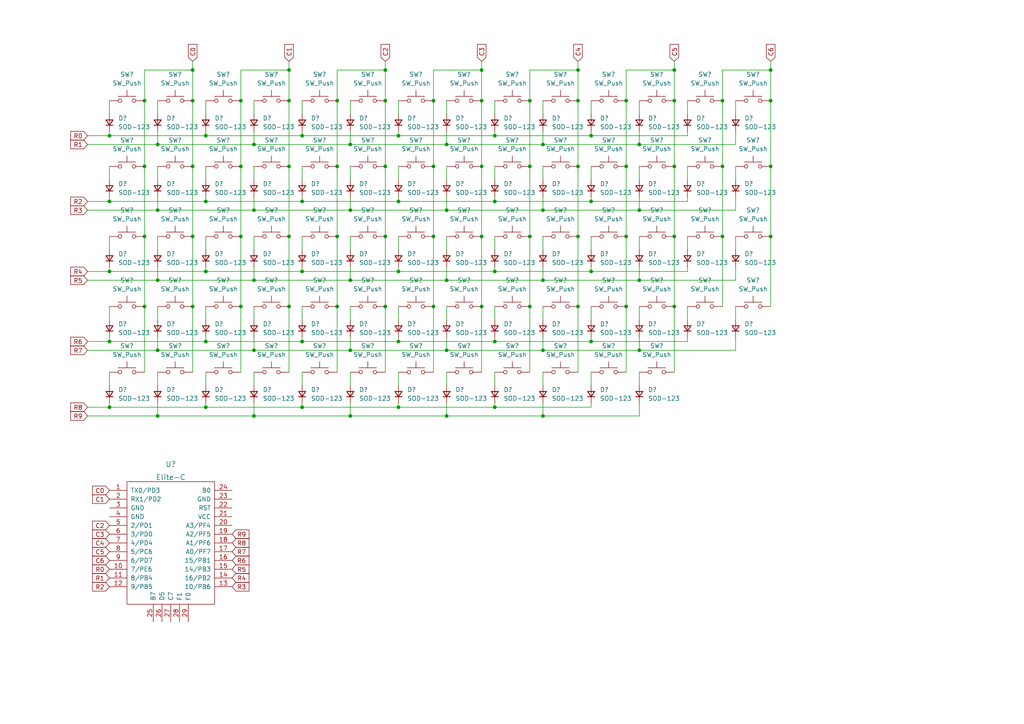
<source format=kicad_sch>
(kicad_sch (version 20211123) (generator eeschema)

  (uuid a6445404-0476-4933-bbd1-f21f8b049799)

  (paper "A4")

  (lib_symbols
    (symbol "Device:D_Small" (pin_numbers hide) (pin_names (offset 0.254) hide) (in_bom yes) (on_board yes)
      (property "Reference" "D" (id 0) (at -1.27 2.032 0)
        (effects (font (size 1.27 1.27)) (justify left))
      )
      (property "Value" "D_Small" (id 1) (at -3.81 -2.032 0)
        (effects (font (size 1.27 1.27)) (justify left))
      )
      (property "Footprint" "" (id 2) (at 0 0 90)
        (effects (font (size 1.27 1.27)) hide)
      )
      (property "Datasheet" "~" (id 3) (at 0 0 90)
        (effects (font (size 1.27 1.27)) hide)
      )
      (property "ki_keywords" "diode" (id 4) (at 0 0 0)
        (effects (font (size 1.27 1.27)) hide)
      )
      (property "ki_description" "Diode, small symbol" (id 5) (at 0 0 0)
        (effects (font (size 1.27 1.27)) hide)
      )
      (property "ki_fp_filters" "TO-???* *_Diode_* *SingleDiode* D_*" (id 6) (at 0 0 0)
        (effects (font (size 1.27 1.27)) hide)
      )
      (symbol "D_Small_0_1"
        (polyline
          (pts
            (xy -0.762 -1.016)
            (xy -0.762 1.016)
          )
          (stroke (width 0.254) (type default) (color 0 0 0 0))
          (fill (type none))
        )
        (polyline
          (pts
            (xy -0.762 0)
            (xy 0.762 0)
          )
          (stroke (width 0) (type default) (color 0 0 0 0))
          (fill (type none))
        )
        (polyline
          (pts
            (xy 0.762 -1.016)
            (xy -0.762 0)
            (xy 0.762 1.016)
            (xy 0.762 -1.016)
          )
          (stroke (width 0.254) (type default) (color 0 0 0 0))
          (fill (type none))
        )
      )
      (symbol "D_Small_1_1"
        (pin passive line (at -2.54 0 0) (length 1.778)
          (name "K" (effects (font (size 1.27 1.27))))
          (number "1" (effects (font (size 1.27 1.27))))
        )
        (pin passive line (at 2.54 0 180) (length 1.778)
          (name "A" (effects (font (size 1.27 1.27))))
          (number "2" (effects (font (size 1.27 1.27))))
        )
      )
    )
    (symbol "Switch:SW_Push" (pin_numbers hide) (pin_names (offset 1.016) hide) (in_bom yes) (on_board yes)
      (property "Reference" "SW" (id 0) (at 1.27 2.54 0)
        (effects (font (size 1.27 1.27)) (justify left))
      )
      (property "Value" "SW_Push" (id 1) (at 0 -1.524 0)
        (effects (font (size 1.27 1.27)))
      )
      (property "Footprint" "" (id 2) (at 0 5.08 0)
        (effects (font (size 1.27 1.27)) hide)
      )
      (property "Datasheet" "~" (id 3) (at 0 5.08 0)
        (effects (font (size 1.27 1.27)) hide)
      )
      (property "ki_keywords" "switch normally-open pushbutton push-button" (id 4) (at 0 0 0)
        (effects (font (size 1.27 1.27)) hide)
      )
      (property "ki_description" "Push button switch, generic, two pins" (id 5) (at 0 0 0)
        (effects (font (size 1.27 1.27)) hide)
      )
      (symbol "SW_Push_0_1"
        (circle (center -2.032 0) (radius 0.508)
          (stroke (width 0) (type default) (color 0 0 0 0))
          (fill (type none))
        )
        (polyline
          (pts
            (xy 0 1.27)
            (xy 0 3.048)
          )
          (stroke (width 0) (type default) (color 0 0 0 0))
          (fill (type none))
        )
        (polyline
          (pts
            (xy 2.54 1.27)
            (xy -2.54 1.27)
          )
          (stroke (width 0) (type default) (color 0 0 0 0))
          (fill (type none))
        )
        (circle (center 2.032 0) (radius 0.508)
          (stroke (width 0) (type default) (color 0 0 0 0))
          (fill (type none))
        )
        (pin passive line (at -5.08 0 0) (length 2.54)
          (name "1" (effects (font (size 1.27 1.27))))
          (number "1" (effects (font (size 1.27 1.27))))
        )
        (pin passive line (at 5.08 0 180) (length 2.54)
          (name "2" (effects (font (size 1.27 1.27))))
          (number "2" (effects (font (size 1.27 1.27))))
        )
      )
    )
    (symbol "keebio:Elite-C" (pin_names (offset 1.016)) (in_bom yes) (on_board yes)
      (property "Reference" "U" (id 0) (at 0 0 0)
        (effects (font (size 1.524 1.524)))
      )
      (property "Value" "Elite-C" (id 1) (at 0 2.54 0)
        (effects (font (size 1.524 1.524)))
      )
      (property "Footprint" "" (id 2) (at 26.67 -63.5 90)
        (effects (font (size 1.524 1.524)) hide)
      )
      (property "Datasheet" "" (id 3) (at 26.67 -63.5 90)
        (effects (font (size 1.524 1.524)) hide)
      )
      (symbol "Elite-C_0_1"
        (rectangle (start 12.7 -19.05) (end -12.7 16.51)
          (stroke (width 0) (type default) (color 0 0 0 0))
          (fill (type none))
        )
      )
      (symbol "Elite-C_1_1"
        (pin input line (at -17.78 13.97 0) (length 5.08)
          (name "TX0/PD3" (effects (font (size 1.27 1.27))))
          (number "1" (effects (font (size 1.27 1.27))))
        )
        (pin input line (at -17.78 -8.89 0) (length 5.08)
          (name "7/PE6" (effects (font (size 1.27 1.27))))
          (number "10" (effects (font (size 1.27 1.27))))
        )
        (pin input line (at -17.78 -11.43 0) (length 5.08)
          (name "8/PB4" (effects (font (size 1.27 1.27))))
          (number "11" (effects (font (size 1.27 1.27))))
        )
        (pin input line (at -17.78 -13.97 0) (length 5.08)
          (name "9/PB5" (effects (font (size 1.27 1.27))))
          (number "12" (effects (font (size 1.27 1.27))))
        )
        (pin input line (at 17.78 -13.97 180) (length 5.08)
          (name "10/PB6" (effects (font (size 1.27 1.27))))
          (number "13" (effects (font (size 1.27 1.27))))
        )
        (pin input line (at 17.78 -11.43 180) (length 5.08)
          (name "16/PB2" (effects (font (size 1.27 1.27))))
          (number "14" (effects (font (size 1.27 1.27))))
        )
        (pin input line (at 17.78 -8.89 180) (length 5.08)
          (name "14/PB3" (effects (font (size 1.27 1.27))))
          (number "15" (effects (font (size 1.27 1.27))))
        )
        (pin input line (at 17.78 -6.35 180) (length 5.08)
          (name "15/PB1" (effects (font (size 1.27 1.27))))
          (number "16" (effects (font (size 1.27 1.27))))
        )
        (pin input line (at 17.78 -3.81 180) (length 5.08)
          (name "A0/PF7" (effects (font (size 1.27 1.27))))
          (number "17" (effects (font (size 1.27 1.27))))
        )
        (pin input line (at 17.78 -1.27 180) (length 5.08)
          (name "A1/PF6" (effects (font (size 1.27 1.27))))
          (number "18" (effects (font (size 1.27 1.27))))
        )
        (pin input line (at 17.78 1.27 180) (length 5.08)
          (name "A2/PF5" (effects (font (size 1.27 1.27))))
          (number "19" (effects (font (size 1.27 1.27))))
        )
        (pin input line (at -17.78 11.43 0) (length 5.08)
          (name "RX1/PD2" (effects (font (size 1.27 1.27))))
          (number "2" (effects (font (size 1.27 1.27))))
        )
        (pin input line (at 17.78 3.81 180) (length 5.08)
          (name "A3/PF4" (effects (font (size 1.27 1.27))))
          (number "20" (effects (font (size 1.27 1.27))))
        )
        (pin input line (at 17.78 6.35 180) (length 5.08)
          (name "VCC" (effects (font (size 1.27 1.27))))
          (number "21" (effects (font (size 1.27 1.27))))
        )
        (pin input line (at 17.78 8.89 180) (length 5.08)
          (name "RST" (effects (font (size 1.27 1.27))))
          (number "22" (effects (font (size 1.27 1.27))))
        )
        (pin input line (at 17.78 11.43 180) (length 5.08)
          (name "GND" (effects (font (size 1.27 1.27))))
          (number "23" (effects (font (size 1.27 1.27))))
        )
        (pin input line (at 17.78 13.97 180) (length 5.08)
          (name "B0" (effects (font (size 1.27 1.27))))
          (number "24" (effects (font (size 1.27 1.27))))
        )
        (pin input line (at -5.08 -24.13 90) (length 5.08)
          (name "B7" (effects (font (size 1.27 1.27))))
          (number "25" (effects (font (size 1.27 1.27))))
        )
        (pin input line (at -2.54 -24.13 90) (length 5.08)
          (name "D5" (effects (font (size 1.27 1.27))))
          (number "26" (effects (font (size 1.27 1.27))))
        )
        (pin input line (at 0 -24.13 90) (length 5.08)
          (name "C7" (effects (font (size 1.27 1.27))))
          (number "27" (effects (font (size 1.27 1.27))))
        )
        (pin input line (at 2.54 -24.13 90) (length 5.08)
          (name "F1" (effects (font (size 1.27 1.27))))
          (number "28" (effects (font (size 1.27 1.27))))
        )
        (pin input line (at 5.08 -24.13 90) (length 5.08)
          (name "F0" (effects (font (size 1.27 1.27))))
          (number "29" (effects (font (size 1.27 1.27))))
        )
        (pin input line (at -17.78 8.89 0) (length 5.08)
          (name "GND" (effects (font (size 1.27 1.27))))
          (number "3" (effects (font (size 1.27 1.27))))
        )
        (pin input line (at -17.78 6.35 0) (length 5.08)
          (name "GND" (effects (font (size 1.27 1.27))))
          (number "4" (effects (font (size 1.27 1.27))))
        )
        (pin input line (at -17.78 3.81 0) (length 5.08)
          (name "2/PD1" (effects (font (size 1.27 1.27))))
          (number "5" (effects (font (size 1.27 1.27))))
        )
        (pin input line (at -17.78 1.27 0) (length 5.08)
          (name "3/PD0" (effects (font (size 1.27 1.27))))
          (number "6" (effects (font (size 1.27 1.27))))
        )
        (pin input line (at -17.78 -1.27 0) (length 5.08)
          (name "4/PD4" (effects (font (size 1.27 1.27))))
          (number "7" (effects (font (size 1.27 1.27))))
        )
        (pin input line (at -17.78 -3.81 0) (length 5.08)
          (name "5/PC6" (effects (font (size 1.27 1.27))))
          (number "8" (effects (font (size 1.27 1.27))))
        )
        (pin input line (at -17.78 -6.35 0) (length 5.08)
          (name "6/PD7" (effects (font (size 1.27 1.27))))
          (number "9" (effects (font (size 1.27 1.27))))
        )
      )
    )
  )

  (junction (at 223.52 29.21) (diameter 0) (color 0 0 0 0)
    (uuid 030c1699-0135-4700-b90e-ece1b7e5cfa6)
  )
  (junction (at 31.75 39.37) (diameter 0) (color 0 0 0 0)
    (uuid 032a1d29-7ed0-46c9-88be-5dc083dad4e2)
  )
  (junction (at 185.42 60.96) (diameter 0) (color 0 0 0 0)
    (uuid 07910919-f3cd-4104-b159-17d2c4ca4d70)
  )
  (junction (at 111.76 29.21) (diameter 0) (color 0 0 0 0)
    (uuid 0be1de24-bd00-4ed8-b860-c0ca69d2f97e)
  )
  (junction (at 185.42 101.6) (diameter 0) (color 0 0 0 0)
    (uuid 0d98c1c9-e6bb-45c7-bfb1-ba4cb05ebb90)
  )
  (junction (at 153.67 48.26) (diameter 0) (color 0 0 0 0)
    (uuid 0e11d4f1-c22a-4789-bd59-c6f0a91fa62e)
  )
  (junction (at 101.6 41.91) (diameter 0) (color 0 0 0 0)
    (uuid 12a2cd85-11d7-459c-89db-be6f6fdec8a9)
  )
  (junction (at 111.76 20.32) (diameter 0) (color 0 0 0 0)
    (uuid 14448e03-3207-4d58-af26-25a0351a4e47)
  )
  (junction (at 31.75 58.42) (diameter 0) (color 0 0 0 0)
    (uuid 164f4cbf-0776-42ee-9d0d-4b998fd6948e)
  )
  (junction (at 55.88 48.26) (diameter 0) (color 0 0 0 0)
    (uuid 168b4619-3e07-4cdb-ac4d-7a8500256154)
  )
  (junction (at 171.45 39.37) (diameter 0) (color 0 0 0 0)
    (uuid 168f5aa6-4724-4e5e-9763-1494042daa93)
  )
  (junction (at 73.66 101.6) (diameter 0) (color 0 0 0 0)
    (uuid 1894ab9f-09e6-4f8d-b4a6-55ee3a6013e8)
  )
  (junction (at 167.64 48.26) (diameter 0) (color 0 0 0 0)
    (uuid 1a5c4022-b477-4bd7-bfbc-f70e117749c2)
  )
  (junction (at 167.64 20.32) (diameter 0) (color 0 0 0 0)
    (uuid 1a86ad6b-59c5-49d4-b5bb-8035f025cc73)
  )
  (junction (at 101.6 60.96) (diameter 0) (color 0 0 0 0)
    (uuid 1a91d480-5f21-4cea-8fff-23be7534b6d9)
  )
  (junction (at 97.79 68.58) (diameter 0) (color 0 0 0 0)
    (uuid 1d055a2e-fed2-4371-a58f-ef6053dc4efd)
  )
  (junction (at 139.7 48.26) (diameter 0) (color 0 0 0 0)
    (uuid 213bcaea-d130-48b5-bf69-5b7af987b879)
  )
  (junction (at 45.72 101.6) (diameter 0) (color 0 0 0 0)
    (uuid 22c33413-ca6c-4656-b578-e48daef4dcf4)
  )
  (junction (at 41.91 48.26) (diameter 0) (color 0 0 0 0)
    (uuid 26fa5d4e-463c-46e2-bb8c-b83b8dd50e8a)
  )
  (junction (at 153.67 29.21) (diameter 0) (color 0 0 0 0)
    (uuid 270c6ce5-6b09-4c31-a6b4-181a9d2fbae5)
  )
  (junction (at 97.79 29.21) (diameter 0) (color 0 0 0 0)
    (uuid 288b67e5-9a6f-448c-b392-9efac2ccaffe)
  )
  (junction (at 97.79 88.9) (diameter 0) (color 0 0 0 0)
    (uuid 2aa4386a-9c32-4c06-b781-aa37c51c8b01)
  )
  (junction (at 185.42 41.91) (diameter 0) (color 0 0 0 0)
    (uuid 2ba853fa-e5ff-4f23-b1ec-95bdaae61e14)
  )
  (junction (at 101.6 101.6) (diameter 0) (color 0 0 0 0)
    (uuid 2c0e9067-7538-4b88-bfe1-cf4686c22f0c)
  )
  (junction (at 143.51 99.06) (diameter 0) (color 0 0 0 0)
    (uuid 2cc3aee7-3b18-44ac-8721-6cec8c015c57)
  )
  (junction (at 143.51 39.37) (diameter 0) (color 0 0 0 0)
    (uuid 30cd46c5-b9e9-4c76-a631-17831478383e)
  )
  (junction (at 157.48 101.6) (diameter 0) (color 0 0 0 0)
    (uuid 32d3e5a7-2a7a-46bc-85bf-e73f9204805f)
  )
  (junction (at 45.72 81.28) (diameter 0) (color 0 0 0 0)
    (uuid 32e3fe68-1902-4742-b8f0-ce4f289d44f5)
  )
  (junction (at 83.82 88.9) (diameter 0) (color 0 0 0 0)
    (uuid 3820e057-c741-40be-bb49-72b88627267a)
  )
  (junction (at 69.85 48.26) (diameter 0) (color 0 0 0 0)
    (uuid 39aba9c6-65fd-4b26-821e-b8bdaba0b0e1)
  )
  (junction (at 181.61 88.9) (diameter 0) (color 0 0 0 0)
    (uuid 39b2ace5-6e15-41e0-bf03-05744b4c1b26)
  )
  (junction (at 143.51 58.42) (diameter 0) (color 0 0 0 0)
    (uuid 3a05a87c-1fe7-4034-bb83-cc4ea7744f84)
  )
  (junction (at 59.69 58.42) (diameter 0) (color 0 0 0 0)
    (uuid 3a725d74-ab1b-44a5-95e4-27cf0dcfe92a)
  )
  (junction (at 115.57 118.11) (diameter 0) (color 0 0 0 0)
    (uuid 44ae6d49-238c-4ee9-8abd-2028d8332ec3)
  )
  (junction (at 167.64 68.58) (diameter 0) (color 0 0 0 0)
    (uuid 460eecee-5dfb-40e3-a46d-a0e5a6588756)
  )
  (junction (at 111.76 88.9) (diameter 0) (color 0 0 0 0)
    (uuid 46591807-ad96-480f-a9d2-e3afdd88825a)
  )
  (junction (at 59.69 118.11) (diameter 0) (color 0 0 0 0)
    (uuid 49766afe-9d2d-48d8-81f9-495544319dc2)
  )
  (junction (at 129.54 41.91) (diameter 0) (color 0 0 0 0)
    (uuid 4cb1f3fa-5301-40f0-9aba-d7b74a4b9f3c)
  )
  (junction (at 83.82 68.58) (diameter 0) (color 0 0 0 0)
    (uuid 4e5515f1-952f-4eb6-bc5d-6e12e5fa5994)
  )
  (junction (at 167.64 29.21) (diameter 0) (color 0 0 0 0)
    (uuid 4eeede6d-dfb5-4eb7-bbc6-8909affb8e4e)
  )
  (junction (at 111.76 48.26) (diameter 0) (color 0 0 0 0)
    (uuid 50170f66-0ef3-48d3-a148-ed473c992ca5)
  )
  (junction (at 97.79 48.26) (diameter 0) (color 0 0 0 0)
    (uuid 54b04539-7df3-4657-b9ed-a921cbf86120)
  )
  (junction (at 129.54 101.6) (diameter 0) (color 0 0 0 0)
    (uuid 5ad52919-30c4-4c01-9bee-6d6b747a376f)
  )
  (junction (at 45.72 41.91) (diameter 0) (color 0 0 0 0)
    (uuid 5e65913b-1dc5-4588-8cff-4b9a0e8400db)
  )
  (junction (at 59.69 99.06) (diameter 0) (color 0 0 0 0)
    (uuid 603a9d2a-3388-496f-8662-f0fe9d146f30)
  )
  (junction (at 171.45 99.06) (diameter 0) (color 0 0 0 0)
    (uuid 61b07445-5e66-4ab9-9ef3-f5c4486bc256)
  )
  (junction (at 139.7 88.9) (diameter 0) (color 0 0 0 0)
    (uuid 62321adb-a6f0-4d45-afc8-2e3fa6bda333)
  )
  (junction (at 115.57 39.37) (diameter 0) (color 0 0 0 0)
    (uuid 669cde66-c248-4735-b807-3b2ab131bd5e)
  )
  (junction (at 153.67 68.58) (diameter 0) (color 0 0 0 0)
    (uuid 67ad0179-7938-4bc8-99ff-213a98dbe7b9)
  )
  (junction (at 125.73 29.21) (diameter 0) (color 0 0 0 0)
    (uuid 67ecbd2a-8a73-45ae-8657-0d2fbbac20d7)
  )
  (junction (at 59.69 78.74) (diameter 0) (color 0 0 0 0)
    (uuid 694675a0-d6f8-4027-bd43-e3ffe09965d3)
  )
  (junction (at 87.63 58.42) (diameter 0) (color 0 0 0 0)
    (uuid 69a8112b-691f-4609-b6a5-9112809562dd)
  )
  (junction (at 87.63 118.11) (diameter 0) (color 0 0 0 0)
    (uuid 6a1d3d9b-2832-49fd-a746-d9e0265d2c91)
  )
  (junction (at 139.7 29.21) (diameter 0) (color 0 0 0 0)
    (uuid 6b3f480d-b318-40f9-a1b1-a438810637b6)
  )
  (junction (at 157.48 81.28) (diameter 0) (color 0 0 0 0)
    (uuid 6dbf6117-38b9-44e5-909a-cb0c38d11e27)
  )
  (junction (at 83.82 48.26) (diameter 0) (color 0 0 0 0)
    (uuid 74fb6688-550f-4f43-aa38-e685080ee30f)
  )
  (junction (at 87.63 99.06) (diameter 0) (color 0 0 0 0)
    (uuid 77cae063-64ac-4478-b6a7-cf5514cedcfe)
  )
  (junction (at 125.73 48.26) (diameter 0) (color 0 0 0 0)
    (uuid 7f30f307-8206-4db7-a829-0428de6551a7)
  )
  (junction (at 181.61 48.26) (diameter 0) (color 0 0 0 0)
    (uuid 84424fed-63f3-4310-90e0-8d492ff2c763)
  )
  (junction (at 143.51 118.11) (diameter 0) (color 0 0 0 0)
    (uuid 8574ae2f-dd7b-404c-a4d2-55217acc95a4)
  )
  (junction (at 139.7 20.32) (diameter 0) (color 0 0 0 0)
    (uuid 86b4d7bc-f1ba-4a6b-824e-a0511ff14f03)
  )
  (junction (at 143.51 78.74) (diameter 0) (color 0 0 0 0)
    (uuid 87355cb8-0d15-443c-8885-da1f157f5c18)
  )
  (junction (at 195.58 29.21) (diameter 0) (color 0 0 0 0)
    (uuid 877d1489-7509-4eb4-9ceb-7906bfb8df16)
  )
  (junction (at 115.57 78.74) (diameter 0) (color 0 0 0 0)
    (uuid 88a39e58-f575-4dc5-a529-52514ce71486)
  )
  (junction (at 45.72 60.96) (diameter 0) (color 0 0 0 0)
    (uuid 88b1e638-5906-41b6-be55-6f9216813c48)
  )
  (junction (at 55.88 29.21) (diameter 0) (color 0 0 0 0)
    (uuid 88b93b21-dd34-406c-93db-fc6121efd151)
  )
  (junction (at 125.73 88.9) (diameter 0) (color 0 0 0 0)
    (uuid 891596e5-88c8-4e24-a9f7-e50eb9f5edc9)
  )
  (junction (at 171.45 78.74) (diameter 0) (color 0 0 0 0)
    (uuid 897a86e1-a222-408c-b5de-9d9ae50ff457)
  )
  (junction (at 209.55 29.21) (diameter 0) (color 0 0 0 0)
    (uuid 8e7a6620-d538-49f7-885f-6ccf091316ca)
  )
  (junction (at 83.82 20.32) (diameter 0) (color 0 0 0 0)
    (uuid 8f9b02ea-7894-49db-994a-8a926a6f796b)
  )
  (junction (at 129.54 120.65) (diameter 0) (color 0 0 0 0)
    (uuid 9a456a4e-9d66-411d-b307-e0969e166cd1)
  )
  (junction (at 41.91 88.9) (diameter 0) (color 0 0 0 0)
    (uuid 9ac547c7-9e51-4b64-916e-0c23c955fcca)
  )
  (junction (at 59.69 39.37) (diameter 0) (color 0 0 0 0)
    (uuid 9bffb36d-66aa-4898-b0ab-21790c50e510)
  )
  (junction (at 171.45 58.42) (diameter 0) (color 0 0 0 0)
    (uuid a00705e1-47a3-4b8e-8400-d3ceb5206c0d)
  )
  (junction (at 195.58 68.58) (diameter 0) (color 0 0 0 0)
    (uuid a1dcac0d-16de-4193-9e72-4289b2ae2da3)
  )
  (junction (at 125.73 68.58) (diameter 0) (color 0 0 0 0)
    (uuid a3f3e236-1faa-4090-a694-22ee966e79ae)
  )
  (junction (at 87.63 78.74) (diameter 0) (color 0 0 0 0)
    (uuid a6251798-34fd-45b8-ab18-b0bcf508d3e2)
  )
  (junction (at 55.88 88.9) (diameter 0) (color 0 0 0 0)
    (uuid a63ad409-c093-4131-b545-e97ac8cd1b94)
  )
  (junction (at 195.58 48.26) (diameter 0) (color 0 0 0 0)
    (uuid a6bb176c-abd5-4e18-94fd-f636a8d42640)
  )
  (junction (at 115.57 58.42) (diameter 0) (color 0 0 0 0)
    (uuid a6c562db-7517-4d06-8182-5f9f81923b96)
  )
  (junction (at 83.82 29.21) (diameter 0) (color 0 0 0 0)
    (uuid a78f766d-d4fa-4907-b613-5c16cd64722f)
  )
  (junction (at 181.61 68.58) (diameter 0) (color 0 0 0 0)
    (uuid a95d8ca5-f2ef-4f9b-9021-ae92765e6cb9)
  )
  (junction (at 157.48 60.96) (diameter 0) (color 0 0 0 0)
    (uuid ae0bec3d-0199-42f8-ad2c-8f75b2a864f6)
  )
  (junction (at 157.48 120.65) (diameter 0) (color 0 0 0 0)
    (uuid aeb30742-537a-4099-9f8a-4763cab53a90)
  )
  (junction (at 223.52 68.58) (diameter 0) (color 0 0 0 0)
    (uuid aec6bd9d-eb64-46e7-bd63-dc4cd23280e7)
  )
  (junction (at 73.66 60.96) (diameter 0) (color 0 0 0 0)
    (uuid af9cc092-5f50-4623-9f7a-1abb12256918)
  )
  (junction (at 73.66 81.28) (diameter 0) (color 0 0 0 0)
    (uuid b1492919-adce-453e-aa27-85254c6cff13)
  )
  (junction (at 73.66 41.91) (diameter 0) (color 0 0 0 0)
    (uuid b2999896-f0b4-4937-900e-257de08fa334)
  )
  (junction (at 129.54 81.28) (diameter 0) (color 0 0 0 0)
    (uuid b51e2adf-fab5-4979-a207-f70f84d53ed8)
  )
  (junction (at 87.63 39.37) (diameter 0) (color 0 0 0 0)
    (uuid b5e56559-927e-4d4e-bdd5-2ba144d204c5)
  )
  (junction (at 31.75 118.11) (diameter 0) (color 0 0 0 0)
    (uuid bbd6d507-ae02-442e-a6b3-1bc56ea485ca)
  )
  (junction (at 167.64 88.9) (diameter 0) (color 0 0 0 0)
    (uuid bd4e9df9-9ad7-4eff-b13e-4016123f703b)
  )
  (junction (at 223.52 20.32) (diameter 0) (color 0 0 0 0)
    (uuid c1cd6f65-8da3-4651-9133-fb1106655c2a)
  )
  (junction (at 101.6 120.65) (diameter 0) (color 0 0 0 0)
    (uuid c86ee93e-f3fd-4458-b705-fa5cda34156b)
  )
  (junction (at 153.67 88.9) (diameter 0) (color 0 0 0 0)
    (uuid cb717a59-7579-4626-ad2e-7ce7e742b75e)
  )
  (junction (at 73.66 120.65) (diameter 0) (color 0 0 0 0)
    (uuid d0eaac5a-a88b-47c2-afd2-068226ef0b5e)
  )
  (junction (at 195.58 88.9) (diameter 0) (color 0 0 0 0)
    (uuid d4f79954-9c15-4db4-b04d-fbef8a93faab)
  )
  (junction (at 185.42 81.28) (diameter 0) (color 0 0 0 0)
    (uuid d548206c-f71e-46c8-a132-4a058411d0a2)
  )
  (junction (at 69.85 68.58) (diameter 0) (color 0 0 0 0)
    (uuid d946a7e4-b0af-4704-8b86-c73006c3f746)
  )
  (junction (at 181.61 29.21) (diameter 0) (color 0 0 0 0)
    (uuid dac422bc-2d8c-46ca-a44c-2c8041f94a3f)
  )
  (junction (at 157.48 41.91) (diameter 0) (color 0 0 0 0)
    (uuid e1410a64-3211-4a4e-8964-f5f14cb17c88)
  )
  (junction (at 69.85 29.21) (diameter 0) (color 0 0 0 0)
    (uuid e1cf2bcb-48ca-445e-8d46-7384bc60505c)
  )
  (junction (at 69.85 88.9) (diameter 0) (color 0 0 0 0)
    (uuid e37ae24f-82d3-4e49-875b-7eed4ad20ff9)
  )
  (junction (at 41.91 29.21) (diameter 0) (color 0 0 0 0)
    (uuid e37c1e6c-6053-4886-839a-f74871ef61ab)
  )
  (junction (at 129.54 60.96) (diameter 0) (color 0 0 0 0)
    (uuid e4675f28-76f5-4337-8626-44c38d42313b)
  )
  (junction (at 55.88 20.32) (diameter 0) (color 0 0 0 0)
    (uuid e50f01e3-a93a-4532-bc6d-be6094099036)
  )
  (junction (at 209.55 48.26) (diameter 0) (color 0 0 0 0)
    (uuid e8394c32-8dc1-442f-b799-0c2c7fe0acf9)
  )
  (junction (at 55.88 68.58) (diameter 0) (color 0 0 0 0)
    (uuid eb4cacdd-f4d8-480d-8e37-065e267ef0f1)
  )
  (junction (at 139.7 68.58) (diameter 0) (color 0 0 0 0)
    (uuid ed84fd90-a3b0-43fe-aa5c-80a8e72bb448)
  )
  (junction (at 101.6 81.28) (diameter 0) (color 0 0 0 0)
    (uuid ee04f8a7-a2e5-4115-8562-cf161f9ff789)
  )
  (junction (at 45.72 120.65) (diameter 0) (color 0 0 0 0)
    (uuid efafb783-80b7-4b5a-b887-e5a090056cbc)
  )
  (junction (at 195.58 20.32) (diameter 0) (color 0 0 0 0)
    (uuid f00a5348-db7f-4779-ba68-b9781cb62304)
  )
  (junction (at 223.52 48.26) (diameter 0) (color 0 0 0 0)
    (uuid f7423953-f6bb-4c77-9a48-9d65a64e01ff)
  )
  (junction (at 31.75 99.06) (diameter 0) (color 0 0 0 0)
    (uuid f95258f4-58d6-4673-85b0-291e736edb84)
  )
  (junction (at 115.57 99.06) (diameter 0) (color 0 0 0 0)
    (uuid f9b82531-f7db-408e-8878-b6e8dfa5c8fe)
  )
  (junction (at 41.91 68.58) (diameter 0) (color 0 0 0 0)
    (uuid fae2b4c2-efb9-4c71-bccb-3394f3fddf57)
  )
  (junction (at 111.76 68.58) (diameter 0) (color 0 0 0 0)
    (uuid fda39352-5e81-4888-949b-9b33c9979e70)
  )
  (junction (at 31.75 78.74) (diameter 0) (color 0 0 0 0)
    (uuid ff86dd05-59c4-410a-b203-fcf76b3c4169)
  )
  (junction (at 209.55 68.58) (diameter 0) (color 0 0 0 0)
    (uuid ffd9d6d1-02e8-4a3f-8292-6f7be263467d)
  )

  (wire (pts (xy 25.4 120.65) (xy 45.72 120.65))
    (stroke (width 0) (type default) (color 0 0 0 0))
    (uuid 003915e5-3b24-461a-b74b-71ad65786362)
  )
  (wire (pts (xy 41.91 48.26) (xy 41.91 29.21))
    (stroke (width 0) (type default) (color 0 0 0 0))
    (uuid 00707d64-575c-4148-9010-b560c60d389c)
  )
  (wire (pts (xy 199.39 57.15) (xy 199.39 58.42))
    (stroke (width 0) (type default) (color 0 0 0 0))
    (uuid 00b5125e-3446-420f-92fb-4f5458b3c9c0)
  )
  (wire (pts (xy 171.45 68.58) (xy 171.45 72.39))
    (stroke (width 0) (type default) (color 0 0 0 0))
    (uuid 00f1507b-88ad-478b-ade7-df20de7d25ee)
  )
  (wire (pts (xy 157.48 101.6) (xy 185.42 101.6))
    (stroke (width 0) (type default) (color 0 0 0 0))
    (uuid 010faa59-4b47-4624-96c5-b7fd37fd8c42)
  )
  (wire (pts (xy 73.66 107.95) (xy 73.66 111.76))
    (stroke (width 0) (type default) (color 0 0 0 0))
    (uuid 02e37ade-36f4-408d-88b5-546ba7ea8393)
  )
  (wire (pts (xy 25.4 78.74) (xy 31.75 78.74))
    (stroke (width 0) (type default) (color 0 0 0 0))
    (uuid 03efa666-fc4a-4ef7-93a3-4bbae251cd18)
  )
  (wire (pts (xy 69.85 29.21) (xy 69.85 20.32))
    (stroke (width 0) (type default) (color 0 0 0 0))
    (uuid 04ae8fdd-9021-4ab3-8ed4-4d3147d8914f)
  )
  (wire (pts (xy 171.45 88.9) (xy 171.45 92.71))
    (stroke (width 0) (type default) (color 0 0 0 0))
    (uuid 05e4cd29-4445-4c5d-8491-fd16040c6d78)
  )
  (wire (pts (xy 125.73 48.26) (xy 125.73 29.21))
    (stroke (width 0) (type default) (color 0 0 0 0))
    (uuid 0635de25-c890-45bc-9f09-48416844efd6)
  )
  (wire (pts (xy 115.57 88.9) (xy 115.57 92.71))
    (stroke (width 0) (type default) (color 0 0 0 0))
    (uuid 0778cb0a-3648-4af3-9a77-2969fc693ff4)
  )
  (wire (pts (xy 87.63 57.15) (xy 87.63 58.42))
    (stroke (width 0) (type default) (color 0 0 0 0))
    (uuid 07d0f154-e437-4683-b7e9-d498a673ca2a)
  )
  (wire (pts (xy 157.48 88.9) (xy 157.48 92.71))
    (stroke (width 0) (type default) (color 0 0 0 0))
    (uuid 07fd3c29-6d18-4720-9d2f-31eac3d25e1d)
  )
  (wire (pts (xy 157.48 60.96) (xy 185.42 60.96))
    (stroke (width 0) (type default) (color 0 0 0 0))
    (uuid 09057308-0bb7-4c4a-8735-35f74e087390)
  )
  (wire (pts (xy 59.69 29.21) (xy 59.69 33.02))
    (stroke (width 0) (type default) (color 0 0 0 0))
    (uuid 09063bf3-e4fc-45a7-a3da-99adab37d63f)
  )
  (wire (pts (xy 69.85 20.32) (xy 83.82 20.32))
    (stroke (width 0) (type default) (color 0 0 0 0))
    (uuid 09594fdd-36ee-40b4-a8d4-6d2fc796faba)
  )
  (wire (pts (xy 129.54 38.1) (xy 129.54 41.91))
    (stroke (width 0) (type default) (color 0 0 0 0))
    (uuid 0a028002-2323-4437-8366-175f1047045f)
  )
  (wire (pts (xy 199.39 29.21) (xy 199.39 33.02))
    (stroke (width 0) (type default) (color 0 0 0 0))
    (uuid 0b098d63-371a-4e32-8113-49e172c9bd83)
  )
  (wire (pts (xy 45.72 81.28) (xy 73.66 81.28))
    (stroke (width 0) (type default) (color 0 0 0 0))
    (uuid 0cd5fde2-7064-4975-8c94-e8b30a79df37)
  )
  (wire (pts (xy 73.66 77.47) (xy 73.66 81.28))
    (stroke (width 0) (type default) (color 0 0 0 0))
    (uuid 0dabecf7-0e79-4fc7-b060-699575c91082)
  )
  (wire (pts (xy 111.76 29.21) (xy 111.76 48.26))
    (stroke (width 0) (type default) (color 0 0 0 0))
    (uuid 0e5924d2-d591-45cb-bdb4-0feae159f3cd)
  )
  (wire (pts (xy 97.79 68.58) (xy 97.79 48.26))
    (stroke (width 0) (type default) (color 0 0 0 0))
    (uuid 105ef629-2449-482a-912b-7405e26800c7)
  )
  (wire (pts (xy 143.51 118.11) (xy 171.45 118.11))
    (stroke (width 0) (type default) (color 0 0 0 0))
    (uuid 110a8219-f573-402f-a4fb-b10c083c2b3e)
  )
  (wire (pts (xy 87.63 58.42) (xy 115.57 58.42))
    (stroke (width 0) (type default) (color 0 0 0 0))
    (uuid 11433bfd-453f-48db-baba-1cd376ce65f4)
  )
  (wire (pts (xy 143.51 68.58) (xy 143.51 72.39))
    (stroke (width 0) (type default) (color 0 0 0 0))
    (uuid 11b0570a-14b6-4173-883b-711d2316b585)
  )
  (wire (pts (xy 143.51 88.9) (xy 143.51 92.71))
    (stroke (width 0) (type default) (color 0 0 0 0))
    (uuid 135e348e-5102-4ce9-99ca-b115c6043751)
  )
  (wire (pts (xy 223.52 48.26) (xy 223.52 68.58))
    (stroke (width 0) (type default) (color 0 0 0 0))
    (uuid 137b1f1f-587f-4bc2-9c59-dcfc0acfb09a)
  )
  (wire (pts (xy 87.63 38.1) (xy 87.63 39.37))
    (stroke (width 0) (type default) (color 0 0 0 0))
    (uuid 144f96c1-fe2e-4e43-80f9-90161ee2f32b)
  )
  (wire (pts (xy 101.6 60.96) (xy 129.54 60.96))
    (stroke (width 0) (type default) (color 0 0 0 0))
    (uuid 14d62e45-6d02-40ed-b6d4-3c9fbf179972)
  )
  (wire (pts (xy 143.51 77.47) (xy 143.51 78.74))
    (stroke (width 0) (type default) (color 0 0 0 0))
    (uuid 152edb63-87a7-4822-9a25-479235f23ac7)
  )
  (wire (pts (xy 101.6 68.58) (xy 101.6 72.39))
    (stroke (width 0) (type default) (color 0 0 0 0))
    (uuid 168d851a-7d1b-43b1-9f8f-de7b70468268)
  )
  (wire (pts (xy 115.57 78.74) (xy 143.51 78.74))
    (stroke (width 0) (type default) (color 0 0 0 0))
    (uuid 172e17f8-171a-4bbb-96df-273ca778ee6c)
  )
  (wire (pts (xy 171.45 107.95) (xy 171.45 111.76))
    (stroke (width 0) (type default) (color 0 0 0 0))
    (uuid 17464a63-e3a5-4caa-b2f4-77fd667ac371)
  )
  (wire (pts (xy 213.36 38.1) (xy 213.36 41.91))
    (stroke (width 0) (type default) (color 0 0 0 0))
    (uuid 17524db9-e164-43df-9c6a-c9d56b1f1a1c)
  )
  (wire (pts (xy 171.45 39.37) (xy 199.39 39.37))
    (stroke (width 0) (type default) (color 0 0 0 0))
    (uuid 17c77680-c592-4e5b-bfe1-2af36dc22842)
  )
  (wire (pts (xy 59.69 78.74) (xy 87.63 78.74))
    (stroke (width 0) (type default) (color 0 0 0 0))
    (uuid 19bcf9dc-4e1c-4793-a35b-2272e039fc8f)
  )
  (wire (pts (xy 101.6 57.15) (xy 101.6 60.96))
    (stroke (width 0) (type default) (color 0 0 0 0))
    (uuid 1a3bc7aa-7b93-4a2b-a35f-29380cc4a87d)
  )
  (wire (pts (xy 171.45 78.74) (xy 199.39 78.74))
    (stroke (width 0) (type default) (color 0 0 0 0))
    (uuid 1aaff75b-3f13-4fb7-89b3-4be10564e747)
  )
  (wire (pts (xy 83.82 48.26) (xy 83.82 68.58))
    (stroke (width 0) (type default) (color 0 0 0 0))
    (uuid 1b0132d6-a52d-41f8-864e-d3bf68076098)
  )
  (wire (pts (xy 185.42 60.96) (xy 213.36 60.96))
    (stroke (width 0) (type default) (color 0 0 0 0))
    (uuid 1bd15012-1448-4d12-8d9b-15aff8c8f1d9)
  )
  (wire (pts (xy 143.51 78.74) (xy 171.45 78.74))
    (stroke (width 0) (type default) (color 0 0 0 0))
    (uuid 1e9b7704-2c8a-4f4f-a1c7-0a55b76c6632)
  )
  (wire (pts (xy 115.57 99.06) (xy 143.51 99.06))
    (stroke (width 0) (type default) (color 0 0 0 0))
    (uuid 1ec7d78f-16a0-4dfe-90be-3fe30e8cb42b)
  )
  (wire (pts (xy 185.42 29.21) (xy 185.42 33.02))
    (stroke (width 0) (type default) (color 0 0 0 0))
    (uuid 1f7b3afd-8c2d-462e-affd-b4e37f81c08f)
  )
  (wire (pts (xy 69.85 68.58) (xy 69.85 48.26))
    (stroke (width 0) (type default) (color 0 0 0 0))
    (uuid 20fa5fea-ca53-4b06-b029-7dfae7d4a2de)
  )
  (wire (pts (xy 125.73 68.58) (xy 125.73 48.26))
    (stroke (width 0) (type default) (color 0 0 0 0))
    (uuid 21687562-0c31-44a1-b602-22f4283e8b7e)
  )
  (wire (pts (xy 83.82 68.58) (xy 83.82 88.9))
    (stroke (width 0) (type default) (color 0 0 0 0))
    (uuid 2245340f-d800-4875-bf12-69db3ad66bca)
  )
  (wire (pts (xy 143.51 107.95) (xy 143.51 111.76))
    (stroke (width 0) (type default) (color 0 0 0 0))
    (uuid 22d29070-bcd1-4460-8c1f-697e4b17260b)
  )
  (wire (pts (xy 101.6 81.28) (xy 129.54 81.28))
    (stroke (width 0) (type default) (color 0 0 0 0))
    (uuid 2497b9e4-6fdb-4c59-8d99-1ff0a2eb4276)
  )
  (wire (pts (xy 59.69 97.79) (xy 59.69 99.06))
    (stroke (width 0) (type default) (color 0 0 0 0))
    (uuid 24e4c248-6df4-483e-bb51-772de081a036)
  )
  (wire (pts (xy 45.72 60.96) (xy 73.66 60.96))
    (stroke (width 0) (type default) (color 0 0 0 0))
    (uuid 26079546-8626-411a-b37f-4a7cfd906f0c)
  )
  (wire (pts (xy 101.6 88.9) (xy 101.6 92.71))
    (stroke (width 0) (type default) (color 0 0 0 0))
    (uuid 27e96822-fe48-4fda-8c50-45b1d567f1d7)
  )
  (wire (pts (xy 139.7 88.9) (xy 139.7 107.95))
    (stroke (width 0) (type default) (color 0 0 0 0))
    (uuid 28cb4e50-4f80-4d2f-8105-66a1d21e23ff)
  )
  (wire (pts (xy 129.54 101.6) (xy 157.48 101.6))
    (stroke (width 0) (type default) (color 0 0 0 0))
    (uuid 28d054ac-3a19-426e-bccc-f0b8ef416066)
  )
  (wire (pts (xy 31.75 39.37) (xy 59.69 39.37))
    (stroke (width 0) (type default) (color 0 0 0 0))
    (uuid 28d7a0ca-48a6-4204-a7f0-e7a1caee5f3c)
  )
  (wire (pts (xy 223.52 29.21) (xy 223.52 48.26))
    (stroke (width 0) (type default) (color 0 0 0 0))
    (uuid 298421a6-de73-4723-bbc6-b215e86893f7)
  )
  (wire (pts (xy 129.54 57.15) (xy 129.54 60.96))
    (stroke (width 0) (type default) (color 0 0 0 0))
    (uuid 2a915824-4e2e-41e1-9f9e-f6563f022b17)
  )
  (wire (pts (xy 87.63 118.11) (xy 115.57 118.11))
    (stroke (width 0) (type default) (color 0 0 0 0))
    (uuid 2ae4c6ab-9051-43c6-b4a3-e87d6c25f1c0)
  )
  (wire (pts (xy 59.69 48.26) (xy 59.69 52.07))
    (stroke (width 0) (type default) (color 0 0 0 0))
    (uuid 2bf5bf27-8af7-4e0c-9998-0d2e4db9bc76)
  )
  (wire (pts (xy 223.52 17.78) (xy 223.52 20.32))
    (stroke (width 0) (type default) (color 0 0 0 0))
    (uuid 2f80c380-d34c-42f1-ad2e-4c40d8642832)
  )
  (wire (pts (xy 181.61 107.95) (xy 181.61 88.9))
    (stroke (width 0) (type default) (color 0 0 0 0))
    (uuid 2fb8f038-310e-49df-be30-c119c06c4d85)
  )
  (wire (pts (xy 129.54 107.95) (xy 129.54 111.76))
    (stroke (width 0) (type default) (color 0 0 0 0))
    (uuid 31e1b284-ab92-421d-bb2a-28d04d618b85)
  )
  (wire (pts (xy 157.48 116.84) (xy 157.48 120.65))
    (stroke (width 0) (type default) (color 0 0 0 0))
    (uuid 350c2437-0158-4eae-8c21-e1f9de4bfe13)
  )
  (wire (pts (xy 45.72 97.79) (xy 45.72 101.6))
    (stroke (width 0) (type default) (color 0 0 0 0))
    (uuid 352aa3ac-cfa8-4ac0-bda2-e93317c90366)
  )
  (wire (pts (xy 55.88 17.78) (xy 55.88 20.32))
    (stroke (width 0) (type default) (color 0 0 0 0))
    (uuid 358f0933-d772-4467-ba6e-e0edb693f553)
  )
  (wire (pts (xy 209.55 20.32) (xy 223.52 20.32))
    (stroke (width 0) (type default) (color 0 0 0 0))
    (uuid 35dda676-261d-4d69-a943-aab8c507913e)
  )
  (wire (pts (xy 41.91 88.9) (xy 41.91 68.58))
    (stroke (width 0) (type default) (color 0 0 0 0))
    (uuid 38884bfa-f533-4286-b75a-2949cd64b1a3)
  )
  (wire (pts (xy 97.79 88.9) (xy 97.79 68.58))
    (stroke (width 0) (type default) (color 0 0 0 0))
    (uuid 3a04619f-0b33-4c0d-9d54-dc1a7c3c30b4)
  )
  (wire (pts (xy 45.72 57.15) (xy 45.72 60.96))
    (stroke (width 0) (type default) (color 0 0 0 0))
    (uuid 3a19d2e6-ea3a-4a92-b014-5cbd74883aa3)
  )
  (wire (pts (xy 157.48 41.91) (xy 185.42 41.91))
    (stroke (width 0) (type default) (color 0 0 0 0))
    (uuid 3a79af9c-6b21-4a80-afb9-9cbb7fbc2a1f)
  )
  (wire (pts (xy 139.7 17.78) (xy 139.7 20.32))
    (stroke (width 0) (type default) (color 0 0 0 0))
    (uuid 3ac9ba37-d7c3-4ca0-97b5-38df50adb226)
  )
  (wire (pts (xy 129.54 116.84) (xy 129.54 120.65))
    (stroke (width 0) (type default) (color 0 0 0 0))
    (uuid 3c3eb13d-224a-4f75-881e-a19a1e7f8e57)
  )
  (wire (pts (xy 153.67 88.9) (xy 153.67 68.58))
    (stroke (width 0) (type default) (color 0 0 0 0))
    (uuid 3d107411-ccad-4a7a-97d5-201ab072fadb)
  )
  (wire (pts (xy 55.88 68.58) (xy 55.88 88.9))
    (stroke (width 0) (type default) (color 0 0 0 0))
    (uuid 40851f7c-0cb0-480d-8b5b-bf32735c66ca)
  )
  (wire (pts (xy 111.76 48.26) (xy 111.76 68.58))
    (stroke (width 0) (type default) (color 0 0 0 0))
    (uuid 40d0aeb2-3676-490c-823a-be6e8531d2b2)
  )
  (wire (pts (xy 101.6 120.65) (xy 129.54 120.65))
    (stroke (width 0) (type default) (color 0 0 0 0))
    (uuid 40f86e6e-f6e5-4081-9e34-2ceedde32a07)
  )
  (wire (pts (xy 213.36 68.58) (xy 213.36 72.39))
    (stroke (width 0) (type default) (color 0 0 0 0))
    (uuid 41b0d998-d828-42c4-9c0f-293d40564beb)
  )
  (wire (pts (xy 171.45 57.15) (xy 171.45 58.42))
    (stroke (width 0) (type default) (color 0 0 0 0))
    (uuid 41e3dd7e-ffd6-47b2-8913-bd1817763105)
  )
  (wire (pts (xy 209.55 88.9) (xy 209.55 68.58))
    (stroke (width 0) (type default) (color 0 0 0 0))
    (uuid 42961093-0c96-4885-954c-d3cf4002a11d)
  )
  (wire (pts (xy 171.45 38.1) (xy 171.45 39.37))
    (stroke (width 0) (type default) (color 0 0 0 0))
    (uuid 42c09718-2509-4272-9311-3705fc6baaa7)
  )
  (wire (pts (xy 213.36 48.26) (xy 213.36 52.07))
    (stroke (width 0) (type default) (color 0 0 0 0))
    (uuid 438c37e8-ff2b-43af-902e-fd2757bb7ac4)
  )
  (wire (pts (xy 115.57 116.84) (xy 115.57 118.11))
    (stroke (width 0) (type default) (color 0 0 0 0))
    (uuid 453018e2-ee8e-4b4a-af7c-2d6b6f05606f)
  )
  (wire (pts (xy 59.69 107.95) (xy 59.69 111.76))
    (stroke (width 0) (type default) (color 0 0 0 0))
    (uuid 455cf2f3-70f8-4a79-b6c3-2bb38eeb2e1f)
  )
  (wire (pts (xy 31.75 48.26) (xy 31.75 52.07))
    (stroke (width 0) (type default) (color 0 0 0 0))
    (uuid 45d95a89-fab7-425c-917a-0d54756a1e9a)
  )
  (wire (pts (xy 87.63 29.21) (xy 87.63 33.02))
    (stroke (width 0) (type default) (color 0 0 0 0))
    (uuid 47d749d7-872d-4e51-9cc6-b97d34e31377)
  )
  (wire (pts (xy 167.64 88.9) (xy 167.64 107.95))
    (stroke (width 0) (type default) (color 0 0 0 0))
    (uuid 47f63c08-c789-496f-82ce-4644457088d5)
  )
  (wire (pts (xy 25.4 60.96) (xy 45.72 60.96))
    (stroke (width 0) (type default) (color 0 0 0 0))
    (uuid 4856033d-7d4e-44a1-8688-b752e2e88367)
  )
  (wire (pts (xy 185.42 38.1) (xy 185.42 41.91))
    (stroke (width 0) (type default) (color 0 0 0 0))
    (uuid 4859d655-0e29-41df-96e5-c86cf3c2b23c)
  )
  (wire (pts (xy 129.54 68.58) (xy 129.54 72.39))
    (stroke (width 0) (type default) (color 0 0 0 0))
    (uuid 49823398-7f6e-4cf4-bb5b-03dadf6780ad)
  )
  (wire (pts (xy 87.63 48.26) (xy 87.63 52.07))
    (stroke (width 0) (type default) (color 0 0 0 0))
    (uuid 4a16a871-de03-48f1-b281-3deb5083376f)
  )
  (wire (pts (xy 115.57 68.58) (xy 115.57 72.39))
    (stroke (width 0) (type default) (color 0 0 0 0))
    (uuid 4c6a0431-648e-460a-b329-f5a8fba1e08c)
  )
  (wire (pts (xy 171.45 116.84) (xy 171.45 118.11))
    (stroke (width 0) (type default) (color 0 0 0 0))
    (uuid 4c6d0f51-e7ba-49d5-8013-d3e47aca5849)
  )
  (wire (pts (xy 45.72 88.9) (xy 45.72 92.71))
    (stroke (width 0) (type default) (color 0 0 0 0))
    (uuid 4cb9dfee-2444-4cfe-b21f-4de705fe624e)
  )
  (wire (pts (xy 185.42 77.47) (xy 185.42 81.28))
    (stroke (width 0) (type default) (color 0 0 0 0))
    (uuid 4ce77568-4756-4744-804d-43058d0499eb)
  )
  (wire (pts (xy 157.48 29.21) (xy 157.48 33.02))
    (stroke (width 0) (type default) (color 0 0 0 0))
    (uuid 4fbee23f-0497-42b6-91f3-c9629f6ff291)
  )
  (wire (pts (xy 101.6 116.84) (xy 101.6 120.65))
    (stroke (width 0) (type default) (color 0 0 0 0))
    (uuid 504778d5-cd54-42af-b71a-a60a7e696ea7)
  )
  (wire (pts (xy 199.39 68.58) (xy 199.39 72.39))
    (stroke (width 0) (type default) (color 0 0 0 0))
    (uuid 506f9ec1-ec8c-44c4-a97e-109286fe97ef)
  )
  (wire (pts (xy 171.45 29.21) (xy 171.45 33.02))
    (stroke (width 0) (type default) (color 0 0 0 0))
    (uuid 50facf93-53f4-438f-82eb-40062ed087fc)
  )
  (wire (pts (xy 167.64 20.32) (xy 167.64 29.21))
    (stroke (width 0) (type default) (color 0 0 0 0))
    (uuid 52c25388-8896-4d3a-a654-cf72b81de92d)
  )
  (wire (pts (xy 171.45 97.79) (xy 171.45 99.06))
    (stroke (width 0) (type default) (color 0 0 0 0))
    (uuid 537bd7a6-6eb6-496a-a37a-da6420391715)
  )
  (wire (pts (xy 25.4 58.42) (xy 31.75 58.42))
    (stroke (width 0) (type default) (color 0 0 0 0))
    (uuid 53c025ff-d3c0-4daf-bdf7-8717ff2d622a)
  )
  (wire (pts (xy 41.91 29.21) (xy 41.91 20.32))
    (stroke (width 0) (type default) (color 0 0 0 0))
    (uuid 53f5d013-1669-4d74-85b4-3936447377c5)
  )
  (wire (pts (xy 181.61 68.58) (xy 181.61 48.26))
    (stroke (width 0) (type default) (color 0 0 0 0))
    (uuid 5468b582-1826-4632-befa-2c19a2a6e82e)
  )
  (wire (pts (xy 195.58 48.26) (xy 195.58 68.58))
    (stroke (width 0) (type default) (color 0 0 0 0))
    (uuid 5605ac17-2a93-4663-863a-524c15365080)
  )
  (wire (pts (xy 153.67 29.21) (xy 153.67 20.32))
    (stroke (width 0) (type default) (color 0 0 0 0))
    (uuid 57b5358d-afcb-48d4-92cd-df9f2e940ba3)
  )
  (wire (pts (xy 223.52 20.32) (xy 223.52 29.21))
    (stroke (width 0) (type default) (color 0 0 0 0))
    (uuid 580a8526-3004-4c75-9bb7-0a07bc3ed5bf)
  )
  (wire (pts (xy 87.63 39.37) (xy 115.57 39.37))
    (stroke (width 0) (type default) (color 0 0 0 0))
    (uuid 58798716-1206-4b71-9401-48111291a08f)
  )
  (wire (pts (xy 129.54 97.79) (xy 129.54 101.6))
    (stroke (width 0) (type default) (color 0 0 0 0))
    (uuid 588427f0-9d0e-41f1-91b2-3bbdbb80157c)
  )
  (wire (pts (xy 199.39 97.79) (xy 199.39 99.06))
    (stroke (width 0) (type default) (color 0 0 0 0))
    (uuid 58876ec5-5942-444c-b57d-2f21b34e4cad)
  )
  (wire (pts (xy 83.82 17.78) (xy 83.82 20.32))
    (stroke (width 0) (type default) (color 0 0 0 0))
    (uuid 5ceea0c8-eceb-4215-9a66-32bbe586c780)
  )
  (wire (pts (xy 87.63 99.06) (xy 115.57 99.06))
    (stroke (width 0) (type default) (color 0 0 0 0))
    (uuid 5d266ae9-d0bd-4644-bde5-5d99ac763120)
  )
  (wire (pts (xy 45.72 101.6) (xy 73.66 101.6))
    (stroke (width 0) (type default) (color 0 0 0 0))
    (uuid 5e2d1946-6da1-4f3d-81fe-75c8e4ed3665)
  )
  (wire (pts (xy 157.48 68.58) (xy 157.48 72.39))
    (stroke (width 0) (type default) (color 0 0 0 0))
    (uuid 5eca4336-8e83-40b3-abac-e00b4eb549b5)
  )
  (wire (pts (xy 223.52 68.58) (xy 223.52 88.9))
    (stroke (width 0) (type default) (color 0 0 0 0))
    (uuid 5fac6a8c-9ce5-4741-bb55-cc4e8db2751e)
  )
  (wire (pts (xy 181.61 88.9) (xy 181.61 68.58))
    (stroke (width 0) (type default) (color 0 0 0 0))
    (uuid 603f4951-c720-41d6-b63f-d5a1931075ba)
  )
  (wire (pts (xy 87.63 116.84) (xy 87.63 118.11))
    (stroke (width 0) (type default) (color 0 0 0 0))
    (uuid 60c0b265-925b-4dc1-8ae0-ceebf484ab13)
  )
  (wire (pts (xy 97.79 48.26) (xy 97.79 29.21))
    (stroke (width 0) (type default) (color 0 0 0 0))
    (uuid 62b92f8d-17a7-426a-97d1-b72554b4d74b)
  )
  (wire (pts (xy 73.66 60.96) (xy 101.6 60.96))
    (stroke (width 0) (type default) (color 0 0 0 0))
    (uuid 62db763e-8c35-464a-bd85-3e4d6305f3ab)
  )
  (wire (pts (xy 41.91 20.32) (xy 55.88 20.32))
    (stroke (width 0) (type default) (color 0 0 0 0))
    (uuid 634fb07d-2533-458d-b8aa-2a52888e2d35)
  )
  (wire (pts (xy 87.63 97.79) (xy 87.63 99.06))
    (stroke (width 0) (type default) (color 0 0 0 0))
    (uuid 64f18598-3ffd-44c1-b726-684eebce071d)
  )
  (wire (pts (xy 59.69 118.11) (xy 87.63 118.11))
    (stroke (width 0) (type default) (color 0 0 0 0))
    (uuid 653495c3-6e87-4416-85eb-9666997ff73c)
  )
  (wire (pts (xy 25.4 41.91) (xy 45.72 41.91))
    (stroke (width 0) (type default) (color 0 0 0 0))
    (uuid 65d169c5-dea7-4a02-9f8f-b699b82782b3)
  )
  (wire (pts (xy 41.91 107.95) (xy 41.91 88.9))
    (stroke (width 0) (type default) (color 0 0 0 0))
    (uuid 6932b64a-cbd1-475b-808b-dc7e5a37a5b8)
  )
  (wire (pts (xy 73.66 29.21) (xy 73.66 33.02))
    (stroke (width 0) (type default) (color 0 0 0 0))
    (uuid 6948a41b-4420-41a9-9d90-3bfde935a834)
  )
  (wire (pts (xy 87.63 78.74) (xy 115.57 78.74))
    (stroke (width 0) (type default) (color 0 0 0 0))
    (uuid 6a096afa-45ec-41ae-a93a-3a20341d8f32)
  )
  (wire (pts (xy 209.55 48.26) (xy 209.55 29.21))
    (stroke (width 0) (type default) (color 0 0 0 0))
    (uuid 6a28e5ee-413b-4d28-acbe-d57c18713ca4)
  )
  (wire (pts (xy 143.51 116.84) (xy 143.51 118.11))
    (stroke (width 0) (type default) (color 0 0 0 0))
    (uuid 6a4d0452-913a-4053-8c0d-86730b1c89ed)
  )
  (wire (pts (xy 31.75 97.79) (xy 31.75 99.06))
    (stroke (width 0) (type default) (color 0 0 0 0))
    (uuid 6b3020eb-ddcb-4220-a242-edec694fd702)
  )
  (wire (pts (xy 97.79 29.21) (xy 97.79 20.32))
    (stroke (width 0) (type default) (color 0 0 0 0))
    (uuid 6b652e04-a235-44bb-9e62-82cdd6dd5ee7)
  )
  (wire (pts (xy 73.66 116.84) (xy 73.66 120.65))
    (stroke (width 0) (type default) (color 0 0 0 0))
    (uuid 6e0db568-c9f7-4282-9cf0-7dcf979599ea)
  )
  (wire (pts (xy 157.48 48.26) (xy 157.48 52.07))
    (stroke (width 0) (type default) (color 0 0 0 0))
    (uuid 6e2ff094-4285-4944-8b8a-1982cc267707)
  )
  (wire (pts (xy 181.61 20.32) (xy 195.58 20.32))
    (stroke (width 0) (type default) (color 0 0 0 0))
    (uuid 6e52ed38-7c9a-4ec4-8dde-44b1ad572d3d)
  )
  (wire (pts (xy 185.42 88.9) (xy 185.42 92.71))
    (stroke (width 0) (type default) (color 0 0 0 0))
    (uuid 6f8af7ab-1aff-490a-a149-b59bbfc3b5d5)
  )
  (wire (pts (xy 213.36 77.47) (xy 213.36 81.28))
    (stroke (width 0) (type default) (color 0 0 0 0))
    (uuid 7109c794-f081-4748-8c40-f7a18d465daa)
  )
  (wire (pts (xy 73.66 120.65) (xy 101.6 120.65))
    (stroke (width 0) (type default) (color 0 0 0 0))
    (uuid 728e029c-7091-4287-ba35-6d3239d935e4)
  )
  (wire (pts (xy 45.72 107.95) (xy 45.72 111.76))
    (stroke (width 0) (type default) (color 0 0 0 0))
    (uuid 7292badd-3163-4983-84d6-0e71a36c9458)
  )
  (wire (pts (xy 83.82 88.9) (xy 83.82 107.95))
    (stroke (width 0) (type default) (color 0 0 0 0))
    (uuid 73317553-0fba-46c1-b089-8d82d6e34dc0)
  )
  (wire (pts (xy 129.54 88.9) (xy 129.54 92.71))
    (stroke (width 0) (type default) (color 0 0 0 0))
    (uuid 73e2ef09-4172-4b58-8840-5a5ecf9ff73e)
  )
  (wire (pts (xy 115.57 39.37) (xy 143.51 39.37))
    (stroke (width 0) (type default) (color 0 0 0 0))
    (uuid 74fb92e5-6789-40c6-90e1-ab8a9d58ad65)
  )
  (wire (pts (xy 185.42 116.84) (xy 185.42 120.65))
    (stroke (width 0) (type default) (color 0 0 0 0))
    (uuid 7513d1a0-1f0e-4c55-87db-b0050c899780)
  )
  (wire (pts (xy 25.4 39.37) (xy 31.75 39.37))
    (stroke (width 0) (type default) (color 0 0 0 0))
    (uuid 759a2c95-a251-4faf-a77c-8d6e1018df97)
  )
  (wire (pts (xy 167.64 48.26) (xy 167.64 68.58))
    (stroke (width 0) (type default) (color 0 0 0 0))
    (uuid 763efbbf-70c2-4e2e-8cf5-6e7fc686d611)
  )
  (wire (pts (xy 87.63 77.47) (xy 87.63 78.74))
    (stroke (width 0) (type default) (color 0 0 0 0))
    (uuid 76cfb745-45a8-493b-904a-d9443b1e3349)
  )
  (wire (pts (xy 157.48 97.79) (xy 157.48 101.6))
    (stroke (width 0) (type default) (color 0 0 0 0))
    (uuid 77ae70d4-d66a-40e6-9f1b-4810cd852877)
  )
  (wire (pts (xy 45.72 41.91) (xy 73.66 41.91))
    (stroke (width 0) (type default) (color 0 0 0 0))
    (uuid 77b022e8-4089-459d-9521-f10ef688a033)
  )
  (wire (pts (xy 129.54 29.21) (xy 129.54 33.02))
    (stroke (width 0) (type default) (color 0 0 0 0))
    (uuid 7935d0fc-4de9-44ab-b6b7-6ca07c152b8f)
  )
  (wire (pts (xy 181.61 29.21) (xy 181.61 20.32))
    (stroke (width 0) (type default) (color 0 0 0 0))
    (uuid 7a206a9d-fdd5-4005-b622-ee858e76025b)
  )
  (wire (pts (xy 45.72 116.84) (xy 45.72 120.65))
    (stroke (width 0) (type default) (color 0 0 0 0))
    (uuid 7a5ad0b5-94c8-4cfd-a9a5-71edb09ec6d4)
  )
  (wire (pts (xy 129.54 120.65) (xy 157.48 120.65))
    (stroke (width 0) (type default) (color 0 0 0 0))
    (uuid 8091d3c0-2af9-451f-ab64-9e6594353c63)
  )
  (wire (pts (xy 199.39 88.9) (xy 199.39 92.71))
    (stroke (width 0) (type default) (color 0 0 0 0))
    (uuid 8153bcc3-5aa6-4148-bc10-007f39383661)
  )
  (wire (pts (xy 143.51 99.06) (xy 171.45 99.06))
    (stroke (width 0) (type default) (color 0 0 0 0))
    (uuid 8237b85d-fed2-46d0-92ef-4e38253a0ed4)
  )
  (wire (pts (xy 195.58 20.32) (xy 195.58 29.21))
    (stroke (width 0) (type default) (color 0 0 0 0))
    (uuid 8593bc74-7ec4-4ba2-a78e-dbc47d08d39d)
  )
  (wire (pts (xy 101.6 38.1) (xy 101.6 41.91))
    (stroke (width 0) (type default) (color 0 0 0 0))
    (uuid 85f841dd-70ad-4d46-bde0-cb1767d1fa7d)
  )
  (wire (pts (xy 143.51 38.1) (xy 143.51 39.37))
    (stroke (width 0) (type default) (color 0 0 0 0))
    (uuid 8675ada5-0280-4b9c-8879-98f160ea1d7e)
  )
  (wire (pts (xy 101.6 77.47) (xy 101.6 81.28))
    (stroke (width 0) (type default) (color 0 0 0 0))
    (uuid 87a00f08-f97d-40f4-8818-44037f06d7b4)
  )
  (wire (pts (xy 167.64 68.58) (xy 167.64 88.9))
    (stroke (width 0) (type default) (color 0 0 0 0))
    (uuid 87a8fc9c-8b43-462b-95fd-a0a0bd4fa692)
  )
  (wire (pts (xy 25.4 118.11) (xy 31.75 118.11))
    (stroke (width 0) (type default) (color 0 0 0 0))
    (uuid 8844db8b-16d2-4b63-bd75-888d9f0ef4b9)
  )
  (wire (pts (xy 157.48 57.15) (xy 157.48 60.96))
    (stroke (width 0) (type default) (color 0 0 0 0))
    (uuid 88be964b-d7b6-48d2-9835-8002d86c8758)
  )
  (wire (pts (xy 143.51 57.15) (xy 143.51 58.42))
    (stroke (width 0) (type default) (color 0 0 0 0))
    (uuid 89421414-ea99-4f0a-9d22-1e23e6619ae3)
  )
  (wire (pts (xy 59.69 116.84) (xy 59.69 118.11))
    (stroke (width 0) (type default) (color 0 0 0 0))
    (uuid 89973024-35f6-45a2-bd55-b709da60154e)
  )
  (wire (pts (xy 185.42 97.79) (xy 185.42 101.6))
    (stroke (width 0) (type default) (color 0 0 0 0))
    (uuid 8bebfe1e-c9cb-4316-b16e-f5c1ec1fa2c5)
  )
  (wire (pts (xy 83.82 29.21) (xy 83.82 48.26))
    (stroke (width 0) (type default) (color 0 0 0 0))
    (uuid 8c42875b-c111-4c1e-90fd-bc081596e922)
  )
  (wire (pts (xy 129.54 41.91) (xy 157.48 41.91))
    (stroke (width 0) (type default) (color 0 0 0 0))
    (uuid 8c73dd49-457a-46f0-b7e2-b3a8a1620b49)
  )
  (wire (pts (xy 139.7 29.21) (xy 139.7 48.26))
    (stroke (width 0) (type default) (color 0 0 0 0))
    (uuid 8ca8549f-8b74-48ea-b701-7226cf376462)
  )
  (wire (pts (xy 97.79 107.95) (xy 97.79 88.9))
    (stroke (width 0) (type default) (color 0 0 0 0))
    (uuid 8e60e002-222f-4117-9bce-97545330dc15)
  )
  (wire (pts (xy 31.75 88.9) (xy 31.75 92.71))
    (stroke (width 0) (type default) (color 0 0 0 0))
    (uuid 8eb1f85e-beae-455e-9698-5bfd00661acc)
  )
  (wire (pts (xy 31.75 118.11) (xy 59.69 118.11))
    (stroke (width 0) (type default) (color 0 0 0 0))
    (uuid 8f6a3d09-ac41-4474-9761-acd8408cf2fc)
  )
  (wire (pts (xy 31.75 38.1) (xy 31.75 39.37))
    (stroke (width 0) (type default) (color 0 0 0 0))
    (uuid 8fb712c6-b4a7-4736-8e14-57cad8e0fc19)
  )
  (wire (pts (xy 83.82 20.32) (xy 83.82 29.21))
    (stroke (width 0) (type default) (color 0 0 0 0))
    (uuid 90480a18-3b5c-43a3-a53e-74d5bd31cc84)
  )
  (wire (pts (xy 129.54 81.28) (xy 157.48 81.28))
    (stroke (width 0) (type default) (color 0 0 0 0))
    (uuid 90a4bc88-1cd2-4176-91e8-6c5b7200eb23)
  )
  (wire (pts (xy 185.42 107.95) (xy 185.42 111.76))
    (stroke (width 0) (type default) (color 0 0 0 0))
    (uuid 928a14ee-dbfc-4818-bce0-d64acc5e58ac)
  )
  (wire (pts (xy 45.72 48.26) (xy 45.72 52.07))
    (stroke (width 0) (type default) (color 0 0 0 0))
    (uuid 934db684-2fda-45d6-be19-0887baf84c88)
  )
  (wire (pts (xy 115.57 118.11) (xy 143.51 118.11))
    (stroke (width 0) (type default) (color 0 0 0 0))
    (uuid 945b9ffe-751b-4ea4-b6d4-a7b9e3e301e8)
  )
  (wire (pts (xy 213.36 57.15) (xy 213.36 60.96))
    (stroke (width 0) (type default) (color 0 0 0 0))
    (uuid 94fbd311-7ceb-4834-8655-2fcf9663d66f)
  )
  (wire (pts (xy 171.45 77.47) (xy 171.45 78.74))
    (stroke (width 0) (type default) (color 0 0 0 0))
    (uuid 986ea96b-6f7b-4f98-9b20-65ce567e9df6)
  )
  (wire (pts (xy 195.58 88.9) (xy 195.58 107.95))
    (stroke (width 0) (type default) (color 0 0 0 0))
    (uuid 9872291c-500d-43e2-a2e0-653e7a23ec20)
  )
  (wire (pts (xy 55.88 88.9) (xy 55.88 107.95))
    (stroke (width 0) (type default) (color 0 0 0 0))
    (uuid 98a2b1f2-7848-4e36-93ea-697dedfc7537)
  )
  (wire (pts (xy 31.75 99.06) (xy 59.69 99.06))
    (stroke (width 0) (type default) (color 0 0 0 0))
    (uuid 98f76b3d-a2a5-4980-b39a-db8a1dcb72f8)
  )
  (wire (pts (xy 55.88 20.32) (xy 55.88 29.21))
    (stroke (width 0) (type default) (color 0 0 0 0))
    (uuid 99013656-0d29-4c50-99b8-8937e6d6d525)
  )
  (wire (pts (xy 31.75 107.95) (xy 31.75 111.76))
    (stroke (width 0) (type default) (color 0 0 0 0))
    (uuid 996e2b74-7fa6-49f9-8fd3-9a8c42b89f78)
  )
  (wire (pts (xy 195.58 17.78) (xy 195.58 20.32))
    (stroke (width 0) (type default) (color 0 0 0 0))
    (uuid 9a103144-fda6-476c-891b-2215ff0ec6f5)
  )
  (wire (pts (xy 115.57 48.26) (xy 115.57 52.07))
    (stroke (width 0) (type default) (color 0 0 0 0))
    (uuid 9aaf22b2-2a3b-4993-809b-8c62f7cd1a28)
  )
  (wire (pts (xy 213.36 97.79) (xy 213.36 101.6))
    (stroke (width 0) (type default) (color 0 0 0 0))
    (uuid 9ade1817-6c60-451d-91fc-4061ca8f9087)
  )
  (wire (pts (xy 185.42 57.15) (xy 185.42 60.96))
    (stroke (width 0) (type default) (color 0 0 0 0))
    (uuid 9bc9c637-171b-4f53-b0ba-615da4169ec7)
  )
  (wire (pts (xy 73.66 97.79) (xy 73.66 101.6))
    (stroke (width 0) (type default) (color 0 0 0 0))
    (uuid 9d6e1354-0f50-4071-9264-b1980a638493)
  )
  (wire (pts (xy 185.42 81.28) (xy 213.36 81.28))
    (stroke (width 0) (type default) (color 0 0 0 0))
    (uuid 9ddca7ea-29e2-443a-b221-d1d8d41df529)
  )
  (wire (pts (xy 157.48 81.28) (xy 185.42 81.28))
    (stroke (width 0) (type default) (color 0 0 0 0))
    (uuid 9ecff069-7c8f-42a1-808e-ba618186d82b)
  )
  (wire (pts (xy 59.69 58.42) (xy 87.63 58.42))
    (stroke (width 0) (type default) (color 0 0 0 0))
    (uuid 9f1ef7cf-ccdf-404d-9bbe-6b38c3defcb7)
  )
  (wire (pts (xy 209.55 68.58) (xy 209.55 48.26))
    (stroke (width 0) (type default) (color 0 0 0 0))
    (uuid a0fdaaed-9838-4ae8-8c62-f6bd7d960615)
  )
  (wire (pts (xy 45.72 29.21) (xy 45.72 33.02))
    (stroke (width 0) (type default) (color 0 0 0 0))
    (uuid a12b38a1-06a2-4c0f-be66-a1a566e43f6d)
  )
  (wire (pts (xy 129.54 48.26) (xy 129.54 52.07))
    (stroke (width 0) (type default) (color 0 0 0 0))
    (uuid a1616a9f-756a-4808-9137-de5a21a11426)
  )
  (wire (pts (xy 31.75 29.21) (xy 31.75 33.02))
    (stroke (width 0) (type default) (color 0 0 0 0))
    (uuid a19aabb5-96e1-48f0-8e59-4715aa69fdd9)
  )
  (wire (pts (xy 111.76 17.78) (xy 111.76 20.32))
    (stroke (width 0) (type default) (color 0 0 0 0))
    (uuid a19df505-eb89-4481-a322-0afb488beec2)
  )
  (wire (pts (xy 73.66 48.26) (xy 73.66 52.07))
    (stroke (width 0) (type default) (color 0 0 0 0))
    (uuid a38558f8-756c-48f3-bdff-df91e35d2518)
  )
  (wire (pts (xy 101.6 101.6) (xy 129.54 101.6))
    (stroke (width 0) (type default) (color 0 0 0 0))
    (uuid a713cb55-a1fd-43a2-8684-f6a28e2826a3)
  )
  (wire (pts (xy 55.88 48.26) (xy 55.88 68.58))
    (stroke (width 0) (type default) (color 0 0 0 0))
    (uuid a75430e1-285d-4e98-b053-2cfca40b45c4)
  )
  (wire (pts (xy 199.39 48.26) (xy 199.39 52.07))
    (stroke (width 0) (type default) (color 0 0 0 0))
    (uuid a7960f7c-b38c-4e13-bcd8-29cec3065623)
  )
  (wire (pts (xy 129.54 60.96) (xy 157.48 60.96))
    (stroke (width 0) (type default) (color 0 0 0 0))
    (uuid a9ea1904-321b-4e2a-90a7-7a6e44d26bb8)
  )
  (wire (pts (xy 185.42 68.58) (xy 185.42 72.39))
    (stroke (width 0) (type default) (color 0 0 0 0))
    (uuid abfcd880-44fb-4b2d-a7c4-a3e0e93e4d91)
  )
  (wire (pts (xy 59.69 57.15) (xy 59.69 58.42))
    (stroke (width 0) (type default) (color 0 0 0 0))
    (uuid ac7129af-a8cc-428d-8f7d-82a861d10ff5)
  )
  (wire (pts (xy 125.73 20.32) (xy 139.7 20.32))
    (stroke (width 0) (type default) (color 0 0 0 0))
    (uuid acbf4d51-5c8b-46fe-a1a9-440bee32c565)
  )
  (wire (pts (xy 157.48 120.65) (xy 185.42 120.65))
    (stroke (width 0) (type default) (color 0 0 0 0))
    (uuid af0bd65a-d028-4e85-9a0f-311205dfa9f0)
  )
  (wire (pts (xy 171.45 99.06) (xy 199.39 99.06))
    (stroke (width 0) (type default) (color 0 0 0 0))
    (uuid af93ce24-6116-4ed0-8bdb-30ef15173a8e)
  )
  (wire (pts (xy 157.48 107.95) (xy 157.48 111.76))
    (stroke (width 0) (type default) (color 0 0 0 0))
    (uuid afa00147-e101-4b17-9c1d-93b91a5cbfa2)
  )
  (wire (pts (xy 73.66 88.9) (xy 73.66 92.71))
    (stroke (width 0) (type default) (color 0 0 0 0))
    (uuid afeef877-2170-4b54-b79d-3a67869a13d8)
  )
  (wire (pts (xy 153.67 20.32) (xy 167.64 20.32))
    (stroke (width 0) (type default) (color 0 0 0 0))
    (uuid b1597c44-d709-4388-bc52-529568be9164)
  )
  (wire (pts (xy 31.75 78.74) (xy 59.69 78.74))
    (stroke (width 0) (type default) (color 0 0 0 0))
    (uuid b1f18dc5-c101-43ee-90f6-2631492f0b4f)
  )
  (wire (pts (xy 69.85 48.26) (xy 69.85 29.21))
    (stroke (width 0) (type default) (color 0 0 0 0))
    (uuid b204dea5-b2b9-4f23-a656-971f9cf1958b)
  )
  (wire (pts (xy 199.39 38.1) (xy 199.39 39.37))
    (stroke (width 0) (type default) (color 0 0 0 0))
    (uuid b2c009c7-f85a-4c4a-b3aa-08b99476a081)
  )
  (wire (pts (xy 181.61 48.26) (xy 181.61 29.21))
    (stroke (width 0) (type default) (color 0 0 0 0))
    (uuid b31805f2-80ce-4da7-9b57-83176ffa1b07)
  )
  (wire (pts (xy 73.66 101.6) (xy 101.6 101.6))
    (stroke (width 0) (type default) (color 0 0 0 0))
    (uuid b40937fc-a7c0-45f0-a854-c5a7104f7033)
  )
  (wire (pts (xy 143.51 58.42) (xy 171.45 58.42))
    (stroke (width 0) (type default) (color 0 0 0 0))
    (uuid b45eb495-ab3d-4a6d-b9e8-2d5f7f49ce9d)
  )
  (wire (pts (xy 153.67 68.58) (xy 153.67 48.26))
    (stroke (width 0) (type default) (color 0 0 0 0))
    (uuid b4df5808-12f6-492e-a78b-c3cb0ece9f15)
  )
  (wire (pts (xy 153.67 107.95) (xy 153.67 88.9))
    (stroke (width 0) (type default) (color 0 0 0 0))
    (uuid b51e6b4b-a6bf-4159-a785-909bcb122050)
  )
  (wire (pts (xy 195.58 68.58) (xy 195.58 88.9))
    (stroke (width 0) (type default) (color 0 0 0 0))
    (uuid b554baf0-5185-47c8-91fd-0480af63781c)
  )
  (wire (pts (xy 157.48 38.1) (xy 157.48 41.91))
    (stroke (width 0) (type default) (color 0 0 0 0))
    (uuid b5b0dc6c-f294-4755-81f6-d61445e7aee4)
  )
  (wire (pts (xy 45.72 38.1) (xy 45.72 41.91))
    (stroke (width 0) (type default) (color 0 0 0 0))
    (uuid b623e8e7-56b9-4f76-b1eb-819b025873fa)
  )
  (wire (pts (xy 143.51 29.21) (xy 143.51 33.02))
    (stroke (width 0) (type default) (color 0 0 0 0))
    (uuid b8c4e52c-b299-438f-a900-ae5edc0d26e4)
  )
  (wire (pts (xy 143.51 39.37) (xy 171.45 39.37))
    (stroke (width 0) (type default) (color 0 0 0 0))
    (uuid b9ecc750-5f18-4b46-a837-5834981574fd)
  )
  (wire (pts (xy 115.57 97.79) (xy 115.57 99.06))
    (stroke (width 0) (type default) (color 0 0 0 0))
    (uuid ba1e2815-7c86-468e-b55f-1ae61ff97c9e)
  )
  (wire (pts (xy 139.7 20.32) (xy 139.7 29.21))
    (stroke (width 0) (type default) (color 0 0 0 0))
    (uuid ba852abb-0c9a-4616-876e-5dedfe035d26)
  )
  (wire (pts (xy 157.48 77.47) (xy 157.48 81.28))
    (stroke (width 0) (type default) (color 0 0 0 0))
    (uuid bb39bed4-8fe1-472a-8863-1bc96c49f7b8)
  )
  (wire (pts (xy 59.69 39.37) (xy 87.63 39.37))
    (stroke (width 0) (type default) (color 0 0 0 0))
    (uuid bb73af68-b17e-4359-bea2-5154c5899cf7)
  )
  (wire (pts (xy 101.6 29.21) (xy 101.6 33.02))
    (stroke (width 0) (type default) (color 0 0 0 0))
    (uuid bd6394b8-be53-4fe9-b6ea-810a473e5543)
  )
  (wire (pts (xy 31.75 68.58) (xy 31.75 72.39))
    (stroke (width 0) (type default) (color 0 0 0 0))
    (uuid be8769bb-aeb8-4aaf-a624-78376d339226)
  )
  (wire (pts (xy 101.6 48.26) (xy 101.6 52.07))
    (stroke (width 0) (type default) (color 0 0 0 0))
    (uuid befdd8ae-dae8-41c2-81ba-d57c9dcfc7bd)
  )
  (wire (pts (xy 185.42 41.91) (xy 213.36 41.91))
    (stroke (width 0) (type default) (color 0 0 0 0))
    (uuid c07defc8-d5ea-4872-ab44-dca54332f82d)
  )
  (wire (pts (xy 31.75 58.42) (xy 59.69 58.42))
    (stroke (width 0) (type default) (color 0 0 0 0))
    (uuid c13b6105-1f06-44a5-8d2c-cc968b477eca)
  )
  (wire (pts (xy 115.57 58.42) (xy 143.51 58.42))
    (stroke (width 0) (type default) (color 0 0 0 0))
    (uuid c16badec-d8fb-4266-8c09-23f96579d71c)
  )
  (wire (pts (xy 111.76 88.9) (xy 111.76 107.95))
    (stroke (width 0) (type default) (color 0 0 0 0))
    (uuid c1d03f7d-16f2-4073-a3e0-eb25ac117483)
  )
  (wire (pts (xy 87.63 68.58) (xy 87.63 72.39))
    (stroke (width 0) (type default) (color 0 0 0 0))
    (uuid c379ae42-987c-45c9-8145-6d89dfa25a0b)
  )
  (wire (pts (xy 55.88 29.21) (xy 55.88 48.26))
    (stroke (width 0) (type default) (color 0 0 0 0))
    (uuid c38c0153-705a-44c5-84cb-9ca3702f925e)
  )
  (wire (pts (xy 101.6 97.79) (xy 101.6 101.6))
    (stroke (width 0) (type default) (color 0 0 0 0))
    (uuid c3b8cfc3-3a08-470a-8c92-8ae1d68955ae)
  )
  (wire (pts (xy 125.73 107.95) (xy 125.73 88.9))
    (stroke (width 0) (type default) (color 0 0 0 0))
    (uuid c609d85c-ddc6-4d22-9762-c23ff143017f)
  )
  (wire (pts (xy 139.7 48.26) (xy 139.7 68.58))
    (stroke (width 0) (type default) (color 0 0 0 0))
    (uuid c655448d-fc9e-4711-aacd-5954696461dd)
  )
  (wire (pts (xy 69.85 107.95) (xy 69.85 88.9))
    (stroke (width 0) (type default) (color 0 0 0 0))
    (uuid c6c4dd42-2afc-4ea4-8364-a110268b8714)
  )
  (wire (pts (xy 153.67 48.26) (xy 153.67 29.21))
    (stroke (width 0) (type default) (color 0 0 0 0))
    (uuid c79d5467-257d-4149-8c1a-17159c1ed0d6)
  )
  (wire (pts (xy 41.91 68.58) (xy 41.91 48.26))
    (stroke (width 0) (type default) (color 0 0 0 0))
    (uuid c7c2892b-e55f-4d37-afa4-014c646b3e6e)
  )
  (wire (pts (xy 101.6 107.95) (xy 101.6 111.76))
    (stroke (width 0) (type default) (color 0 0 0 0))
    (uuid c7e82c8a-d94f-4b49-9b67-f2da0df3b850)
  )
  (wire (pts (xy 31.75 116.84) (xy 31.75 118.11))
    (stroke (width 0) (type default) (color 0 0 0 0))
    (uuid c7f8806f-2b7a-49d5-8f85-e65ddc139b67)
  )
  (wire (pts (xy 73.66 57.15) (xy 73.66 60.96))
    (stroke (width 0) (type default) (color 0 0 0 0))
    (uuid c7f9713d-0ab0-42da-b670-b2b46a46a0d2)
  )
  (wire (pts (xy 31.75 77.47) (xy 31.75 78.74))
    (stroke (width 0) (type default) (color 0 0 0 0))
    (uuid c81931d0-c694-49cb-a699-e49673cdd062)
  )
  (wire (pts (xy 139.7 68.58) (xy 139.7 88.9))
    (stroke (width 0) (type default) (color 0 0 0 0))
    (uuid c826377f-1a61-4df7-95b1-de953a3faf25)
  )
  (wire (pts (xy 195.58 29.21) (xy 195.58 48.26))
    (stroke (width 0) (type default) (color 0 0 0 0))
    (uuid c8ed38c1-0aeb-4262-b03e-9672f7f95ad9)
  )
  (wire (pts (xy 97.79 20.32) (xy 111.76 20.32))
    (stroke (width 0) (type default) (color 0 0 0 0))
    (uuid c92d14b8-5ead-412b-a928-98dfd58b727b)
  )
  (wire (pts (xy 167.64 17.78) (xy 167.64 20.32))
    (stroke (width 0) (type default) (color 0 0 0 0))
    (uuid cae5b631-73ef-4f57-b508-a38917c0b53a)
  )
  (wire (pts (xy 73.66 68.58) (xy 73.66 72.39))
    (stroke (width 0) (type default) (color 0 0 0 0))
    (uuid cbc0af18-d760-47bd-a03e-07b853c7ab28)
  )
  (wire (pts (xy 125.73 29.21) (xy 125.73 20.32))
    (stroke (width 0) (type default) (color 0 0 0 0))
    (uuid cdde2ea4-325f-4051-b7d4-c6b87f3fad56)
  )
  (wire (pts (xy 59.69 99.06) (xy 87.63 99.06))
    (stroke (width 0) (type default) (color 0 0 0 0))
    (uuid cf736542-4071-4240-87cc-133dfe881e01)
  )
  (wire (pts (xy 213.36 29.21) (xy 213.36 33.02))
    (stroke (width 0) (type default) (color 0 0 0 0))
    (uuid cf905088-13aa-4685-b9a8-4c8489908fa9)
  )
  (wire (pts (xy 171.45 48.26) (xy 171.45 52.07))
    (stroke (width 0) (type default) (color 0 0 0 0))
    (uuid d0f7748d-6ad7-4fab-84ba-63870a0a038d)
  )
  (wire (pts (xy 25.4 99.06) (xy 31.75 99.06))
    (stroke (width 0) (type default) (color 0 0 0 0))
    (uuid d20c67e8-4f76-4125-bf83-ee54eb7e319f)
  )
  (wire (pts (xy 25.4 81.28) (xy 45.72 81.28))
    (stroke (width 0) (type default) (color 0 0 0 0))
    (uuid d2d2fd94-1d2a-46cb-8620-85baf4dd33b6)
  )
  (wire (pts (xy 45.72 68.58) (xy 45.72 72.39))
    (stroke (width 0) (type default) (color 0 0 0 0))
    (uuid d2e24ab0-3116-41d2-a106-4c63a2471dc4)
  )
  (wire (pts (xy 171.45 58.42) (xy 199.39 58.42))
    (stroke (width 0) (type default) (color 0 0 0 0))
    (uuid d309b669-1256-45b6-b437-97c67ba95885)
  )
  (wire (pts (xy 143.51 48.26) (xy 143.51 52.07))
    (stroke (width 0) (type default) (color 0 0 0 0))
    (uuid d3da099f-4434-4b26-8a38-fcf9d287f952)
  )
  (wire (pts (xy 87.63 88.9) (xy 87.63 92.71))
    (stroke (width 0) (type default) (color 0 0 0 0))
    (uuid d8932471-4553-4c5b-a05f-28b4c39743ca)
  )
  (wire (pts (xy 45.72 120.65) (xy 73.66 120.65))
    (stroke (width 0) (type default) (color 0 0 0 0))
    (uuid d8dc2fca-518a-4f54-9774-a0f334df6257)
  )
  (wire (pts (xy 213.36 88.9) (xy 213.36 92.71))
    (stroke (width 0) (type default) (color 0 0 0 0))
    (uuid d908f80e-01c1-4f2a-8547-e25411db0f50)
  )
  (wire (pts (xy 59.69 68.58) (xy 59.69 72.39))
    (stroke (width 0) (type default) (color 0 0 0 0))
    (uuid d956e011-63e5-4604-984f-79151abb8642)
  )
  (wire (pts (xy 59.69 38.1) (xy 59.69 39.37))
    (stroke (width 0) (type default) (color 0 0 0 0))
    (uuid db8f9038-9c28-419f-97c8-73e6c2c259a7)
  )
  (wire (pts (xy 31.75 57.15) (xy 31.75 58.42))
    (stroke (width 0) (type default) (color 0 0 0 0))
    (uuid ddfb4db0-3e46-4bae-9d8d-b97b9be6eb5a)
  )
  (wire (pts (xy 115.57 38.1) (xy 115.57 39.37))
    (stroke (width 0) (type default) (color 0 0 0 0))
    (uuid e03353a4-49c7-444c-af11-bbca33a2e4b9)
  )
  (wire (pts (xy 73.66 38.1) (xy 73.66 41.91))
    (stroke (width 0) (type default) (color 0 0 0 0))
    (uuid e0465774-1ea7-4341-b2b8-b54ea35fcf40)
  )
  (wire (pts (xy 45.72 77.47) (xy 45.72 81.28))
    (stroke (width 0) (type default) (color 0 0 0 0))
    (uuid e0acb34b-98c2-421a-9f63-28fd41b891b2)
  )
  (wire (pts (xy 185.42 48.26) (xy 185.42 52.07))
    (stroke (width 0) (type default) (color 0 0 0 0))
    (uuid e266763f-e667-425b-aba3-e0a9fc3d9f72)
  )
  (wire (pts (xy 115.57 107.95) (xy 115.57 111.76))
    (stroke (width 0) (type default) (color 0 0 0 0))
    (uuid e5672809-db25-4fa5-8f34-765fde05a559)
  )
  (wire (pts (xy 185.42 101.6) (xy 213.36 101.6))
    (stroke (width 0) (type default) (color 0 0 0 0))
    (uuid e6509be1-f897-4bca-98d6-faf332fca185)
  )
  (wire (pts (xy 199.39 77.47) (xy 199.39 78.74))
    (stroke (width 0) (type default) (color 0 0 0 0))
    (uuid e652b657-48aa-4994-900c-08384e01df62)
  )
  (wire (pts (xy 69.85 88.9) (xy 69.85 68.58))
    (stroke (width 0) (type default) (color 0 0 0 0))
    (uuid e6c8afdc-86d6-4834-a0a1-99c62d6bb825)
  )
  (wire (pts (xy 101.6 41.91) (xy 129.54 41.91))
    (stroke (width 0) (type default) (color 0 0 0 0))
    (uuid e841eac4-a9d5-461a-b8a9-3b9a500da0f3)
  )
  (wire (pts (xy 111.76 68.58) (xy 111.76 88.9))
    (stroke (width 0) (type default) (color 0 0 0 0))
    (uuid eb0e633c-3fe9-418d-aa02-f296a3b63b80)
  )
  (wire (pts (xy 59.69 77.47) (xy 59.69 78.74))
    (stroke (width 0) (type default) (color 0 0 0 0))
    (uuid eb7da554-99ee-4f1b-b257-27cea7f24fce)
  )
  (wire (pts (xy 87.63 107.95) (xy 87.63 111.76))
    (stroke (width 0) (type default) (color 0 0 0 0))
    (uuid ec629776-acb4-47e5-9c28-574008a6ca8b)
  )
  (wire (pts (xy 143.51 97.79) (xy 143.51 99.06))
    (stroke (width 0) (type default) (color 0 0 0 0))
    (uuid ed5edd41-055d-4e17-abc3-16a2c6988b7c)
  )
  (wire (pts (xy 25.4 101.6) (xy 45.72 101.6))
    (stroke (width 0) (type default) (color 0 0 0 0))
    (uuid ed62e02c-be78-4bea-8b05-6cc5ab43255b)
  )
  (wire (pts (xy 129.54 77.47) (xy 129.54 81.28))
    (stroke (width 0) (type default) (color 0 0 0 0))
    (uuid edf66196-9e36-496f-819e-d9b83f453d56)
  )
  (wire (pts (xy 125.73 88.9) (xy 125.73 68.58))
    (stroke (width 0) (type default) (color 0 0 0 0))
    (uuid efde846a-c4d5-41dd-8009-9b50f00be477)
  )
  (wire (pts (xy 115.57 57.15) (xy 115.57 58.42))
    (stroke (width 0) (type default) (color 0 0 0 0))
    (uuid f0098533-afa7-4d75-9b0d-febf73ead247)
  )
  (wire (pts (xy 59.69 88.9) (xy 59.69 92.71))
    (stroke (width 0) (type default) (color 0 0 0 0))
    (uuid f01fd9be-31ba-4e8e-9d89-f117e3e7fd9e)
  )
  (wire (pts (xy 73.66 41.91) (xy 101.6 41.91))
    (stroke (width 0) (type default) (color 0 0 0 0))
    (uuid f1cc5b25-09e4-479e-b154-ec57b6b8236b)
  )
  (wire (pts (xy 111.76 20.32) (xy 111.76 29.21))
    (stroke (width 0) (type default) (color 0 0 0 0))
    (uuid f1cd4b12-4be2-4370-8021-f0aed3cbfeb6)
  )
  (wire (pts (xy 167.64 29.21) (xy 167.64 48.26))
    (stroke (width 0) (type default) (color 0 0 0 0))
    (uuid f332767b-3b06-4924-8673-97be14eaf0e7)
  )
  (wire (pts (xy 115.57 77.47) (xy 115.57 78.74))
    (stroke (width 0) (type default) (color 0 0 0 0))
    (uuid fb206966-b97b-40c3-aebd-2deed34a8257)
  )
  (wire (pts (xy 209.55 29.21) (xy 209.55 20.32))
    (stroke (width 0) (type default) (color 0 0 0 0))
    (uuid fb663311-4c51-4684-aade-980b23086c63)
  )
  (wire (pts (xy 115.57 29.21) (xy 115.57 33.02))
    (stroke (width 0) (type default) (color 0 0 0 0))
    (uuid fe9250d8-c7eb-43db-8fa7-490638690c8c)
  )
  (wire (pts (xy 73.66 81.28) (xy 101.6 81.28))
    (stroke (width 0) (type default) (color 0 0 0 0))
    (uuid feabcdaf-acc7-488e-b673-0653f901503e)
  )

  (global_label "C3" (shape input) (at 139.7 17.78 90) (fields_autoplaced)
    (effects (font (size 1.27 1.27)) (justify left))
    (uuid 18cfb00c-a7dd-4eff-bb54-e4fe44fa5c7b)
    (property "Intersheet References" "${INTERSHEET_REFS}" (id 0) (at 139.6206 12.8874 90)
      (effects (font (size 1.27 1.27)) (justify left) hide)
    )
  )
  (global_label "C4" (shape input) (at 31.75 157.48 180) (fields_autoplaced)
    (effects (font (size 1.27 1.27)) (justify right))
    (uuid 202a380b-1123-4536-ad7d-d3838db41e63)
    (property "Intersheet References" "${INTERSHEET_REFS}" (id 0) (at 26.8574 157.4006 0)
      (effects (font (size 1.27 1.27)) (justify right) hide)
    )
  )
  (global_label "R4" (shape input) (at 67.31 167.64 0) (fields_autoplaced)
    (effects (font (size 1.27 1.27)) (justify left))
    (uuid 37893a2c-7510-4881-8217-c5ab349a08df)
    (property "Intersheet References" "${INTERSHEET_REFS}" (id 0) (at 72.2026 167.5606 0)
      (effects (font (size 1.27 1.27)) (justify left) hide)
    )
  )
  (global_label "C3" (shape input) (at 31.75 154.94 180) (fields_autoplaced)
    (effects (font (size 1.27 1.27)) (justify right))
    (uuid 3ccd02c2-20d8-4ae1-8527-f3e29ff0eb1a)
    (property "Intersheet References" "${INTERSHEET_REFS}" (id 0) (at 26.8574 154.8606 0)
      (effects (font (size 1.27 1.27)) (justify right) hide)
    )
  )
  (global_label "C5" (shape input) (at 31.75 160.02 180) (fields_autoplaced)
    (effects (font (size 1.27 1.27)) (justify right))
    (uuid 3cdab9e3-61b4-4ece-8d77-44dc66d47ed3)
    (property "Intersheet References" "${INTERSHEET_REFS}" (id 0) (at 26.8574 159.9406 0)
      (effects (font (size 1.27 1.27)) (justify right) hide)
    )
  )
  (global_label "R6" (shape input) (at 67.31 162.56 0) (fields_autoplaced)
    (effects (font (size 1.27 1.27)) (justify left))
    (uuid 3f54eed0-2794-433d-88a3-7e0a9c96b46d)
    (property "Intersheet References" "${INTERSHEET_REFS}" (id 0) (at 72.2026 162.4806 0)
      (effects (font (size 1.27 1.27)) (justify left) hide)
    )
  )
  (global_label "C6" (shape input) (at 223.52 17.78 90) (fields_autoplaced)
    (effects (font (size 1.27 1.27)) (justify left))
    (uuid 40bc794d-086f-4833-84e4-d47637651f76)
    (property "Intersheet References" "${INTERSHEET_REFS}" (id 0) (at 223.4406 12.8874 90)
      (effects (font (size 1.27 1.27)) (justify left) hide)
    )
  )
  (global_label "C2" (shape input) (at 111.76 17.78 90) (fields_autoplaced)
    (effects (font (size 1.27 1.27)) (justify left))
    (uuid 43b71c01-d21e-493b-a1a5-063015d92521)
    (property "Intersheet References" "${INTERSHEET_REFS}" (id 0) (at 111.6806 12.8874 90)
      (effects (font (size 1.27 1.27)) (justify left) hide)
    )
  )
  (global_label "R0" (shape input) (at 31.75 165.1 180) (fields_autoplaced)
    (effects (font (size 1.27 1.27)) (justify right))
    (uuid 45adcf1e-a040-4f8a-9570-23ab90f2b6df)
    (property "Intersheet References" "${INTERSHEET_REFS}" (id 0) (at 26.8574 165.0206 0)
      (effects (font (size 1.27 1.27)) (justify right) hide)
    )
  )
  (global_label "R0" (shape input) (at 25.4 39.37 180) (fields_autoplaced)
    (effects (font (size 1.27 1.27)) (justify right))
    (uuid 4b056e06-d308-4a6b-8ad5-a5ba12fb3afb)
    (property "Intersheet References" "${INTERSHEET_REFS}" (id 0) (at 20.5074 39.2906 0)
      (effects (font (size 1.27 1.27)) (justify right) hide)
    )
  )
  (global_label "C4" (shape input) (at 167.64 17.78 90) (fields_autoplaced)
    (effects (font (size 1.27 1.27)) (justify left))
    (uuid 4c92310d-bf03-40ee-9b47-746f87343134)
    (property "Intersheet References" "${INTERSHEET_REFS}" (id 0) (at 167.5606 12.8874 90)
      (effects (font (size 1.27 1.27)) (justify left) hide)
    )
  )
  (global_label "R2" (shape input) (at 25.4 58.42 180) (fields_autoplaced)
    (effects (font (size 1.27 1.27)) (justify right))
    (uuid 5efb7bd7-fbc0-491e-94aa-b140b3f49f90)
    (property "Intersheet References" "${INTERSHEET_REFS}" (id 0) (at 20.5074 58.3406 0)
      (effects (font (size 1.27 1.27)) (justify right) hide)
    )
  )
  (global_label "R3" (shape input) (at 67.31 170.18 0) (fields_autoplaced)
    (effects (font (size 1.27 1.27)) (justify left))
    (uuid 6a4e20de-add5-4e99-8000-10ba8cb63ede)
    (property "Intersheet References" "${INTERSHEET_REFS}" (id 0) (at 72.2026 170.1006 0)
      (effects (font (size 1.27 1.27)) (justify left) hide)
    )
  )
  (global_label "R6" (shape input) (at 25.4 99.06 180) (fields_autoplaced)
    (effects (font (size 1.27 1.27)) (justify right))
    (uuid 6fe5d5f1-812f-4984-9784-a0ffe986b994)
    (property "Intersheet References" "${INTERSHEET_REFS}" (id 0) (at 20.5074 98.9806 0)
      (effects (font (size 1.27 1.27)) (justify right) hide)
    )
  )
  (global_label "C6" (shape input) (at 31.75 162.56 180) (fields_autoplaced)
    (effects (font (size 1.27 1.27)) (justify right))
    (uuid 70ad2ca1-ab4c-4fba-ba54-73c5a0f2bbd1)
    (property "Intersheet References" "${INTERSHEET_REFS}" (id 0) (at 26.8574 162.4806 0)
      (effects (font (size 1.27 1.27)) (justify right) hide)
    )
  )
  (global_label "R5" (shape input) (at 67.31 165.1 0) (fields_autoplaced)
    (effects (font (size 1.27 1.27)) (justify left))
    (uuid 7683580c-c13f-4cfc-a001-2e8946593a8e)
    (property "Intersheet References" "${INTERSHEET_REFS}" (id 0) (at 72.2026 165.0206 0)
      (effects (font (size 1.27 1.27)) (justify left) hide)
    )
  )
  (global_label "R5" (shape input) (at 25.4 81.28 180) (fields_autoplaced)
    (effects (font (size 1.27 1.27)) (justify right))
    (uuid 77693834-a923-4cf5-be7a-3f5142f844a3)
    (property "Intersheet References" "${INTERSHEET_REFS}" (id 0) (at 20.5074 81.2006 0)
      (effects (font (size 1.27 1.27)) (justify right) hide)
    )
  )
  (global_label "R2" (shape input) (at 31.75 170.18 180) (fields_autoplaced)
    (effects (font (size 1.27 1.27)) (justify right))
    (uuid 84624046-6171-440e-9eb1-10bf73446078)
    (property "Intersheet References" "${INTERSHEET_REFS}" (id 0) (at 26.8574 170.1006 0)
      (effects (font (size 1.27 1.27)) (justify right) hide)
    )
  )
  (global_label "C5" (shape input) (at 195.58 17.78 90) (fields_autoplaced)
    (effects (font (size 1.27 1.27)) (justify left))
    (uuid 8494b118-85e5-443d-baf7-24c68ce9fc6a)
    (property "Intersheet References" "${INTERSHEET_REFS}" (id 0) (at 195.5006 12.8874 90)
      (effects (font (size 1.27 1.27)) (justify left) hide)
    )
  )
  (global_label "R9" (shape input) (at 25.4 120.65 180) (fields_autoplaced)
    (effects (font (size 1.27 1.27)) (justify right))
    (uuid 90fad68e-1539-4654-912d-fe07674b0879)
    (property "Intersheet References" "${INTERSHEET_REFS}" (id 0) (at 20.5074 120.5706 0)
      (effects (font (size 1.27 1.27)) (justify right) hide)
    )
  )
  (global_label "C1" (shape input) (at 83.82 17.78 90) (fields_autoplaced)
    (effects (font (size 1.27 1.27)) (justify left))
    (uuid a8e14f59-37b7-471a-a7e5-91f090d0996d)
    (property "Intersheet References" "${INTERSHEET_REFS}" (id 0) (at 83.7406 12.8874 90)
      (effects (font (size 1.27 1.27)) (justify left) hide)
    )
  )
  (global_label "C0" (shape input) (at 55.88 17.78 90) (fields_autoplaced)
    (effects (font (size 1.27 1.27)) (justify left))
    (uuid afa93d78-127e-4672-be45-e358ceda0c91)
    (property "Intersheet References" "${INTERSHEET_REFS}" (id 0) (at 55.8006 12.8874 90)
      (effects (font (size 1.27 1.27)) (justify left) hide)
    )
  )
  (global_label "C1" (shape input) (at 31.75 144.78 180) (fields_autoplaced)
    (effects (font (size 1.27 1.27)) (justify right))
    (uuid b0ab6e50-bb80-464b-89ad-12fb432ebef5)
    (property "Intersheet References" "${INTERSHEET_REFS}" (id 0) (at 26.8574 144.7006 0)
      (effects (font (size 1.27 1.27)) (justify right) hide)
    )
  )
  (global_label "R4" (shape input) (at 25.4 78.74 180) (fields_autoplaced)
    (effects (font (size 1.27 1.27)) (justify right))
    (uuid b6c11568-f889-4ffe-a6e1-061da73f9efd)
    (property "Intersheet References" "${INTERSHEET_REFS}" (id 0) (at 20.5074 78.6606 0)
      (effects (font (size 1.27 1.27)) (justify right) hide)
    )
  )
  (global_label "C0" (shape input) (at 31.75 142.24 180) (fields_autoplaced)
    (effects (font (size 1.27 1.27)) (justify right))
    (uuid be983fec-607f-4922-ae1a-4c6513970cc4)
    (property "Intersheet References" "${INTERSHEET_REFS}" (id 0) (at 26.8574 142.1606 0)
      (effects (font (size 1.27 1.27)) (justify right) hide)
    )
  )
  (global_label "R3" (shape input) (at 25.4 60.96 180) (fields_autoplaced)
    (effects (font (size 1.27 1.27)) (justify right))
    (uuid bf9d6cd2-b0ca-49aa-b48c-880684003873)
    (property "Intersheet References" "${INTERSHEET_REFS}" (id 0) (at 20.5074 60.8806 0)
      (effects (font (size 1.27 1.27)) (justify right) hide)
    )
  )
  (global_label "R8" (shape input) (at 25.4 118.11 180) (fields_autoplaced)
    (effects (font (size 1.27 1.27)) (justify right))
    (uuid c0a5f261-21d7-440c-913a-a89ea6954534)
    (property "Intersheet References" "${INTERSHEET_REFS}" (id 0) (at 20.5074 118.0306 0)
      (effects (font (size 1.27 1.27)) (justify right) hide)
    )
  )
  (global_label "C2" (shape input) (at 31.75 152.4 180) (fields_autoplaced)
    (effects (font (size 1.27 1.27)) (justify right))
    (uuid c1bbb280-c41f-4c36-9470-072f9747d185)
    (property "Intersheet References" "${INTERSHEET_REFS}" (id 0) (at 26.8574 152.3206 0)
      (effects (font (size 1.27 1.27)) (justify right) hide)
    )
  )
  (global_label "R1" (shape input) (at 25.4 41.91 180) (fields_autoplaced)
    (effects (font (size 1.27 1.27)) (justify right))
    (uuid d0e6b78b-f933-442d-bfe2-f5d2e6f95ca1)
    (property "Intersheet References" "${INTERSHEET_REFS}" (id 0) (at 20.5074 41.8306 0)
      (effects (font (size 1.27 1.27)) (justify right) hide)
    )
  )
  (global_label "R9" (shape input) (at 67.31 154.94 0) (fields_autoplaced)
    (effects (font (size 1.27 1.27)) (justify left))
    (uuid d81793df-cf38-4c85-9264-b22025359a25)
    (property "Intersheet References" "${INTERSHEET_REFS}" (id 0) (at 72.2026 154.8606 0)
      (effects (font (size 1.27 1.27)) (justify left) hide)
    )
  )
  (global_label "R1" (shape input) (at 31.75 167.64 180) (fields_autoplaced)
    (effects (font (size 1.27 1.27)) (justify right))
    (uuid d91d9ac7-1bdb-439f-8f1c-013eb2883a98)
    (property "Intersheet References" "${INTERSHEET_REFS}" (id 0) (at 26.8574 167.5606 0)
      (effects (font (size 1.27 1.27)) (justify right) hide)
    )
  )
  (global_label "R8" (shape input) (at 67.31 157.48 0) (fields_autoplaced)
    (effects (font (size 1.27 1.27)) (justify left))
    (uuid da43b63a-bf9c-4a4f-96ed-6299fc70e4b0)
    (property "Intersheet References" "${INTERSHEET_REFS}" (id 0) (at 72.2026 157.4006 0)
      (effects (font (size 1.27 1.27)) (justify left) hide)
    )
  )
  (global_label "R7" (shape input) (at 25.4 101.6 180) (fields_autoplaced)
    (effects (font (size 1.27 1.27)) (justify right))
    (uuid e5592f32-3a0b-47b2-b135-59eb86a44121)
    (property "Intersheet References" "${INTERSHEET_REFS}" (id 0) (at 20.5074 101.5206 0)
      (effects (font (size 1.27 1.27)) (justify right) hide)
    )
  )
  (global_label "R7" (shape input) (at 67.31 160.02 0) (fields_autoplaced)
    (effects (font (size 1.27 1.27)) (justify left))
    (uuid e75eaddb-9861-4d0a-b324-49befc3fc5f5)
    (property "Intersheet References" "${INTERSHEET_REFS}" (id 0) (at 72.2026 159.9406 0)
      (effects (font (size 1.27 1.27)) (justify left) hide)
    )
  )

  (symbol (lib_id "Device:D_Small") (at 87.63 35.56 90) (unit 1)
    (in_bom yes) (on_board yes) (fields_autoplaced)
    (uuid 01de8825-97dd-4993-829e-bba7e0dae5ac)
    (property "Reference" "D?" (id 0) (at 90.17 34.2899 90)
      (effects (font (size 1.27 1.27)) (justify right))
    )
    (property "Value" "SOD-123" (id 1) (at 90.17 36.8299 90)
      (effects (font (size 1.27 1.27)) (justify right))
    )
    (property "Footprint" "" (id 2) (at 87.63 35.56 90)
      (effects (font (size 1.27 1.27)) hide)
    )
    (property "Datasheet" "~" (id 3) (at 87.63 35.56 90)
      (effects (font (size 1.27 1.27)) hide)
    )
    (pin "1" (uuid 38bc97d6-1b8d-4b13-994d-0c4a46746145))
    (pin "2" (uuid 8194474e-0c69-4842-a6d6-00780ea60fa1))
  )

  (symbol (lib_id "Switch:SW_Push") (at 78.74 29.21 0) (unit 1)
    (in_bom yes) (on_board yes) (fields_autoplaced)
    (uuid 01ede30f-79b7-4ac2-869a-a881e8d8d192)
    (property "Reference" "SW?" (id 0) (at 78.74 21.59 0))
    (property "Value" "SW_Push" (id 1) (at 78.74 24.13 0))
    (property "Footprint" "" (id 2) (at 78.74 24.13 0)
      (effects (font (size 1.27 1.27)) hide)
    )
    (property "Datasheet" "~" (id 3) (at 78.74 24.13 0)
      (effects (font (size 1.27 1.27)) hide)
    )
    (pin "1" (uuid 26823342-a77e-49a4-8fdb-f9b3ff184333))
    (pin "2" (uuid 3ce789cb-7bba-4ac6-bcde-52fff8fcc0b4))
  )

  (symbol (lib_id "Switch:SW_Push") (at 190.5 29.21 0) (unit 1)
    (in_bom yes) (on_board yes) (fields_autoplaced)
    (uuid 07487c1b-3b20-42b1-afbe-e52f530329fe)
    (property "Reference" "SW?" (id 0) (at 190.5 21.59 0))
    (property "Value" "SW_Push" (id 1) (at 190.5 24.13 0))
    (property "Footprint" "" (id 2) (at 190.5 24.13 0)
      (effects (font (size 1.27 1.27)) hide)
    )
    (property "Datasheet" "~" (id 3) (at 190.5 24.13 0)
      (effects (font (size 1.27 1.27)) hide)
    )
    (pin "1" (uuid 12bd2552-5878-4d28-b356-ab57d82a2e58))
    (pin "2" (uuid 0dbf3881-2c28-4e0b-862d-b25d79330612))
  )

  (symbol (lib_id "Device:D_Small") (at 157.48 54.61 90) (unit 1)
    (in_bom yes) (on_board yes) (fields_autoplaced)
    (uuid 0ab10a6f-3c48-4bec-81f9-266a32a972aa)
    (property "Reference" "D?" (id 0) (at 160.02 53.3399 90)
      (effects (font (size 1.27 1.27)) (justify right))
    )
    (property "Value" "SOD-123" (id 1) (at 160.02 55.8799 90)
      (effects (font (size 1.27 1.27)) (justify right))
    )
    (property "Footprint" "" (id 2) (at 157.48 54.61 90)
      (effects (font (size 1.27 1.27)) hide)
    )
    (property "Datasheet" "~" (id 3) (at 157.48 54.61 90)
      (effects (font (size 1.27 1.27)) hide)
    )
    (pin "1" (uuid 056a8904-f156-4886-b864-6c7f63b763c8))
    (pin "2" (uuid d512384f-07ae-4018-9a86-fbe3508664b8))
  )

  (symbol (lib_id "Device:D_Small") (at 59.69 114.3 90) (unit 1)
    (in_bom yes) (on_board yes) (fields_autoplaced)
    (uuid 0c5d2100-2b0c-4295-b3fa-717d00d5fbc3)
    (property "Reference" "D?" (id 0) (at 62.23 113.0299 90)
      (effects (font (size 1.27 1.27)) (justify right))
    )
    (property "Value" "SOD-123" (id 1) (at 62.23 115.5699 90)
      (effects (font (size 1.27 1.27)) (justify right))
    )
    (property "Footprint" "" (id 2) (at 59.69 114.3 90)
      (effects (font (size 1.27 1.27)) hide)
    )
    (property "Datasheet" "~" (id 3) (at 59.69 114.3 90)
      (effects (font (size 1.27 1.27)) hide)
    )
    (pin "1" (uuid c28a070d-7c47-4656-a2eb-3bedda0174b1))
    (pin "2" (uuid 24e319f7-3222-4d16-be0c-8215ece2a5d7))
  )

  (symbol (lib_id "Device:D_Small") (at 101.6 35.56 90) (unit 1)
    (in_bom yes) (on_board yes) (fields_autoplaced)
    (uuid 0c84e859-2dd1-4aba-9891-3cedb1d674d1)
    (property "Reference" "D?" (id 0) (at 104.14 34.2899 90)
      (effects (font (size 1.27 1.27)) (justify right))
    )
    (property "Value" "SOD-123" (id 1) (at 104.14 36.8299 90)
      (effects (font (size 1.27 1.27)) (justify right))
    )
    (property "Footprint" "" (id 2) (at 101.6 35.56 90)
      (effects (font (size 1.27 1.27)) hide)
    )
    (property "Datasheet" "~" (id 3) (at 101.6 35.56 90)
      (effects (font (size 1.27 1.27)) hide)
    )
    (pin "1" (uuid 88d49390-74d0-4e07-8709-b2b254991e67))
    (pin "2" (uuid c8a0e46b-f579-4aa5-91bd-549adbf17299))
  )

  (symbol (lib_id "Device:D_Small") (at 171.45 35.56 90) (unit 1)
    (in_bom yes) (on_board yes) (fields_autoplaced)
    (uuid 0e98e7c8-cfab-419c-856a-3901dd6e7e23)
    (property "Reference" "D?" (id 0) (at 173.99 34.2899 90)
      (effects (font (size 1.27 1.27)) (justify right))
    )
    (property "Value" "SOD-123" (id 1) (at 173.99 36.8299 90)
      (effects (font (size 1.27 1.27)) (justify right))
    )
    (property "Footprint" "" (id 2) (at 171.45 35.56 90)
      (effects (font (size 1.27 1.27)) hide)
    )
    (property "Datasheet" "~" (id 3) (at 171.45 35.56 90)
      (effects (font (size 1.27 1.27)) hide)
    )
    (pin "1" (uuid bea582bf-512f-4155-a5ce-6d8b60c1a04e))
    (pin "2" (uuid 8753fe03-5b24-4aa5-a5a1-cbf9eea3a501))
  )

  (symbol (lib_id "Switch:SW_Push") (at 106.68 107.95 0) (unit 1)
    (in_bom yes) (on_board yes) (fields_autoplaced)
    (uuid 13303a57-1e29-4b05-8f23-3951b3d13a75)
    (property "Reference" "SW?" (id 0) (at 106.68 100.33 0))
    (property "Value" "SW_Push" (id 1) (at 106.68 102.87 0))
    (property "Footprint" "" (id 2) (at 106.68 102.87 0)
      (effects (font (size 1.27 1.27)) hide)
    )
    (property "Datasheet" "~" (id 3) (at 106.68 102.87 0)
      (effects (font (size 1.27 1.27)) hide)
    )
    (pin "1" (uuid 35085513-4989-4dbe-940c-f45093c05d5c))
    (pin "2" (uuid b4fa6bf8-0ed2-4c2c-bab9-49b8b419baee))
  )

  (symbol (lib_id "Device:D_Small") (at 129.54 114.3 90) (unit 1)
    (in_bom yes) (on_board yes) (fields_autoplaced)
    (uuid 1333d00b-bc7f-45fb-b5e9-42044695e23c)
    (property "Reference" "D?" (id 0) (at 132.08 113.0299 90)
      (effects (font (size 1.27 1.27)) (justify right))
    )
    (property "Value" "SOD-123" (id 1) (at 132.08 115.5699 90)
      (effects (font (size 1.27 1.27)) (justify right))
    )
    (property "Footprint" "" (id 2) (at 129.54 114.3 90)
      (effects (font (size 1.27 1.27)) hide)
    )
    (property "Datasheet" "~" (id 3) (at 129.54 114.3 90)
      (effects (font (size 1.27 1.27)) hide)
    )
    (pin "1" (uuid 9f111310-e1cf-43e2-a890-e00d08a7a27b))
    (pin "2" (uuid 141dd427-8f16-4bfa-874e-939203b68061))
  )

  (symbol (lib_id "Switch:SW_Push") (at 148.59 88.9 0) (unit 1)
    (in_bom yes) (on_board yes) (fields_autoplaced)
    (uuid 17c2fd33-2a74-4710-9bcc-d5372915aa2b)
    (property "Reference" "SW?" (id 0) (at 148.59 81.28 0))
    (property "Value" "SW_Push" (id 1) (at 148.59 83.82 0))
    (property "Footprint" "" (id 2) (at 148.59 83.82 0)
      (effects (font (size 1.27 1.27)) hide)
    )
    (property "Datasheet" "~" (id 3) (at 148.59 83.82 0)
      (effects (font (size 1.27 1.27)) hide)
    )
    (pin "1" (uuid 30c33726-4f55-42be-89ef-c4dcdd12fb0e))
    (pin "2" (uuid 01c6762c-3ed4-45a6-bd66-20e31577b291))
  )

  (symbol (lib_id "Switch:SW_Push") (at 120.65 48.26 0) (unit 1)
    (in_bom yes) (on_board yes) (fields_autoplaced)
    (uuid 189702fb-61d5-4697-a65f-252128ee58bd)
    (property "Reference" "SW?" (id 0) (at 120.65 40.64 0))
    (property "Value" "SW_Push" (id 1) (at 120.65 43.18 0))
    (property "Footprint" "" (id 2) (at 120.65 43.18 0)
      (effects (font (size 1.27 1.27)) hide)
    )
    (property "Datasheet" "~" (id 3) (at 120.65 43.18 0)
      (effects (font (size 1.27 1.27)) hide)
    )
    (pin "1" (uuid 2798ea1a-a614-42ba-81f7-b5ec31f575d6))
    (pin "2" (uuid cf48daa3-8bfd-4df3-b200-455694b3a3df))
  )

  (symbol (lib_id "Switch:SW_Push") (at 176.53 29.21 0) (unit 1)
    (in_bom yes) (on_board yes) (fields_autoplaced)
    (uuid 1a20c9c4-d0bd-4bd7-ba75-de8333d1af6a)
    (property "Reference" "SW?" (id 0) (at 176.53 21.59 0))
    (property "Value" "SW_Push" (id 1) (at 176.53 24.13 0))
    (property "Footprint" "" (id 2) (at 176.53 24.13 0)
      (effects (font (size 1.27 1.27)) hide)
    )
    (property "Datasheet" "~" (id 3) (at 176.53 24.13 0)
      (effects (font (size 1.27 1.27)) hide)
    )
    (pin "1" (uuid c29e70f7-db18-46e1-bccc-3a1e388c87fa))
    (pin "2" (uuid 4e0f8f19-8a60-41b0-ae22-4907d51ef99d))
  )

  (symbol (lib_id "Device:D_Small") (at 101.6 114.3 90) (unit 1)
    (in_bom yes) (on_board yes) (fields_autoplaced)
    (uuid 1b3ed10e-c5f6-4d53-9a44-4f0d91f65ab3)
    (property "Reference" "D?" (id 0) (at 104.14 113.0299 90)
      (effects (font (size 1.27 1.27)) (justify right))
    )
    (property "Value" "SOD-123" (id 1) (at 104.14 115.5699 90)
      (effects (font (size 1.27 1.27)) (justify right))
    )
    (property "Footprint" "" (id 2) (at 101.6 114.3 90)
      (effects (font (size 1.27 1.27)) hide)
    )
    (property "Datasheet" "~" (id 3) (at 101.6 114.3 90)
      (effects (font (size 1.27 1.27)) hide)
    )
    (pin "1" (uuid 7c6f9d43-eeb1-47a3-9cc9-365f9016c68f))
    (pin "2" (uuid 358ecd8b-282e-41ee-9207-d455caa3c129))
  )

  (symbol (lib_id "Switch:SW_Push") (at 134.62 68.58 0) (unit 1)
    (in_bom yes) (on_board yes) (fields_autoplaced)
    (uuid 2121331c-78d7-4f8b-bc3c-3664f40b5306)
    (property "Reference" "SW?" (id 0) (at 134.62 60.96 0))
    (property "Value" "SW_Push" (id 1) (at 134.62 63.5 0))
    (property "Footprint" "" (id 2) (at 134.62 63.5 0)
      (effects (font (size 1.27 1.27)) hide)
    )
    (property "Datasheet" "~" (id 3) (at 134.62 63.5 0)
      (effects (font (size 1.27 1.27)) hide)
    )
    (pin "1" (uuid c2d0fa9d-7735-401e-ac70-9e6ec5fb920e))
    (pin "2" (uuid 451bfb19-a5ad-4581-b10c-468b5a9fbe02))
  )

  (symbol (lib_id "Device:D_Small") (at 115.57 74.93 90) (unit 1)
    (in_bom yes) (on_board yes) (fields_autoplaced)
    (uuid 24360b3f-29ff-4e48-af34-0eaf4eeef658)
    (property "Reference" "D?" (id 0) (at 118.11 73.6599 90)
      (effects (font (size 1.27 1.27)) (justify right))
    )
    (property "Value" "SOD-123" (id 1) (at 118.11 76.1999 90)
      (effects (font (size 1.27 1.27)) (justify right))
    )
    (property "Footprint" "" (id 2) (at 115.57 74.93 90)
      (effects (font (size 1.27 1.27)) hide)
    )
    (property "Datasheet" "~" (id 3) (at 115.57 74.93 90)
      (effects (font (size 1.27 1.27)) hide)
    )
    (pin "1" (uuid f7d0c10d-051e-4894-a670-7d56e78f62f6))
    (pin "2" (uuid 1cc95af2-9d70-48b8-aefa-6af994c22b7d))
  )

  (symbol (lib_id "Device:D_Small") (at 129.54 74.93 90) (unit 1)
    (in_bom yes) (on_board yes) (fields_autoplaced)
    (uuid 247ea768-5e75-448c-9b12-59453f094af0)
    (property "Reference" "D?" (id 0) (at 132.08 73.6599 90)
      (effects (font (size 1.27 1.27)) (justify right))
    )
    (property "Value" "SOD-123" (id 1) (at 132.08 76.1999 90)
      (effects (font (size 1.27 1.27)) (justify right))
    )
    (property "Footprint" "" (id 2) (at 129.54 74.93 90)
      (effects (font (size 1.27 1.27)) hide)
    )
    (property "Datasheet" "~" (id 3) (at 129.54 74.93 90)
      (effects (font (size 1.27 1.27)) hide)
    )
    (pin "1" (uuid d34918c5-d899-4891-bd7b-99e57b5472e1))
    (pin "2" (uuid 9362091d-d836-46ad-8d12-16418cc036a9))
  )

  (symbol (lib_id "Switch:SW_Push") (at 36.83 107.95 0) (unit 1)
    (in_bom yes) (on_board yes) (fields_autoplaced)
    (uuid 25d51777-67f6-4a0a-ac30-f665f013e9dc)
    (property "Reference" "SW?" (id 0) (at 36.83 100.33 0))
    (property "Value" "SW_Push" (id 1) (at 36.83 102.87 0))
    (property "Footprint" "" (id 2) (at 36.83 102.87 0)
      (effects (font (size 1.27 1.27)) hide)
    )
    (property "Datasheet" "~" (id 3) (at 36.83 102.87 0)
      (effects (font (size 1.27 1.27)) hide)
    )
    (pin "1" (uuid dd73e3e2-dd88-49a6-a739-36200f5e04c8))
    (pin "2" (uuid b8c28f1a-8e87-4853-b245-effcf8e96637))
  )

  (symbol (lib_id "Device:D_Small") (at 185.42 35.56 90) (unit 1)
    (in_bom yes) (on_board yes) (fields_autoplaced)
    (uuid 26164d03-b4dd-446e-8f6f-8ccf332a58f2)
    (property "Reference" "D?" (id 0) (at 187.96 34.2899 90)
      (effects (font (size 1.27 1.27)) (justify right))
    )
    (property "Value" "SOD-123" (id 1) (at 187.96 36.8299 90)
      (effects (font (size 1.27 1.27)) (justify right))
    )
    (property "Footprint" "" (id 2) (at 185.42 35.56 90)
      (effects (font (size 1.27 1.27)) hide)
    )
    (property "Datasheet" "~" (id 3) (at 185.42 35.56 90)
      (effects (font (size 1.27 1.27)) hide)
    )
    (pin "1" (uuid 03cad915-3231-47b9-a563-d77cff2f78d7))
    (pin "2" (uuid c92293c3-c76c-4344-b6ab-2b30bb57e185))
  )

  (symbol (lib_id "Device:D_Small") (at 199.39 54.61 90) (unit 1)
    (in_bom yes) (on_board yes) (fields_autoplaced)
    (uuid 277e4b59-7e15-4a98-b3f7-d0d8d1b9f8c2)
    (property "Reference" "D?" (id 0) (at 201.93 53.3399 90)
      (effects (font (size 1.27 1.27)) (justify right))
    )
    (property "Value" "SOD-123" (id 1) (at 201.93 55.8799 90)
      (effects (font (size 1.27 1.27)) (justify right))
    )
    (property "Footprint" "" (id 2) (at 199.39 54.61 90)
      (effects (font (size 1.27 1.27)) hide)
    )
    (property "Datasheet" "~" (id 3) (at 199.39 54.61 90)
      (effects (font (size 1.27 1.27)) hide)
    )
    (pin "1" (uuid 295e4ce4-7417-443b-abb2-c32d348e6eb8))
    (pin "2" (uuid 22ac0c64-f95a-4d5c-ba16-62b02ef0d912))
  )

  (symbol (lib_id "Device:D_Small") (at 185.42 54.61 90) (unit 1)
    (in_bom yes) (on_board yes) (fields_autoplaced)
    (uuid 29bb1ae7-e5f2-48a1-b0ae-550688e0d78b)
    (property "Reference" "D?" (id 0) (at 187.96 53.3399 90)
      (effects (font (size 1.27 1.27)) (justify right))
    )
    (property "Value" "SOD-123" (id 1) (at 187.96 55.8799 90)
      (effects (font (size 1.27 1.27)) (justify right))
    )
    (property "Footprint" "" (id 2) (at 185.42 54.61 90)
      (effects (font (size 1.27 1.27)) hide)
    )
    (property "Datasheet" "~" (id 3) (at 185.42 54.61 90)
      (effects (font (size 1.27 1.27)) hide)
    )
    (pin "1" (uuid c8c746a5-975e-46e5-9b7d-fe0601473f3d))
    (pin "2" (uuid 3c3a7c23-e70a-4112-8161-f661ea763ebe))
  )

  (symbol (lib_id "Device:D_Small") (at 213.36 54.61 90) (unit 1)
    (in_bom yes) (on_board yes) (fields_autoplaced)
    (uuid 2c30a2ff-9a71-42a4-a59f-893701cdeddc)
    (property "Reference" "D?" (id 0) (at 215.9 53.3399 90)
      (effects (font (size 1.27 1.27)) (justify right))
    )
    (property "Value" "SOD-123" (id 1) (at 215.9 55.8799 90)
      (effects (font (size 1.27 1.27)) (justify right))
    )
    (property "Footprint" "" (id 2) (at 213.36 54.61 90)
      (effects (font (size 1.27 1.27)) hide)
    )
    (property "Datasheet" "~" (id 3) (at 213.36 54.61 90)
      (effects (font (size 1.27 1.27)) hide)
    )
    (pin "1" (uuid af94868d-2679-462a-9733-81e031975061))
    (pin "2" (uuid 8c5283d3-ff2f-408c-8c4b-d04a200c3344))
  )

  (symbol (lib_id "Device:D_Small") (at 31.75 114.3 90) (unit 1)
    (in_bom yes) (on_board yes) (fields_autoplaced)
    (uuid 2d7bd9b8-e774-4489-b470-e83ebccad1f6)
    (property "Reference" "D?" (id 0) (at 34.29 113.0299 90)
      (effects (font (size 1.27 1.27)) (justify right))
    )
    (property "Value" "SOD-123" (id 1) (at 34.29 115.5699 90)
      (effects (font (size 1.27 1.27)) (justify right))
    )
    (property "Footprint" "" (id 2) (at 31.75 114.3 90)
      (effects (font (size 1.27 1.27)) hide)
    )
    (property "Datasheet" "~" (id 3) (at 31.75 114.3 90)
      (effects (font (size 1.27 1.27)) hide)
    )
    (pin "1" (uuid b7a15cb1-1100-453b-a93e-52f314be3cdc))
    (pin "2" (uuid 06041d04-6b78-4434-babb-77ff33b1a43b))
  )

  (symbol (lib_id "Device:D_Small") (at 115.57 95.25 90) (unit 1)
    (in_bom yes) (on_board yes) (fields_autoplaced)
    (uuid 2daf6323-a8c6-4a38-89bd-0afad8d9abb8)
    (property "Reference" "D?" (id 0) (at 118.11 93.9799 90)
      (effects (font (size 1.27 1.27)) (justify right))
    )
    (property "Value" "SOD-123" (id 1) (at 118.11 96.5199 90)
      (effects (font (size 1.27 1.27)) (justify right))
    )
    (property "Footprint" "" (id 2) (at 115.57 95.25 90)
      (effects (font (size 1.27 1.27)) hide)
    )
    (property "Datasheet" "~" (id 3) (at 115.57 95.25 90)
      (effects (font (size 1.27 1.27)) hide)
    )
    (pin "1" (uuid c080881b-8bcb-4713-8236-0a955ef6ffb6))
    (pin "2" (uuid 218d5d6e-5f3c-4625-bd54-3c6c52a327a9))
  )

  (symbol (lib_id "Switch:SW_Push") (at 204.47 88.9 0) (unit 1)
    (in_bom yes) (on_board yes) (fields_autoplaced)
    (uuid 2f1b192c-c1ea-49a9-896f-60455279d57c)
    (property "Reference" "SW?" (id 0) (at 204.47 81.28 0))
    (property "Value" "SW_Push" (id 1) (at 204.47 83.82 0))
    (property "Footprint" "" (id 2) (at 204.47 83.82 0)
      (effects (font (size 1.27 1.27)) hide)
    )
    (property "Datasheet" "~" (id 3) (at 204.47 83.82 0)
      (effects (font (size 1.27 1.27)) hide)
    )
    (pin "1" (uuid 2d890a51-cf1f-42fa-92b7-0a972f49f057))
    (pin "2" (uuid ce9bce2b-5160-415b-b2ba-bc7a686ba509))
  )

  (symbol (lib_id "Device:D_Small") (at 213.36 74.93 90) (unit 1)
    (in_bom yes) (on_board yes) (fields_autoplaced)
    (uuid 302b392b-a355-4592-bd37-2a6aae4e1b7d)
    (property "Reference" "D?" (id 0) (at 215.9 73.6599 90)
      (effects (font (size 1.27 1.27)) (justify right))
    )
    (property "Value" "SOD-123" (id 1) (at 215.9 76.1999 90)
      (effects (font (size 1.27 1.27)) (justify right))
    )
    (property "Footprint" "" (id 2) (at 213.36 74.93 90)
      (effects (font (size 1.27 1.27)) hide)
    )
    (property "Datasheet" "~" (id 3) (at 213.36 74.93 90)
      (effects (font (size 1.27 1.27)) hide)
    )
    (pin "1" (uuid 1a5a87cb-133b-46cf-8144-2332b2031eb5))
    (pin "2" (uuid 1ded345f-790c-445c-8bcd-be553b34669a))
  )

  (symbol (lib_id "Switch:SW_Push") (at 50.8 68.58 0) (unit 1)
    (in_bom yes) (on_board yes) (fields_autoplaced)
    (uuid 310c881c-8cf3-4c2c-beae-aff592967b9c)
    (property "Reference" "SW?" (id 0) (at 50.8 60.96 0))
    (property "Value" "SW_Push" (id 1) (at 50.8 63.5 0))
    (property "Footprint" "" (id 2) (at 50.8 63.5 0)
      (effects (font (size 1.27 1.27)) hide)
    )
    (property "Datasheet" "~" (id 3) (at 50.8 63.5 0)
      (effects (font (size 1.27 1.27)) hide)
    )
    (pin "1" (uuid e7e25a03-6b7c-4bd1-88d2-f3e46c950770))
    (pin "2" (uuid f725350d-ab10-4613-83fe-ce806ea251d8))
  )

  (symbol (lib_id "Device:D_Small") (at 185.42 114.3 90) (unit 1)
    (in_bom yes) (on_board yes) (fields_autoplaced)
    (uuid 323e6c9d-8015-4038-93ed-d5252205aeb4)
    (property "Reference" "D?" (id 0) (at 187.96 113.0299 90)
      (effects (font (size 1.27 1.27)) (justify right))
    )
    (property "Value" "SOD-123" (id 1) (at 187.96 115.5699 90)
      (effects (font (size 1.27 1.27)) (justify right))
    )
    (property "Footprint" "" (id 2) (at 185.42 114.3 90)
      (effects (font (size 1.27 1.27)) hide)
    )
    (property "Datasheet" "~" (id 3) (at 185.42 114.3 90)
      (effects (font (size 1.27 1.27)) hide)
    )
    (pin "1" (uuid 385a3d01-1705-4826-8b76-c716b10ebb19))
    (pin "2" (uuid 721f83ec-9aa7-4c1f-921e-e350431c9982))
  )

  (symbol (lib_id "Switch:SW_Push") (at 162.56 48.26 0) (unit 1)
    (in_bom yes) (on_board yes) (fields_autoplaced)
    (uuid 339a0ad8-7b6a-42a6-a60e-8ab8aee2f025)
    (property "Reference" "SW?" (id 0) (at 162.56 40.64 0))
    (property "Value" "SW_Push" (id 1) (at 162.56 43.18 0))
    (property "Footprint" "" (id 2) (at 162.56 43.18 0)
      (effects (font (size 1.27 1.27)) hide)
    )
    (property "Datasheet" "~" (id 3) (at 162.56 43.18 0)
      (effects (font (size 1.27 1.27)) hide)
    )
    (pin "1" (uuid 22cb6843-4acd-4d39-b9cc-012f14e92c2e))
    (pin "2" (uuid ad5ee9ba-5444-4041-a63d-f2fb4140be91))
  )

  (symbol (lib_id "Switch:SW_Push") (at 64.77 48.26 0) (unit 1)
    (in_bom yes) (on_board yes) (fields_autoplaced)
    (uuid 381b1dfd-68fa-42b7-b4a8-94d478b70974)
    (property "Reference" "SW?" (id 0) (at 64.77 40.64 0))
    (property "Value" "SW_Push" (id 1) (at 64.77 43.18 0))
    (property "Footprint" "" (id 2) (at 64.77 43.18 0)
      (effects (font (size 1.27 1.27)) hide)
    )
    (property "Datasheet" "~" (id 3) (at 64.77 43.18 0)
      (effects (font (size 1.27 1.27)) hide)
    )
    (pin "1" (uuid 327744a7-dfd8-4bbe-ae17-7fd78cde1565))
    (pin "2" (uuid 1eae7305-7666-4800-a844-d06431612401))
  )

  (symbol (lib_id "Switch:SW_Push") (at 176.53 48.26 0) (unit 1)
    (in_bom yes) (on_board yes) (fields_autoplaced)
    (uuid 3de2edeb-7b65-47e0-b0b9-2a2d5ea676b3)
    (property "Reference" "SW?" (id 0) (at 176.53 40.64 0))
    (property "Value" "SW_Push" (id 1) (at 176.53 43.18 0))
    (property "Footprint" "" (id 2) (at 176.53 43.18 0)
      (effects (font (size 1.27 1.27)) hide)
    )
    (property "Datasheet" "~" (id 3) (at 176.53 43.18 0)
      (effects (font (size 1.27 1.27)) hide)
    )
    (pin "1" (uuid e06e2d8d-52ca-4caf-9008-2e331e90d407))
    (pin "2" (uuid 30786be4-673f-4e9d-b7c0-b689d0cd3ae3))
  )

  (symbol (lib_id "Switch:SW_Push") (at 64.77 107.95 0) (unit 1)
    (in_bom yes) (on_board yes) (fields_autoplaced)
    (uuid 3e0e4320-f3a5-44f7-9a40-f49ee89a0027)
    (property "Reference" "SW?" (id 0) (at 64.77 100.33 0))
    (property "Value" "SW_Push" (id 1) (at 64.77 102.87 0))
    (property "Footprint" "" (id 2) (at 64.77 102.87 0)
      (effects (font (size 1.27 1.27)) hide)
    )
    (property "Datasheet" "~" (id 3) (at 64.77 102.87 0)
      (effects (font (size 1.27 1.27)) hide)
    )
    (pin "1" (uuid 4a84a65e-1402-4e38-ae76-40885723aef2))
    (pin "2" (uuid 89d7e181-af04-4f5c-9f20-c8d633926d9b))
  )

  (symbol (lib_id "Switch:SW_Push") (at 148.59 48.26 0) (unit 1)
    (in_bom yes) (on_board yes) (fields_autoplaced)
    (uuid 42484e06-c3c3-4980-bf83-b126b9ddfb74)
    (property "Reference" "SW?" (id 0) (at 148.59 40.64 0))
    (property "Value" "SW_Push" (id 1) (at 148.59 43.18 0))
    (property "Footprint" "" (id 2) (at 148.59 43.18 0)
      (effects (font (size 1.27 1.27)) hide)
    )
    (property "Datasheet" "~" (id 3) (at 148.59 43.18 0)
      (effects (font (size 1.27 1.27)) hide)
    )
    (pin "1" (uuid 17764e0d-f70d-4cbb-8d91-cd7aa336ecf3))
    (pin "2" (uuid 43535b0c-31bc-4576-9a50-6c018db41cca))
  )

  (symbol (lib_id "Device:D_Small") (at 31.75 54.61 90) (unit 1)
    (in_bom yes) (on_board yes) (fields_autoplaced)
    (uuid 42e1253a-4ff1-4b9c-8b98-80c92a611979)
    (property "Reference" "D?" (id 0) (at 34.29 53.3399 90)
      (effects (font (size 1.27 1.27)) (justify right))
    )
    (property "Value" "SOD-123" (id 1) (at 34.29 55.8799 90)
      (effects (font (size 1.27 1.27)) (justify right))
    )
    (property "Footprint" "" (id 2) (at 31.75 54.61 90)
      (effects (font (size 1.27 1.27)) hide)
    )
    (property "Datasheet" "~" (id 3) (at 31.75 54.61 90)
      (effects (font (size 1.27 1.27)) hide)
    )
    (pin "1" (uuid 73092da0-d227-4098-8883-8dde01a88f3e))
    (pin "2" (uuid f2dc5bd1-4682-4720-8abd-6eeb92a57663))
  )

  (symbol (lib_id "Switch:SW_Push") (at 92.71 88.9 0) (unit 1)
    (in_bom yes) (on_board yes) (fields_autoplaced)
    (uuid 43bb8a78-c95c-4f7b-98e3-f856c8ffbd1b)
    (property "Reference" "SW?" (id 0) (at 92.71 81.28 0))
    (property "Value" "SW_Push" (id 1) (at 92.71 83.82 0))
    (property "Footprint" "" (id 2) (at 92.71 83.82 0)
      (effects (font (size 1.27 1.27)) hide)
    )
    (property "Datasheet" "~" (id 3) (at 92.71 83.82 0)
      (effects (font (size 1.27 1.27)) hide)
    )
    (pin "1" (uuid 47b2078d-6140-4517-8531-002e6d8904f7))
    (pin "2" (uuid af6ef548-79c0-4607-a955-b161e85dd0ab))
  )

  (symbol (lib_id "Switch:SW_Push") (at 64.77 29.21 0) (unit 1)
    (in_bom yes) (on_board yes) (fields_autoplaced)
    (uuid 450c7a00-94ae-43ff-a30f-67cf8c4db1fe)
    (property "Reference" "SW?" (id 0) (at 64.77 21.59 0))
    (property "Value" "SW_Push" (id 1) (at 64.77 24.13 0))
    (property "Footprint" "" (id 2) (at 64.77 24.13 0)
      (effects (font (size 1.27 1.27)) hide)
    )
    (property "Datasheet" "~" (id 3) (at 64.77 24.13 0)
      (effects (font (size 1.27 1.27)) hide)
    )
    (pin "1" (uuid 9b668b9f-1286-4794-ab41-4ce82840b1dc))
    (pin "2" (uuid ac978146-34b5-48f2-a87a-cc98bd4867d6))
  )

  (symbol (lib_id "Device:D_Small") (at 87.63 74.93 90) (unit 1)
    (in_bom yes) (on_board yes) (fields_autoplaced)
    (uuid 45a43441-ad53-4224-8f9c-be8498eb287d)
    (property "Reference" "D?" (id 0) (at 90.17 73.6599 90)
      (effects (font (size 1.27 1.27)) (justify right))
    )
    (property "Value" "SOD-123" (id 1) (at 90.17 76.1999 90)
      (effects (font (size 1.27 1.27)) (justify right))
    )
    (property "Footprint" "" (id 2) (at 87.63 74.93 90)
      (effects (font (size 1.27 1.27)) hide)
    )
    (property "Datasheet" "~" (id 3) (at 87.63 74.93 90)
      (effects (font (size 1.27 1.27)) hide)
    )
    (pin "1" (uuid 34519038-3df3-4bf7-9611-beba83dc62d8))
    (pin "2" (uuid 0f170262-77fa-4e65-a2d1-b3384b4ef42c))
  )

  (symbol (lib_id "Switch:SW_Push") (at 106.68 68.58 0) (unit 1)
    (in_bom yes) (on_board yes) (fields_autoplaced)
    (uuid 46211c86-6134-4812-9f42-25c44616e500)
    (property "Reference" "SW?" (id 0) (at 106.68 60.96 0))
    (property "Value" "SW_Push" (id 1) (at 106.68 63.5 0))
    (property "Footprint" "" (id 2) (at 106.68 63.5 0)
      (effects (font (size 1.27 1.27)) hide)
    )
    (property "Datasheet" "~" (id 3) (at 106.68 63.5 0)
      (effects (font (size 1.27 1.27)) hide)
    )
    (pin "1" (uuid 94da86a7-9373-4284-86e7-724ca24924c5))
    (pin "2" (uuid 442eff3f-2cd3-48a0-a1e4-c48b76d6847a))
  )

  (symbol (lib_id "Switch:SW_Push") (at 204.47 48.26 0) (unit 1)
    (in_bom yes) (on_board yes) (fields_autoplaced)
    (uuid 4736dc21-db65-4a2a-b797-607ccf4ab5b9)
    (property "Reference" "SW?" (id 0) (at 204.47 40.64 0))
    (property "Value" "SW_Push" (id 1) (at 204.47 43.18 0))
    (property "Footprint" "" (id 2) (at 204.47 43.18 0)
      (effects (font (size 1.27 1.27)) hide)
    )
    (property "Datasheet" "~" (id 3) (at 204.47 43.18 0)
      (effects (font (size 1.27 1.27)) hide)
    )
    (pin "1" (uuid 040e0ec2-643d-417d-8f7d-bf95483527d9))
    (pin "2" (uuid f52cfbcb-781e-4602-a23d-583cf878bac8))
  )

  (symbol (lib_id "Switch:SW_Push") (at 106.68 88.9 0) (unit 1)
    (in_bom yes) (on_board yes) (fields_autoplaced)
    (uuid 4990712f-a30f-4533-a7d6-ed0331d34dd2)
    (property "Reference" "SW?" (id 0) (at 106.68 81.28 0))
    (property "Value" "SW_Push" (id 1) (at 106.68 83.82 0))
    (property "Footprint" "" (id 2) (at 106.68 83.82 0)
      (effects (font (size 1.27 1.27)) hide)
    )
    (property "Datasheet" "~" (id 3) (at 106.68 83.82 0)
      (effects (font (size 1.27 1.27)) hide)
    )
    (pin "1" (uuid a36365dd-1b33-4d99-b20c-ba70c86f4368))
    (pin "2" (uuid fa601f39-2a10-4879-b5b9-743076b56fdc))
  )

  (symbol (lib_id "Switch:SW_Push") (at 162.56 88.9 0) (unit 1)
    (in_bom yes) (on_board yes) (fields_autoplaced)
    (uuid 4b307723-1000-4fbd-baad-a045b4985c56)
    (property "Reference" "SW?" (id 0) (at 162.56 81.28 0))
    (property "Value" "SW_Push" (id 1) (at 162.56 83.82 0))
    (property "Footprint" "" (id 2) (at 162.56 83.82 0)
      (effects (font (size 1.27 1.27)) hide)
    )
    (property "Datasheet" "~" (id 3) (at 162.56 83.82 0)
      (effects (font (size 1.27 1.27)) hide)
    )
    (pin "1" (uuid 1079763b-0cb9-467f-998d-23ca801b3a54))
    (pin "2" (uuid f36af8b8-1f28-474d-871e-ca5382d8c993))
  )

  (symbol (lib_id "Switch:SW_Push") (at 134.62 48.26 0) (unit 1)
    (in_bom yes) (on_board yes) (fields_autoplaced)
    (uuid 4bf95ec7-a619-4f25-bd22-a9de829b180a)
    (property "Reference" "SW?" (id 0) (at 134.62 40.64 0))
    (property "Value" "SW_Push" (id 1) (at 134.62 43.18 0))
    (property "Footprint" "" (id 2) (at 134.62 43.18 0)
      (effects (font (size 1.27 1.27)) hide)
    )
    (property "Datasheet" "~" (id 3) (at 134.62 43.18 0)
      (effects (font (size 1.27 1.27)) hide)
    )
    (pin "1" (uuid d9ef5b7a-2348-489b-867c-eae121ab5c15))
    (pin "2" (uuid 3f66c1e6-0e53-45cd-b0e0-51c900f863c6))
  )

  (symbol (lib_id "Device:D_Small") (at 73.66 74.93 90) (unit 1)
    (in_bom yes) (on_board yes) (fields_autoplaced)
    (uuid 50d4a159-c94c-47a6-9acf-9a54074d5be6)
    (property "Reference" "D?" (id 0) (at 76.2 73.6599 90)
      (effects (font (size 1.27 1.27)) (justify right))
    )
    (property "Value" "SOD-123" (id 1) (at 76.2 76.1999 90)
      (effects (font (size 1.27 1.27)) (justify right))
    )
    (property "Footprint" "" (id 2) (at 73.66 74.93 90)
      (effects (font (size 1.27 1.27)) hide)
    )
    (property "Datasheet" "~" (id 3) (at 73.66 74.93 90)
      (effects (font (size 1.27 1.27)) hide)
    )
    (pin "1" (uuid 234a5643-feb5-4e01-85af-755b95fefad7))
    (pin "2" (uuid b20e02b1-d32b-42c1-b822-90cba6996211))
  )

  (symbol (lib_id "Device:D_Small") (at 171.45 95.25 90) (unit 1)
    (in_bom yes) (on_board yes) (fields_autoplaced)
    (uuid 50d840c0-6228-471a-84c3-e79adddf6909)
    (property "Reference" "D?" (id 0) (at 173.99 93.9799 90)
      (effects (font (size 1.27 1.27)) (justify right))
    )
    (property "Value" "SOD-123" (id 1) (at 173.99 96.5199 90)
      (effects (font (size 1.27 1.27)) (justify right))
    )
    (property "Footprint" "" (id 2) (at 171.45 95.25 90)
      (effects (font (size 1.27 1.27)) hide)
    )
    (property "Datasheet" "~" (id 3) (at 171.45 95.25 90)
      (effects (font (size 1.27 1.27)) hide)
    )
    (pin "1" (uuid 1b821b86-3046-4efb-ad7d-ad9ebd9394af))
    (pin "2" (uuid 87dcceef-d9df-47f0-8bb4-70f5963582b8))
  )

  (symbol (lib_id "Device:D_Small") (at 45.72 95.25 90) (unit 1)
    (in_bom yes) (on_board yes) (fields_autoplaced)
    (uuid 5a4afe64-211f-4ed2-9226-6ab6c361c913)
    (property "Reference" "D?" (id 0) (at 48.26 93.9799 90)
      (effects (font (size 1.27 1.27)) (justify right))
    )
    (property "Value" "SOD-123" (id 1) (at 48.26 96.5199 90)
      (effects (font (size 1.27 1.27)) (justify right))
    )
    (property "Footprint" "" (id 2) (at 45.72 95.25 90)
      (effects (font (size 1.27 1.27)) hide)
    )
    (property "Datasheet" "~" (id 3) (at 45.72 95.25 90)
      (effects (font (size 1.27 1.27)) hide)
    )
    (pin "1" (uuid e0d29a8d-a343-4a24-b278-9e57185e6676))
    (pin "2" (uuid ba0e92dc-e8f2-4bcc-a599-092dc68c6361))
  )

  (symbol (lib_id "Switch:SW_Push") (at 148.59 29.21 0) (unit 1)
    (in_bom yes) (on_board yes) (fields_autoplaced)
    (uuid 5ae89b27-e06d-4e15-b4d2-0dc311f11aae)
    (property "Reference" "SW?" (id 0) (at 148.59 21.59 0))
    (property "Value" "SW_Push" (id 1) (at 148.59 24.13 0))
    (property "Footprint" "" (id 2) (at 148.59 24.13 0)
      (effects (font (size 1.27 1.27)) hide)
    )
    (property "Datasheet" "~" (id 3) (at 148.59 24.13 0)
      (effects (font (size 1.27 1.27)) hide)
    )
    (pin "1" (uuid ddb26ccb-bf7f-4a45-82c0-eaad79d73585))
    (pin "2" (uuid 45718dcb-f5db-4066-8488-3198da0db3bd))
  )

  (symbol (lib_id "Device:D_Small") (at 31.75 35.56 90) (unit 1)
    (in_bom yes) (on_board yes) (fields_autoplaced)
    (uuid 5b851bb9-2d0f-48d9-be7d-37dd5c9e0654)
    (property "Reference" "D?" (id 0) (at 34.29 34.2899 90)
      (effects (font (size 1.27 1.27)) (justify right))
    )
    (property "Value" "SOD-123" (id 1) (at 34.29 36.8299 90)
      (effects (font (size 1.27 1.27)) (justify right))
    )
    (property "Footprint" "" (id 2) (at 31.75 35.56 90)
      (effects (font (size 1.27 1.27)) hide)
    )
    (property "Datasheet" "~" (id 3) (at 31.75 35.56 90)
      (effects (font (size 1.27 1.27)) hide)
    )
    (pin "1" (uuid d846b789-54fe-42f0-8aa7-368aae74896e))
    (pin "2" (uuid daaabb90-3b62-4bad-b71d-5a8ec5719313))
  )

  (symbol (lib_id "Switch:SW_Push") (at 162.56 29.21 0) (unit 1)
    (in_bom yes) (on_board yes) (fields_autoplaced)
    (uuid 5e0a079f-8bbb-45fc-84d8-3f51d9db01f5)
    (property "Reference" "SW?" (id 0) (at 162.56 21.59 0))
    (property "Value" "SW_Push" (id 1) (at 162.56 24.13 0))
    (property "Footprint" "" (id 2) (at 162.56 24.13 0)
      (effects (font (size 1.27 1.27)) hide)
    )
    (property "Datasheet" "~" (id 3) (at 162.56 24.13 0)
      (effects (font (size 1.27 1.27)) hide)
    )
    (pin "1" (uuid 065938bb-1ad5-47af-8e8e-5d4e82cc9d02))
    (pin "2" (uuid e951e6dc-db49-47c3-a223-ab9abc94ba6c))
  )

  (symbol (lib_id "Device:D_Small") (at 213.36 35.56 90) (unit 1)
    (in_bom yes) (on_board yes) (fields_autoplaced)
    (uuid 612b15de-6ae8-4110-ae00-984d43ee6177)
    (property "Reference" "D?" (id 0) (at 215.9 34.2899 90)
      (effects (font (size 1.27 1.27)) (justify right))
    )
    (property "Value" "SOD-123" (id 1) (at 215.9 36.8299 90)
      (effects (font (size 1.27 1.27)) (justify right))
    )
    (property "Footprint" "" (id 2) (at 213.36 35.56 90)
      (effects (font (size 1.27 1.27)) hide)
    )
    (property "Datasheet" "~" (id 3) (at 213.36 35.56 90)
      (effects (font (size 1.27 1.27)) hide)
    )
    (pin "1" (uuid bdbdb42c-0f19-46bf-8dbe-4e12ab815715))
    (pin "2" (uuid 45600617-a06b-4bc6-826e-6fdb24784e6d))
  )

  (symbol (lib_id "Switch:SW_Push") (at 36.83 29.21 0) (unit 1)
    (in_bom yes) (on_board yes) (fields_autoplaced)
    (uuid 630cd423-c8a1-4dea-9b7c-9a08c1a05824)
    (property "Reference" "SW?" (id 0) (at 36.83 21.59 0))
    (property "Value" "SW_Push" (id 1) (at 36.83 24.13 0))
    (property "Footprint" "" (id 2) (at 36.83 24.13 0)
      (effects (font (size 1.27 1.27)) hide)
    )
    (property "Datasheet" "~" (id 3) (at 36.83 24.13 0)
      (effects (font (size 1.27 1.27)) hide)
    )
    (pin "1" (uuid 2cdb8758-83a6-46c1-83a4-d42401496ca0))
    (pin "2" (uuid a28bc5f9-8e9f-4c3d-a0b6-47541dff636b))
  )

  (symbol (lib_id "Device:D_Small") (at 45.72 35.56 90) (unit 1)
    (in_bom yes) (on_board yes) (fields_autoplaced)
    (uuid 64eacc92-8f72-452e-a99e-245370b9a8e6)
    (property "Reference" "D?" (id 0) (at 48.26 34.2899 90)
      (effects (font (size 1.27 1.27)) (justify right))
    )
    (property "Value" "SOD-123" (id 1) (at 48.26 36.8299 90)
      (effects (font (size 1.27 1.27)) (justify right))
    )
    (property "Footprint" "" (id 2) (at 45.72 35.56 90)
      (effects (font (size 1.27 1.27)) hide)
    )
    (property "Datasheet" "~" (id 3) (at 45.72 35.56 90)
      (effects (font (size 1.27 1.27)) hide)
    )
    (pin "1" (uuid 5be7acdd-42aa-4acc-b968-09333462d131))
    (pin "2" (uuid edd07772-8c70-4838-9eb4-73f537d2ad7f))
  )

  (symbol (lib_id "Switch:SW_Push") (at 50.8 48.26 0) (unit 1)
    (in_bom yes) (on_board yes) (fields_autoplaced)
    (uuid 6c60d1ea-c6b0-44e7-96f0-7066f11a97f9)
    (property "Reference" "SW?" (id 0) (at 50.8 40.64 0))
    (property "Value" "SW_Push" (id 1) (at 50.8 43.18 0))
    (property "Footprint" "" (id 2) (at 50.8 43.18 0)
      (effects (font (size 1.27 1.27)) hide)
    )
    (property "Datasheet" "~" (id 3) (at 50.8 43.18 0)
      (effects (font (size 1.27 1.27)) hide)
    )
    (pin "1" (uuid 12bca8b2-e8ec-4843-99ff-050ab058770f))
    (pin "2" (uuid 65178f93-d3ea-4c4a-846d-23bef50a1eb2))
  )

  (symbol (lib_id "Switch:SW_Push") (at 92.71 48.26 0) (unit 1)
    (in_bom yes) (on_board yes) (fields_autoplaced)
    (uuid 6d887ae8-40cc-4e86-b20d-464aa05a0fb0)
    (property "Reference" "SW?" (id 0) (at 92.71 40.64 0))
    (property "Value" "SW_Push" (id 1) (at 92.71 43.18 0))
    (property "Footprint" "" (id 2) (at 92.71 43.18 0)
      (effects (font (size 1.27 1.27)) hide)
    )
    (property "Datasheet" "~" (id 3) (at 92.71 43.18 0)
      (effects (font (size 1.27 1.27)) hide)
    )
    (pin "1" (uuid 0bee5c35-52ad-42ab-b10b-2a317bd16ff4))
    (pin "2" (uuid 5bb144c4-7a9d-4515-b453-1a7d00ccfc28))
  )

  (symbol (lib_id "Device:D_Small") (at 73.66 95.25 90) (unit 1)
    (in_bom yes) (on_board yes) (fields_autoplaced)
    (uuid 6de07356-8328-40f1-bd0c-3f915310b6a1)
    (property "Reference" "D?" (id 0) (at 76.2 93.9799 90)
      (effects (font (size 1.27 1.27)) (justify right))
    )
    (property "Value" "SOD-123" (id 1) (at 76.2 96.5199 90)
      (effects (font (size 1.27 1.27)) (justify right))
    )
    (property "Footprint" "" (id 2) (at 73.66 95.25 90)
      (effects (font (size 1.27 1.27)) hide)
    )
    (property "Datasheet" "~" (id 3) (at 73.66 95.25 90)
      (effects (font (size 1.27 1.27)) hide)
    )
    (pin "1" (uuid bfe1355b-a3bc-4499-b7f1-ad8d2909b14f))
    (pin "2" (uuid 437a4895-f5a1-4e54-af63-001583e3637b))
  )

  (symbol (lib_id "Switch:SW_Push") (at 78.74 48.26 0) (unit 1)
    (in_bom yes) (on_board yes) (fields_autoplaced)
    (uuid 72de906a-c035-4565-a396-364825947200)
    (property "Reference" "SW?" (id 0) (at 78.74 40.64 0))
    (property "Value" "SW_Push" (id 1) (at 78.74 43.18 0))
    (property "Footprint" "" (id 2) (at 78.74 43.18 0)
      (effects (font (size 1.27 1.27)) hide)
    )
    (property "Datasheet" "~" (id 3) (at 78.74 43.18 0)
      (effects (font (size 1.27 1.27)) hide)
    )
    (pin "1" (uuid 6c257f75-be9a-4bf7-abcc-d00f36c26b52))
    (pin "2" (uuid bc3d1ca4-658e-461c-8320-8243b1d0c41a))
  )

  (symbol (lib_id "Switch:SW_Push") (at 218.44 88.9 0) (unit 1)
    (in_bom yes) (on_board yes) (fields_autoplaced)
    (uuid 7539eccf-03a7-4452-9f8e-3b437a96bced)
    (property "Reference" "SW?" (id 0) (at 218.44 81.28 0))
    (property "Value" "SW_Push" (id 1) (at 218.44 83.82 0))
    (property "Footprint" "" (id 2) (at 218.44 83.82 0)
      (effects (font (size 1.27 1.27)) hide)
    )
    (property "Datasheet" "~" (id 3) (at 218.44 83.82 0)
      (effects (font (size 1.27 1.27)) hide)
    )
    (pin "1" (uuid 1339fa1c-2b62-4c27-a5b8-e365745627d9))
    (pin "2" (uuid 60621836-65a8-44c3-85d4-0207a18d1c3b))
  )

  (symbol (lib_id "Switch:SW_Push") (at 92.71 29.21 0) (unit 1)
    (in_bom yes) (on_board yes) (fields_autoplaced)
    (uuid 769ec98f-af4d-4aaf-9ae9-776c0dad85f5)
    (property "Reference" "SW?" (id 0) (at 92.71 21.59 0))
    (property "Value" "SW_Push" (id 1) (at 92.71 24.13 0))
    (property "Footprint" "" (id 2) (at 92.71 24.13 0)
      (effects (font (size 1.27 1.27)) hide)
    )
    (property "Datasheet" "~" (id 3) (at 92.71 24.13 0)
      (effects (font (size 1.27 1.27)) hide)
    )
    (pin "1" (uuid 998c905d-8d2e-40ce-8761-04f2daeaa5ca))
    (pin "2" (uuid 3252feea-b803-4c4e-ac76-c0d8b23a9994))
  )

  (symbol (lib_id "Switch:SW_Push") (at 50.8 29.21 0) (unit 1)
    (in_bom yes) (on_board yes) (fields_autoplaced)
    (uuid 77be2ff4-ab06-4bc6-b2a7-b8e5db49d331)
    (property "Reference" "SW?" (id 0) (at 50.8 21.59 0))
    (property "Value" "SW_Push" (id 1) (at 50.8 24.13 0))
    (property "Footprint" "" (id 2) (at 50.8 24.13 0)
      (effects (font (size 1.27 1.27)) hide)
    )
    (property "Datasheet" "~" (id 3) (at 50.8 24.13 0)
      (effects (font (size 1.27 1.27)) hide)
    )
    (pin "1" (uuid 377ae6cf-c48b-4ce3-b80f-20ebcd6e0799))
    (pin "2" (uuid 142c283a-0078-44ab-b647-70f35ae4cb0c))
  )

  (symbol (lib_id "Device:D_Small") (at 143.51 54.61 90) (unit 1)
    (in_bom yes) (on_board yes) (fields_autoplaced)
    (uuid 78400bbc-cdea-4b02-82fc-778553e19d93)
    (property "Reference" "D?" (id 0) (at 146.05 53.3399 90)
      (effects (font (size 1.27 1.27)) (justify right))
    )
    (property "Value" "SOD-123" (id 1) (at 146.05 55.8799 90)
      (effects (font (size 1.27 1.27)) (justify right))
    )
    (property "Footprint" "" (id 2) (at 143.51 54.61 90)
      (effects (font (size 1.27 1.27)) hide)
    )
    (property "Datasheet" "~" (id 3) (at 143.51 54.61 90)
      (effects (font (size 1.27 1.27)) hide)
    )
    (pin "1" (uuid 9f13ef0d-11d1-464a-b24f-be49224921f0))
    (pin "2" (uuid 14f8c483-d3eb-4086-9f44-d91626d3a77c))
  )

  (symbol (lib_id "Switch:SW_Push") (at 148.59 107.95 0) (unit 1)
    (in_bom yes) (on_board yes) (fields_autoplaced)
    (uuid 78adc5c7-cd07-42e9-b958-6d492afec76a)
    (property "Reference" "SW?" (id 0) (at 148.59 100.33 0))
    (property "Value" "SW_Push" (id 1) (at 148.59 102.87 0))
    (property "Footprint" "" (id 2) (at 148.59 102.87 0)
      (effects (font (size 1.27 1.27)) hide)
    )
    (property "Datasheet" "~" (id 3) (at 148.59 102.87 0)
      (effects (font (size 1.27 1.27)) hide)
    )
    (pin "1" (uuid 38fb0fb6-b14c-4c03-a988-9fb45d15aa9b))
    (pin "2" (uuid 91d116a0-805e-4d89-bbf5-5dbe367a0787))
  )

  (symbol (lib_id "Switch:SW_Push") (at 92.71 68.58 0) (unit 1)
    (in_bom yes) (on_board yes) (fields_autoplaced)
    (uuid 7a6df207-a6f2-49a3-8d5e-a2db1310d1b5)
    (property "Reference" "SW?" (id 0) (at 92.71 60.96 0))
    (property "Value" "SW_Push" (id 1) (at 92.71 63.5 0))
    (property "Footprint" "" (id 2) (at 92.71 63.5 0)
      (effects (font (size 1.27 1.27)) hide)
    )
    (property "Datasheet" "~" (id 3) (at 92.71 63.5 0)
      (effects (font (size 1.27 1.27)) hide)
    )
    (pin "1" (uuid 49106c56-f2f6-4488-8c17-b24ef15da0de))
    (pin "2" (uuid f852962f-bc19-46bd-b6d6-90236e465716))
  )

  (symbol (lib_id "Device:D_Small") (at 73.66 35.56 90) (unit 1)
    (in_bom yes) (on_board yes) (fields_autoplaced)
    (uuid 7b2f3e45-663e-4689-b979-b8d998c6a4e3)
    (property "Reference" "D?" (id 0) (at 76.2 34.2899 90)
      (effects (font (size 1.27 1.27)) (justify right))
    )
    (property "Value" "SOD-123" (id 1) (at 76.2 36.8299 90)
      (effects (font (size 1.27 1.27)) (justify right))
    )
    (property "Footprint" "" (id 2) (at 73.66 35.56 90)
      (effects (font (size 1.27 1.27)) hide)
    )
    (property "Datasheet" "~" (id 3) (at 73.66 35.56 90)
      (effects (font (size 1.27 1.27)) hide)
    )
    (pin "1" (uuid 7d063ffc-3229-4043-b291-abe4def1f1e8))
    (pin "2" (uuid cd9c90c7-bc38-48f4-968f-58fa97424e34))
  )

  (symbol (lib_id "Device:D_Small") (at 185.42 95.25 90) (unit 1)
    (in_bom yes) (on_board yes) (fields_autoplaced)
    (uuid 7b73ed1a-b5f4-47e7-8270-78884335b297)
    (property "Reference" "D?" (id 0) (at 187.96 93.9799 90)
      (effects (font (size 1.27 1.27)) (justify right))
    )
    (property "Value" "SOD-123" (id 1) (at 187.96 96.5199 90)
      (effects (font (size 1.27 1.27)) (justify right))
    )
    (property "Footprint" "" (id 2) (at 185.42 95.25 90)
      (effects (font (size 1.27 1.27)) hide)
    )
    (property "Datasheet" "~" (id 3) (at 185.42 95.25 90)
      (effects (font (size 1.27 1.27)) hide)
    )
    (pin "1" (uuid 7ea59d1c-9f2a-4155-a313-205247426d96))
    (pin "2" (uuid 73919788-7169-48de-9aaa-0616412b863d))
  )

  (symbol (lib_id "Device:D_Small") (at 45.72 54.61 90) (unit 1)
    (in_bom yes) (on_board yes) (fields_autoplaced)
    (uuid 7e8d5c4b-e454-4f64-93bf-493d3a2d5737)
    (property "Reference" "D?" (id 0) (at 48.26 53.3399 90)
      (effects (font (size 1.27 1.27)) (justify right))
    )
    (property "Value" "SOD-123" (id 1) (at 48.26 55.8799 90)
      (effects (font (size 1.27 1.27)) (justify right))
    )
    (property "Footprint" "" (id 2) (at 45.72 54.61 90)
      (effects (font (size 1.27 1.27)) hide)
    )
    (property "Datasheet" "~" (id 3) (at 45.72 54.61 90)
      (effects (font (size 1.27 1.27)) hide)
    )
    (pin "1" (uuid f3f5ec00-22ee-4039-ae47-3c56dcbd72b8))
    (pin "2" (uuid d625c2b1-e1f9-4fb1-90ff-d1ffb3165cdb))
  )

  (symbol (lib_id "Device:D_Small") (at 171.45 114.3 90) (unit 1)
    (in_bom yes) (on_board yes) (fields_autoplaced)
    (uuid 7fd7a287-a241-438b-8381-320307544d4b)
    (property "Reference" "D?" (id 0) (at 173.99 113.0299 90)
      (effects (font (size 1.27 1.27)) (justify right))
    )
    (property "Value" "SOD-123" (id 1) (at 173.99 115.5699 90)
      (effects (font (size 1.27 1.27)) (justify right))
    )
    (property "Footprint" "" (id 2) (at 171.45 114.3 90)
      (effects (font (size 1.27 1.27)) hide)
    )
    (property "Datasheet" "~" (id 3) (at 171.45 114.3 90)
      (effects (font (size 1.27 1.27)) hide)
    )
    (pin "1" (uuid 9cec5f26-9e0d-4e93-9bc9-f68dd8e6a78f))
    (pin "2" (uuid 88ae8887-8a0d-42c3-9095-49d7f61eadc5))
  )

  (symbol (lib_id "Device:D_Small") (at 87.63 54.61 90) (unit 1)
    (in_bom yes) (on_board yes) (fields_autoplaced)
    (uuid 80d3b93f-8f49-4bdd-b7bc-05f3528b7132)
    (property "Reference" "D?" (id 0) (at 90.17 53.3399 90)
      (effects (font (size 1.27 1.27)) (justify right))
    )
    (property "Value" "SOD-123" (id 1) (at 90.17 55.8799 90)
      (effects (font (size 1.27 1.27)) (justify right))
    )
    (property "Footprint" "" (id 2) (at 87.63 54.61 90)
      (effects (font (size 1.27 1.27)) hide)
    )
    (property "Datasheet" "~" (id 3) (at 87.63 54.61 90)
      (effects (font (size 1.27 1.27)) hide)
    )
    (pin "1" (uuid 2a5dff3a-4b1a-4aa1-900b-acbe84c2c4ee))
    (pin "2" (uuid 0e9cd456-f00e-4baf-afd3-39de9791d5e2))
  )

  (symbol (lib_id "Switch:SW_Push") (at 36.83 68.58 0) (unit 1)
    (in_bom yes) (on_board yes) (fields_autoplaced)
    (uuid 84076c89-d43d-4f18-9f56-991a334d5ea4)
    (property "Reference" "SW?" (id 0) (at 36.83 60.96 0))
    (property "Value" "SW_Push" (id 1) (at 36.83 63.5 0))
    (property "Footprint" "" (id 2) (at 36.83 63.5 0)
      (effects (font (size 1.27 1.27)) hide)
    )
    (property "Datasheet" "~" (id 3) (at 36.83 63.5 0)
      (effects (font (size 1.27 1.27)) hide)
    )
    (pin "1" (uuid 94cf88a8-b391-4a10-a243-eb908c553be9))
    (pin "2" (uuid 6a50c42d-2ff6-4f72-aa0e-dafaf93956b9))
  )

  (symbol (lib_id "Device:D_Small") (at 157.48 74.93 90) (unit 1)
    (in_bom yes) (on_board yes) (fields_autoplaced)
    (uuid 84434ffe-e2e0-42da-96cc-11bd5aafaf3d)
    (property "Reference" "D?" (id 0) (at 160.02 73.6599 90)
      (effects (font (size 1.27 1.27)) (justify right))
    )
    (property "Value" "SOD-123" (id 1) (at 160.02 76.1999 90)
      (effects (font (size 1.27 1.27)) (justify right))
    )
    (property "Footprint" "" (id 2) (at 157.48 74.93 90)
      (effects (font (size 1.27 1.27)) hide)
    )
    (property "Datasheet" "~" (id 3) (at 157.48 74.93 90)
      (effects (font (size 1.27 1.27)) hide)
    )
    (pin "1" (uuid 83ec2b65-ad77-4964-8eaf-2bb805e96735))
    (pin "2" (uuid 6a3255a2-49c2-4345-a233-c890cc3bf9c2))
  )

  (symbol (lib_id "Switch:SW_Push") (at 36.83 48.26 0) (unit 1)
    (in_bom yes) (on_board yes) (fields_autoplaced)
    (uuid 86b57524-297b-4f91-83c1-b1fa8887069f)
    (property "Reference" "SW?" (id 0) (at 36.83 40.64 0))
    (property "Value" "SW_Push" (id 1) (at 36.83 43.18 0))
    (property "Footprint" "" (id 2) (at 36.83 43.18 0)
      (effects (font (size 1.27 1.27)) hide)
    )
    (property "Datasheet" "~" (id 3) (at 36.83 43.18 0)
      (effects (font (size 1.27 1.27)) hide)
    )
    (pin "1" (uuid ac7b92b3-ef33-4910-8f6c-8f9f251a7b40))
    (pin "2" (uuid 996e5cb5-bb4f-4f1a-815f-1fe55c921396))
  )

  (symbol (lib_id "Device:D_Small") (at 31.75 95.25 90) (unit 1)
    (in_bom yes) (on_board yes) (fields_autoplaced)
    (uuid 86e5cebc-0761-4c6b-9cec-a234aa6a95cd)
    (property "Reference" "D?" (id 0) (at 34.29 93.9799 90)
      (effects (font (size 1.27 1.27)) (justify right))
    )
    (property "Value" "SOD-123" (id 1) (at 34.29 96.5199 90)
      (effects (font (size 1.27 1.27)) (justify right))
    )
    (property "Footprint" "" (id 2) (at 31.75 95.25 90)
      (effects (font (size 1.27 1.27)) hide)
    )
    (property "Datasheet" "~" (id 3) (at 31.75 95.25 90)
      (effects (font (size 1.27 1.27)) hide)
    )
    (pin "1" (uuid 0932d6af-89dc-4a20-821f-0e66a82cf487))
    (pin "2" (uuid aa148051-e445-4ae3-8e63-b24b7f89b8ac))
  )

  (symbol (lib_id "Device:D_Small") (at 87.63 114.3 90) (unit 1)
    (in_bom yes) (on_board yes) (fields_autoplaced)
    (uuid 8888e2e9-6756-4843-865c-520c9045d8f8)
    (property "Reference" "D?" (id 0) (at 90.17 113.0299 90)
      (effects (font (size 1.27 1.27)) (justify right))
    )
    (property "Value" "SOD-123" (id 1) (at 90.17 115.5699 90)
      (effects (font (size 1.27 1.27)) (justify right))
    )
    (property "Footprint" "" (id 2) (at 87.63 114.3 90)
      (effects (font (size 1.27 1.27)) hide)
    )
    (property "Datasheet" "~" (id 3) (at 87.63 114.3 90)
      (effects (font (size 1.27 1.27)) hide)
    )
    (pin "1" (uuid d1fdc3d6-375e-4792-b750-545f59b244b9))
    (pin "2" (uuid 432bec55-64fd-457a-bf07-a4eba8289589))
  )

  (symbol (lib_id "Switch:SW_Push") (at 120.65 68.58 0) (unit 1)
    (in_bom yes) (on_board yes) (fields_autoplaced)
    (uuid 88b3bbf9-70f0-4d40-a0e5-4c74bf4493c2)
    (property "Reference" "SW?" (id 0) (at 120.65 60.96 0))
    (property "Value" "SW_Push" (id 1) (at 120.65 63.5 0))
    (property "Footprint" "" (id 2) (at 120.65 63.5 0)
      (effects (font (size 1.27 1.27)) hide)
    )
    (property "Datasheet" "~" (id 3) (at 120.65 63.5 0)
      (effects (font (size 1.27 1.27)) hide)
    )
    (pin "1" (uuid 2a45ebd8-01a9-4ccb-9a12-266acf86c923))
    (pin "2" (uuid 3ce5e5d8-4119-448e-9ecc-e8629ca3c108))
  )

  (symbol (lib_id "Device:D_Small") (at 31.75 74.93 90) (unit 1)
    (in_bom yes) (on_board yes) (fields_autoplaced)
    (uuid 89105e3a-1eaa-430c-b842-615c08021ad1)
    (property "Reference" "D?" (id 0) (at 34.29 73.6599 90)
      (effects (font (size 1.27 1.27)) (justify right))
    )
    (property "Value" "SOD-123" (id 1) (at 34.29 76.1999 90)
      (effects (font (size 1.27 1.27)) (justify right))
    )
    (property "Footprint" "" (id 2) (at 31.75 74.93 90)
      (effects (font (size 1.27 1.27)) hide)
    )
    (property "Datasheet" "~" (id 3) (at 31.75 74.93 90)
      (effects (font (size 1.27 1.27)) hide)
    )
    (pin "1" (uuid 1a624fb4-e47f-48c3-88ef-b32887a55158))
    (pin "2" (uuid b2fd6199-130f-4c7f-a4da-196f9703051d))
  )

  (symbol (lib_id "Switch:SW_Push") (at 120.65 107.95 0) (unit 1)
    (in_bom yes) (on_board yes) (fields_autoplaced)
    (uuid 89af4057-1cfc-428c-9fca-f6c090beb420)
    (property "Reference" "SW?" (id 0) (at 120.65 100.33 0))
    (property "Value" "SW_Push" (id 1) (at 120.65 102.87 0))
    (property "Footprint" "" (id 2) (at 120.65 102.87 0)
      (effects (font (size 1.27 1.27)) hide)
    )
    (property "Datasheet" "~" (id 3) (at 120.65 102.87 0)
      (effects (font (size 1.27 1.27)) hide)
    )
    (pin "1" (uuid 78d23906-4f28-463f-9fe6-d0412bf7f456))
    (pin "2" (uuid 2564705b-9cea-47ef-a5ab-6bbc5fab94f6))
  )

  (symbol (lib_id "Switch:SW_Push") (at 106.68 48.26 0) (unit 1)
    (in_bom yes) (on_board yes) (fields_autoplaced)
    (uuid 8a2a4055-4e89-4bfa-8d3e-f51ac8a793bd)
    (property "Reference" "SW?" (id 0) (at 106.68 40.64 0))
    (property "Value" "SW_Push" (id 1) (at 106.68 43.18 0))
    (property "Footprint" "" (id 2) (at 106.68 43.18 0)
      (effects (font (size 1.27 1.27)) hide)
    )
    (property "Datasheet" "~" (id 3) (at 106.68 43.18 0)
      (effects (font (size 1.27 1.27)) hide)
    )
    (pin "1" (uuid 3cc3bfa2-b93c-4313-91b3-7b8ab059e9f1))
    (pin "2" (uuid 9ef02e18-c511-4c0f-abf6-6ea4cd551e72))
  )

  (symbol (lib_id "Device:D_Small") (at 129.54 35.56 90) (unit 1)
    (in_bom yes) (on_board yes) (fields_autoplaced)
    (uuid 902a227e-b441-4190-aac8-325c048e298c)
    (property "Reference" "D?" (id 0) (at 132.08 34.2899 90)
      (effects (font (size 1.27 1.27)) (justify right))
    )
    (property "Value" "SOD-123" (id 1) (at 132.08 36.8299 90)
      (effects (font (size 1.27 1.27)) (justify right))
    )
    (property "Footprint" "" (id 2) (at 129.54 35.56 90)
      (effects (font (size 1.27 1.27)) hide)
    )
    (property "Datasheet" "~" (id 3) (at 129.54 35.56 90)
      (effects (font (size 1.27 1.27)) hide)
    )
    (pin "1" (uuid 2c9f5c36-2506-46dd-b4d4-12a5b0faac21))
    (pin "2" (uuid 37aca106-9668-41ee-af55-3702a621e09f))
  )

  (symbol (lib_id "Device:D_Small") (at 59.69 54.61 90) (unit 1)
    (in_bom yes) (on_board yes) (fields_autoplaced)
    (uuid 94472557-5d51-4604-85aa-12bb28160438)
    (property "Reference" "D?" (id 0) (at 62.23 53.3399 90)
      (effects (font (size 1.27 1.27)) (justify right))
    )
    (property "Value" "SOD-123" (id 1) (at 62.23 55.8799 90)
      (effects (font (size 1.27 1.27)) (justify right))
    )
    (property "Footprint" "" (id 2) (at 59.69 54.61 90)
      (effects (font (size 1.27 1.27)) hide)
    )
    (property "Datasheet" "~" (id 3) (at 59.69 54.61 90)
      (effects (font (size 1.27 1.27)) hide)
    )
    (pin "1" (uuid febae43c-510c-4c4b-9b66-b25b955de775))
    (pin "2" (uuid 08bf90c1-96d8-4f63-af8c-aaddc0bfb8a2))
  )

  (symbol (lib_id "Switch:SW_Push") (at 176.53 88.9 0) (unit 1)
    (in_bom yes) (on_board yes) (fields_autoplaced)
    (uuid 94ad1841-e38a-4ccc-b2b5-fba75b344d20)
    (property "Reference" "SW?" (id 0) (at 176.53 81.28 0))
    (property "Value" "SW_Push" (id 1) (at 176.53 83.82 0))
    (property "Footprint" "" (id 2) (at 176.53 83.82 0)
      (effects (font (size 1.27 1.27)) hide)
    )
    (property "Datasheet" "~" (id 3) (at 176.53 83.82 0)
      (effects (font (size 1.27 1.27)) hide)
    )
    (pin "1" (uuid 4be1c4cf-4bb7-4043-95eb-bee5e7df23cf))
    (pin "2" (uuid 7458e627-9a0e-4818-80c2-cca894e8dc8c))
  )

  (symbol (lib_id "Switch:SW_Push") (at 78.74 68.58 0) (unit 1)
    (in_bom yes) (on_board yes) (fields_autoplaced)
    (uuid 95bbc09d-6ac4-4679-aaa3-80f0f58e4877)
    (property "Reference" "SW?" (id 0) (at 78.74 60.96 0))
    (property "Value" "SW_Push" (id 1) (at 78.74 63.5 0))
    (property "Footprint" "" (id 2) (at 78.74 63.5 0)
      (effects (font (size 1.27 1.27)) hide)
    )
    (property "Datasheet" "~" (id 3) (at 78.74 63.5 0)
      (effects (font (size 1.27 1.27)) hide)
    )
    (pin "1" (uuid 181447b9-c657-463d-89c4-21aba61076cf))
    (pin "2" (uuid 31a33aa4-8173-40eb-8377-fbf5f6293859))
  )

  (symbol (lib_id "Switch:SW_Push") (at 190.5 107.95 0) (unit 1)
    (in_bom yes) (on_board yes) (fields_autoplaced)
    (uuid 9662c77b-0794-4a64-8065-f4ed1eec6a2a)
    (property "Reference" "SW?" (id 0) (at 190.5 100.33 0))
    (property "Value" "SW_Push" (id 1) (at 190.5 102.87 0))
    (property "Footprint" "" (id 2) (at 190.5 102.87 0)
      (effects (font (size 1.27 1.27)) hide)
    )
    (property "Datasheet" "~" (id 3) (at 190.5 102.87 0)
      (effects (font (size 1.27 1.27)) hide)
    )
    (pin "1" (uuid 09985094-9d4c-4fc0-99ad-f298c518da71))
    (pin "2" (uuid 59fa672c-3496-4b3a-812c-ddc5aad00efc))
  )

  (symbol (lib_id "Device:D_Small") (at 171.45 74.93 90) (unit 1)
    (in_bom yes) (on_board yes) (fields_autoplaced)
    (uuid 97240a44-c79b-4885-9c25-54b1f4518fca)
    (property "Reference" "D?" (id 0) (at 173.99 73.6599 90)
      (effects (font (size 1.27 1.27)) (justify right))
    )
    (property "Value" "SOD-123" (id 1) (at 173.99 76.1999 90)
      (effects (font (size 1.27 1.27)) (justify right))
    )
    (property "Footprint" "" (id 2) (at 171.45 74.93 90)
      (effects (font (size 1.27 1.27)) hide)
    )
    (property "Datasheet" "~" (id 3) (at 171.45 74.93 90)
      (effects (font (size 1.27 1.27)) hide)
    )
    (pin "1" (uuid 3e9ab22e-9b30-4f26-bde7-65103b9f4fb6))
    (pin "2" (uuid 9276b813-d6a4-4607-ada2-3ea73e489d57))
  )

  (symbol (lib_id "Device:D_Small") (at 59.69 74.93 90) (unit 1)
    (in_bom yes) (on_board yes) (fields_autoplaced)
    (uuid 9728c55e-d47a-46ab-9af2-dcac6cdb8408)
    (property "Reference" "D?" (id 0) (at 62.23 73.6599 90)
      (effects (font (size 1.27 1.27)) (justify right))
    )
    (property "Value" "SOD-123" (id 1) (at 62.23 76.1999 90)
      (effects (font (size 1.27 1.27)) (justify right))
    )
    (property "Footprint" "" (id 2) (at 59.69 74.93 90)
      (effects (font (size 1.27 1.27)) hide)
    )
    (property "Datasheet" "~" (id 3) (at 59.69 74.93 90)
      (effects (font (size 1.27 1.27)) hide)
    )
    (pin "1" (uuid 5d0a90d5-1d8d-4b84-8094-57e56e40e4a1))
    (pin "2" (uuid 4499198e-fe44-43f2-b907-d51b6ed0a922))
  )

  (symbol (lib_id "Device:D_Small") (at 213.36 95.25 90) (unit 1)
    (in_bom yes) (on_board yes) (fields_autoplaced)
    (uuid 976e64e4-a16d-4055-804d-18767fefbc19)
    (property "Reference" "D?" (id 0) (at 215.9 93.9799 90)
      (effects (font (size 1.27 1.27)) (justify right))
    )
    (property "Value" "SOD-123" (id 1) (at 215.9 96.5199 90)
      (effects (font (size 1.27 1.27)) (justify right))
    )
    (property "Footprint" "" (id 2) (at 213.36 95.25 90)
      (effects (font (size 1.27 1.27)) hide)
    )
    (property "Datasheet" "~" (id 3) (at 213.36 95.25 90)
      (effects (font (size 1.27 1.27)) hide)
    )
    (pin "1" (uuid 9546dcd6-962c-43f6-a08b-22c8d752e039))
    (pin "2" (uuid 28db3c32-b9c7-44a9-a415-d9ad4134bbc1))
  )

  (symbol (lib_id "Switch:SW_Push") (at 176.53 107.95 0) (unit 1)
    (in_bom yes) (on_board yes) (fields_autoplaced)
    (uuid 9b3126c7-1a1f-404f-851d-9cefd74a571a)
    (property "Reference" "SW?" (id 0) (at 176.53 100.33 0))
    (property "Value" "SW_Push" (id 1) (at 176.53 102.87 0))
    (property "Footprint" "" (id 2) (at 176.53 102.87 0)
      (effects (font (size 1.27 1.27)) hide)
    )
    (property "Datasheet" "~" (id 3) (at 176.53 102.87 0)
      (effects (font (size 1.27 1.27)) hide)
    )
    (pin "1" (uuid d7ccbf6f-42e0-474e-b723-5210d2ef07b3))
    (pin "2" (uuid 49a2a512-67bd-4041-b877-3f997668ec71))
  )

  (symbol (lib_id "Device:D_Small") (at 143.51 35.56 90) (unit 1)
    (in_bom yes) (on_board yes) (fields_autoplaced)
    (uuid a2f182ad-b52b-446c-8d15-4b3488ab1977)
    (property "Reference" "D?" (id 0) (at 146.05 34.2899 90)
      (effects (font (size 1.27 1.27)) (justify right))
    )
    (property "Value" "SOD-123" (id 1) (at 146.05 36.8299 90)
      (effects (font (size 1.27 1.27)) (justify right))
    )
    (property "Footprint" "" (id 2) (at 143.51 35.56 90)
      (effects (font (size 1.27 1.27)) hide)
    )
    (property "Datasheet" "~" (id 3) (at 143.51 35.56 90)
      (effects (font (size 1.27 1.27)) hide)
    )
    (pin "1" (uuid 916ee042-5225-4822-890e-a88b6a9baffb))
    (pin "2" (uuid f9ec8916-66ca-46c2-b9ab-11e5e4442a32))
  )

  (symbol (lib_id "Device:D_Small") (at 73.66 54.61 90) (unit 1)
    (in_bom yes) (on_board yes) (fields_autoplaced)
    (uuid a4a9ae5a-d2a2-4fbf-be31-5e7e111995a6)
    (property "Reference" "D?" (id 0) (at 76.2 53.3399 90)
      (effects (font (size 1.27 1.27)) (justify right))
    )
    (property "Value" "SOD-123" (id 1) (at 76.2 55.8799 90)
      (effects (font (size 1.27 1.27)) (justify right))
    )
    (property "Footprint" "" (id 2) (at 73.66 54.61 90)
      (effects (font (size 1.27 1.27)) hide)
    )
    (property "Datasheet" "~" (id 3) (at 73.66 54.61 90)
      (effects (font (size 1.27 1.27)) hide)
    )
    (pin "1" (uuid 17c11b17-bc0c-4b3d-8cd8-95c9b69741b4))
    (pin "2" (uuid da6e3a1a-6da5-42df-a68b-101a282abb9a))
  )

  (symbol (lib_id "Switch:SW_Push") (at 134.62 88.9 0) (unit 1)
    (in_bom yes) (on_board yes) (fields_autoplaced)
    (uuid a974dd43-fbc1-4872-a3cc-b9525be8b0d1)
    (property "Reference" "SW?" (id 0) (at 134.62 81.28 0))
    (property "Value" "SW_Push" (id 1) (at 134.62 83.82 0))
    (property "Footprint" "" (id 2) (at 134.62 83.82 0)
      (effects (font (size 1.27 1.27)) hide)
    )
    (property "Datasheet" "~" (id 3) (at 134.62 83.82 0)
      (effects (font (size 1.27 1.27)) hide)
    )
    (pin "1" (uuid 275efdcc-61e0-4851-9ffe-7cd610fa5411))
    (pin "2" (uuid fd50ca44-a29a-4e60-a433-6f33b8ece41d))
  )

  (symbol (lib_id "Device:D_Small") (at 73.66 114.3 90) (unit 1)
    (in_bom yes) (on_board yes) (fields_autoplaced)
    (uuid a9829ac0-aea8-4369-92ad-121d16add43e)
    (property "Reference" "D?" (id 0) (at 76.2 113.0299 90)
      (effects (font (size 1.27 1.27)) (justify right))
    )
    (property "Value" "SOD-123" (id 1) (at 76.2 115.5699 90)
      (effects (font (size 1.27 1.27)) (justify right))
    )
    (property "Footprint" "" (id 2) (at 73.66 114.3 90)
      (effects (font (size 1.27 1.27)) hide)
    )
    (property "Datasheet" "~" (id 3) (at 73.66 114.3 90)
      (effects (font (size 1.27 1.27)) hide)
    )
    (pin "1" (uuid 93144fb7-fd9b-4d7d-aac9-1e3368b1da48))
    (pin "2" (uuid f80de121-2c85-4007-961a-774a863d9351))
  )

  (symbol (lib_id "Switch:SW_Push") (at 134.62 29.21 0) (unit 1)
    (in_bom yes) (on_board yes) (fields_autoplaced)
    (uuid aa5047e9-b693-421f-b998-6e7c82a2faef)
    (property "Reference" "SW?" (id 0) (at 134.62 21.59 0))
    (property "Value" "SW_Push" (id 1) (at 134.62 24.13 0))
    (property "Footprint" "" (id 2) (at 134.62 24.13 0)
      (effects (font (size 1.27 1.27)) hide)
    )
    (property "Datasheet" "~" (id 3) (at 134.62 24.13 0)
      (effects (font (size 1.27 1.27)) hide)
    )
    (pin "1" (uuid 6d46e07b-d622-4371-9904-03e98c15d305))
    (pin "2" (uuid 45c49018-c2d6-4a05-aa3a-6ea398650676))
  )

  (symbol (lib_id "Device:D_Small") (at 185.42 74.93 90) (unit 1)
    (in_bom yes) (on_board yes) (fields_autoplaced)
    (uuid aaf7f333-3024-472d-ae8d-bf516884da38)
    (property "Reference" "D?" (id 0) (at 187.96 73.6599 90)
      (effects (font (size 1.27 1.27)) (justify right))
    )
    (property "Value" "SOD-123" (id 1) (at 187.96 76.1999 90)
      (effects (font (size 1.27 1.27)) (justify right))
    )
    (property "Footprint" "" (id 2) (at 185.42 74.93 90)
      (effects (font (size 1.27 1.27)) hide)
    )
    (property "Datasheet" "~" (id 3) (at 185.42 74.93 90)
      (effects (font (size 1.27 1.27)) hide)
    )
    (pin "1" (uuid 31d8de7a-47f5-48ce-9714-656160c551cb))
    (pin "2" (uuid a06d03a6-e149-431f-81f3-bfd33d44769a))
  )

  (symbol (lib_id "Switch:SW_Push") (at 162.56 107.95 0) (unit 1)
    (in_bom yes) (on_board yes) (fields_autoplaced)
    (uuid ab015b56-9d3f-4cc0-9c3a-08966496c128)
    (property "Reference" "SW?" (id 0) (at 162.56 100.33 0))
    (property "Value" "SW_Push" (id 1) (at 162.56 102.87 0))
    (property "Footprint" "" (id 2) (at 162.56 102.87 0)
      (effects (font (size 1.27 1.27)) hide)
    )
    (property "Datasheet" "~" (id 3) (at 162.56 102.87 0)
      (effects (font (size 1.27 1.27)) hide)
    )
    (pin "1" (uuid 438065f6-d4af-45b0-9042-4bbc6ba684fa))
    (pin "2" (uuid 195a4cc2-155a-4e55-8ec9-f83c5d53756f))
  )

  (symbol (lib_id "Device:D_Small") (at 115.57 114.3 90) (unit 1)
    (in_bom yes) (on_board yes) (fields_autoplaced)
    (uuid accb7e69-5a4c-4aca-8c10-dc30e58765d2)
    (property "Reference" "D?" (id 0) (at 118.11 113.0299 90)
      (effects (font (size 1.27 1.27)) (justify right))
    )
    (property "Value" "SOD-123" (id 1) (at 118.11 115.5699 90)
      (effects (font (size 1.27 1.27)) (justify right))
    )
    (property "Footprint" "" (id 2) (at 115.57 114.3 90)
      (effects (font (size 1.27 1.27)) hide)
    )
    (property "Datasheet" "~" (id 3) (at 115.57 114.3 90)
      (effects (font (size 1.27 1.27)) hide)
    )
    (pin "1" (uuid 94fb9fae-3340-47e7-9504-c8e5a4a1a031))
    (pin "2" (uuid cd247ff8-2121-492f-93e0-7fc71eba451f))
  )

  (symbol (lib_id "Switch:SW_Push") (at 64.77 88.9 0) (unit 1)
    (in_bom yes) (on_board yes) (fields_autoplaced)
    (uuid ad49fd04-1be0-4984-9534-6bd6bad53189)
    (property "Reference" "SW?" (id 0) (at 64.77 81.28 0))
    (property "Value" "SW_Push" (id 1) (at 64.77 83.82 0))
    (property "Footprint" "" (id 2) (at 64.77 83.82 0)
      (effects (font (size 1.27 1.27)) hide)
    )
    (property "Datasheet" "~" (id 3) (at 64.77 83.82 0)
      (effects (font (size 1.27 1.27)) hide)
    )
    (pin "1" (uuid ada9caf0-fb88-42c0-8303-5000523a4e98))
    (pin "2" (uuid db49b130-dcc4-4679-b441-3785bfa4da51))
  )

  (symbol (lib_id "Device:D_Small") (at 115.57 35.56 90) (unit 1)
    (in_bom yes) (on_board yes) (fields_autoplaced)
    (uuid ae373366-257a-44ec-b1ea-779f02157386)
    (property "Reference" "D?" (id 0) (at 118.11 34.2899 90)
      (effects (font (size 1.27 1.27)) (justify right))
    )
    (property "Value" "SOD-123" (id 1) (at 118.11 36.8299 90)
      (effects (font (size 1.27 1.27)) (justify right))
    )
    (property "Footprint" "" (id 2) (at 115.57 35.56 90)
      (effects (font (size 1.27 1.27)) hide)
    )
    (property "Datasheet" "~" (id 3) (at 115.57 35.56 90)
      (effects (font (size 1.27 1.27)) hide)
    )
    (pin "1" (uuid 5ba71960-93d6-41ad-be12-8bf715abce68))
    (pin "2" (uuid c8a68884-e3f2-409e-aced-6b65ef075519))
  )

  (symbol (lib_id "Device:D_Small") (at 101.6 74.93 90) (unit 1)
    (in_bom yes) (on_board yes) (fields_autoplaced)
    (uuid af8d57ef-256f-49cb-ac9a-e6bf16d6a596)
    (property "Reference" "D?" (id 0) (at 104.14 73.6599 90)
      (effects (font (size 1.27 1.27)) (justify right))
    )
    (property "Value" "SOD-123" (id 1) (at 104.14 76.1999 90)
      (effects (font (size 1.27 1.27)) (justify right))
    )
    (property "Footprint" "" (id 2) (at 101.6 74.93 90)
      (effects (font (size 1.27 1.27)) hide)
    )
    (property "Datasheet" "~" (id 3) (at 101.6 74.93 90)
      (effects (font (size 1.27 1.27)) hide)
    )
    (pin "1" (uuid 3d8a9471-eb25-437b-b497-0526f2433acb))
    (pin "2" (uuid 3f05fa4f-a342-4118-a033-6ed82ff2330f))
  )

  (symbol (lib_id "Device:D_Small") (at 129.54 95.25 90) (unit 1)
    (in_bom yes) (on_board yes) (fields_autoplaced)
    (uuid b16f8033-e740-42b2-8cba-b0b451030997)
    (property "Reference" "D?" (id 0) (at 132.08 93.9799 90)
      (effects (font (size 1.27 1.27)) (justify right))
    )
    (property "Value" "SOD-123" (id 1) (at 132.08 96.5199 90)
      (effects (font (size 1.27 1.27)) (justify right))
    )
    (property "Footprint" "" (id 2) (at 129.54 95.25 90)
      (effects (font (size 1.27 1.27)) hide)
    )
    (property "Datasheet" "~" (id 3) (at 129.54 95.25 90)
      (effects (font (size 1.27 1.27)) hide)
    )
    (pin "1" (uuid b94dc67c-2b57-451c-a28e-ac2f364ee2dc))
    (pin "2" (uuid 211f27f0-47ff-417d-9d50-bf12070b3286))
  )

  (symbol (lib_id "Device:D_Small") (at 87.63 95.25 90) (unit 1)
    (in_bom yes) (on_board yes) (fields_autoplaced)
    (uuid b3d4ea2a-d71f-4ce1-b2bc-3bd4c8a1fb35)
    (property "Reference" "D?" (id 0) (at 90.17 93.9799 90)
      (effects (font (size 1.27 1.27)) (justify right))
    )
    (property "Value" "SOD-123" (id 1) (at 90.17 96.5199 90)
      (effects (font (size 1.27 1.27)) (justify right))
    )
    (property "Footprint" "" (id 2) (at 87.63 95.25 90)
      (effects (font (size 1.27 1.27)) hide)
    )
    (property "Datasheet" "~" (id 3) (at 87.63 95.25 90)
      (effects (font (size 1.27 1.27)) hide)
    )
    (pin "1" (uuid 84b3b3ec-f71b-40a8-9bd8-761b66fb4164))
    (pin "2" (uuid adc278bb-1733-490e-b2de-700fcf43bb59))
  )

  (symbol (lib_id "Switch:SW_Push") (at 50.8 107.95 0) (unit 1)
    (in_bom yes) (on_board yes) (fields_autoplaced)
    (uuid b4ab87ea-95b5-446d-8d02-1ae9dd63aa15)
    (property "Reference" "SW?" (id 0) (at 50.8 100.33 0))
    (property "Value" "SW_Push" (id 1) (at 50.8 102.87 0))
    (property "Footprint" "" (id 2) (at 50.8 102.87 0)
      (effects (font (size 1.27 1.27)) hide)
    )
    (property "Datasheet" "~" (id 3) (at 50.8 102.87 0)
      (effects (font (size 1.27 1.27)) hide)
    )
    (pin "1" (uuid 5d4aab43-35dd-4a52-97bb-848c8ff0b18b))
    (pin "2" (uuid 62cb6b95-84fe-4998-91c5-61883a93ace5))
  )

  (symbol (lib_id "Device:D_Small") (at 157.48 114.3 90) (unit 1)
    (in_bom yes) (on_board yes) (fields_autoplaced)
    (uuid b5bde931-fef2-4cac-9f89-e19a36d999ff)
    (property "Reference" "D?" (id 0) (at 160.02 113.0299 90)
      (effects (font (size 1.27 1.27)) (justify right))
    )
    (property "Value" "SOD-123" (id 1) (at 160.02 115.5699 90)
      (effects (font (size 1.27 1.27)) (justify right))
    )
    (property "Footprint" "" (id 2) (at 157.48 114.3 90)
      (effects (font (size 1.27 1.27)) hide)
    )
    (property "Datasheet" "~" (id 3) (at 157.48 114.3 90)
      (effects (font (size 1.27 1.27)) hide)
    )
    (pin "1" (uuid f0caa130-ac02-4169-b360-f8008946c139))
    (pin "2" (uuid 50057785-0e9a-4cee-bdde-62192b6759fe))
  )

  (symbol (lib_id "Device:D_Small") (at 45.72 114.3 90) (unit 1)
    (in_bom yes) (on_board yes) (fields_autoplaced)
    (uuid b9351782-2b55-4340-8564-2adbc2b1ea1d)
    (property "Reference" "D?" (id 0) (at 48.26 113.0299 90)
      (effects (font (size 1.27 1.27)) (justify right))
    )
    (property "Value" "SOD-123" (id 1) (at 48.26 115.5699 90)
      (effects (font (size 1.27 1.27)) (justify right))
    )
    (property "Footprint" "" (id 2) (at 45.72 114.3 90)
      (effects (font (size 1.27 1.27)) hide)
    )
    (property "Datasheet" "~" (id 3) (at 45.72 114.3 90)
      (effects (font (size 1.27 1.27)) hide)
    )
    (pin "1" (uuid c1d98a22-ce2d-42b9-a94d-2452ab4e669e))
    (pin "2" (uuid e8d99fdc-6d6c-4167-a655-4cd9d3055475))
  )

  (symbol (lib_id "Switch:SW_Push") (at 190.5 68.58 0) (unit 1)
    (in_bom yes) (on_board yes) (fields_autoplaced)
    (uuid bb5ede98-3f8f-4c7c-ad10-9e6d27698050)
    (property "Reference" "SW?" (id 0) (at 190.5 60.96 0))
    (property "Value" "SW_Push" (id 1) (at 190.5 63.5 0))
    (property "Footprint" "" (id 2) (at 190.5 63.5 0)
      (effects (font (size 1.27 1.27)) hide)
    )
    (property "Datasheet" "~" (id 3) (at 190.5 63.5 0)
      (effects (font (size 1.27 1.27)) hide)
    )
    (pin "1" (uuid 39314aaf-72bb-43f5-8895-9599698cf29b))
    (pin "2" (uuid 035df7de-1406-4141-a8f7-fe596df96e59))
  )

  (symbol (lib_id "Switch:SW_Push") (at 134.62 107.95 0) (unit 1)
    (in_bom yes) (on_board yes) (fields_autoplaced)
    (uuid bb80e6cb-d138-46ae-8c66-5eb192429251)
    (property "Reference" "SW?" (id 0) (at 134.62 100.33 0))
    (property "Value" "SW_Push" (id 1) (at 134.62 102.87 0))
    (property "Footprint" "" (id 2) (at 134.62 102.87 0)
      (effects (font (size 1.27 1.27)) hide)
    )
    (property "Datasheet" "~" (id 3) (at 134.62 102.87 0)
      (effects (font (size 1.27 1.27)) hide)
    )
    (pin "1" (uuid 891112c5-dc7c-4d08-8de7-31b602dc1f55))
    (pin "2" (uuid d3b74f5a-b7f9-4661-a071-1c3d4c46bfc1))
  )

  (symbol (lib_id "Switch:SW_Push") (at 50.8 88.9 0) (unit 1)
    (in_bom yes) (on_board yes) (fields_autoplaced)
    (uuid c1e8ffa6-5ea9-4c4c-8dda-9bcc743b4617)
    (property "Reference" "SW?" (id 0) (at 50.8 81.28 0))
    (property "Value" "SW_Push" (id 1) (at 50.8 83.82 0))
    (property "Footprint" "" (id 2) (at 50.8 83.82 0)
      (effects (font (size 1.27 1.27)) hide)
    )
    (property "Datasheet" "~" (id 3) (at 50.8 83.82 0)
      (effects (font (size 1.27 1.27)) hide)
    )
    (pin "1" (uuid 2c9094ec-6a52-4d59-8a50-97b39ed4b676))
    (pin "2" (uuid 308f3b49-4db8-4c17-bac3-a6f2b7287940))
  )

  (symbol (lib_id "Switch:SW_Push") (at 218.44 48.26 0) (unit 1)
    (in_bom yes) (on_board yes) (fields_autoplaced)
    (uuid c5b1e06b-7824-4324-b36b-6051908e0338)
    (property "Reference" "SW?" (id 0) (at 218.44 40.64 0))
    (property "Value" "SW_Push" (id 1) (at 218.44 43.18 0))
    (property "Footprint" "" (id 2) (at 218.44 43.18 0)
      (effects (font (size 1.27 1.27)) hide)
    )
    (property "Datasheet" "~" (id 3) (at 218.44 43.18 0)
      (effects (font (size 1.27 1.27)) hide)
    )
    (pin "1" (uuid 45e68e96-5046-422d-afb7-0ea22f1ff8fc))
    (pin "2" (uuid b9e63736-e470-453e-97d8-0678007f3d3b))
  )

  (symbol (lib_id "Switch:SW_Push") (at 92.71 107.95 0) (unit 1)
    (in_bom yes) (on_board yes) (fields_autoplaced)
    (uuid c66d4396-d36d-41cb-a77e-aae632d14145)
    (property "Reference" "SW?" (id 0) (at 92.71 100.33 0))
    (property "Value" "SW_Push" (id 1) (at 92.71 102.87 0))
    (property "Footprint" "" (id 2) (at 92.71 102.87 0)
      (effects (font (size 1.27 1.27)) hide)
    )
    (property "Datasheet" "~" (id 3) (at 92.71 102.87 0)
      (effects (font (size 1.27 1.27)) hide)
    )
    (pin "1" (uuid 6dc5ad34-d449-4539-9ece-85f4fcc24653))
    (pin "2" (uuid 50fffe0b-2889-49a2-9e72-c95b047524ac))
  )

  (symbol (lib_id "Switch:SW_Push") (at 218.44 68.58 0) (unit 1)
    (in_bom yes) (on_board yes) (fields_autoplaced)
    (uuid c8508ba1-6e48-4e91-b895-dcef0d76238b)
    (property "Reference" "SW?" (id 0) (at 218.44 60.96 0))
    (property "Value" "SW_Push" (id 1) (at 218.44 63.5 0))
    (property "Footprint" "" (id 2) (at 218.44 63.5 0)
      (effects (font (size 1.27 1.27)) hide)
    )
    (property "Datasheet" "~" (id 3) (at 218.44 63.5 0)
      (effects (font (size 1.27 1.27)) hide)
    )
    (pin "1" (uuid f0b22f86-6c12-4400-9ad5-61bf55860243))
    (pin "2" (uuid 66561794-8846-4195-b2de-8b639653f7f8))
  )

  (symbol (lib_id "Switch:SW_Push") (at 204.47 68.58 0) (unit 1)
    (in_bom yes) (on_board yes) (fields_autoplaced)
    (uuid c884e49f-49ee-4cd5-a146-e1f82b613be1)
    (property "Reference" "SW?" (id 0) (at 204.47 60.96 0))
    (property "Value" "SW_Push" (id 1) (at 204.47 63.5 0))
    (property "Footprint" "" (id 2) (at 204.47 63.5 0)
      (effects (font (size 1.27 1.27)) hide)
    )
    (property "Datasheet" "~" (id 3) (at 204.47 63.5 0)
      (effects (font (size 1.27 1.27)) hide)
    )
    (pin "1" (uuid d874066d-c18f-422b-8652-846023aea09d))
    (pin "2" (uuid 38c0ff26-27ea-490a-840d-c8d1c769583b))
  )

  (symbol (lib_id "Device:D_Small") (at 101.6 54.61 90) (unit 1)
    (in_bom yes) (on_board yes) (fields_autoplaced)
    (uuid c92fe649-661f-4451-8ad0-c3a2d66070d6)
    (property "Reference" "D?" (id 0) (at 104.14 53.3399 90)
      (effects (font (size 1.27 1.27)) (justify right))
    )
    (property "Value" "SOD-123" (id 1) (at 104.14 55.8799 90)
      (effects (font (size 1.27 1.27)) (justify right))
    )
    (property "Footprint" "" (id 2) (at 101.6 54.61 90)
      (effects (font (size 1.27 1.27)) hide)
    )
    (property "Datasheet" "~" (id 3) (at 101.6 54.61 90)
      (effects (font (size 1.27 1.27)) hide)
    )
    (pin "1" (uuid fac595e8-273f-4b17-82e4-769633b3c9d9))
    (pin "2" (uuid 675bb2b1-64d4-4bd2-8075-41d3458c1c36))
  )

  (symbol (lib_id "Switch:SW_Push") (at 106.68 29.21 0) (unit 1)
    (in_bom yes) (on_board yes) (fields_autoplaced)
    (uuid cd289fa0-3451-4ace-956c-fbf9499d74ec)
    (property "Reference" "SW?" (id 0) (at 106.68 21.59 0))
    (property "Value" "SW_Push" (id 1) (at 106.68 24.13 0))
    (property "Footprint" "" (id 2) (at 106.68 24.13 0)
      (effects (font (size 1.27 1.27)) hide)
    )
    (property "Datasheet" "~" (id 3) (at 106.68 24.13 0)
      (effects (font (size 1.27 1.27)) hide)
    )
    (pin "1" (uuid 9305d2fe-0790-45bf-81ae-052b24d58eee))
    (pin "2" (uuid ec1434e4-9eab-4534-a72b-6f69f6c11efa))
  )

  (symbol (lib_id "Device:D_Small") (at 171.45 54.61 90) (unit 1)
    (in_bom yes) (on_board yes) (fields_autoplaced)
    (uuid ceb8743c-164d-4935-9dd1-21a77a991130)
    (property "Reference" "D?" (id 0) (at 173.99 53.3399 90)
      (effects (font (size 1.27 1.27)) (justify right))
    )
    (property "Value" "SOD-123" (id 1) (at 173.99 55.8799 90)
      (effects (font (size 1.27 1.27)) (justify right))
    )
    (property "Footprint" "" (id 2) (at 171.45 54.61 90)
      (effects (font (size 1.27 1.27)) hide)
    )
    (property "Datasheet" "~" (id 3) (at 171.45 54.61 90)
      (effects (font (size 1.27 1.27)) hide)
    )
    (pin "1" (uuid e72724e1-a7e5-4899-9214-2c522200d9d5))
    (pin "2" (uuid b8da06e7-6868-43d1-9dff-5dcc58e10c2e))
  )

  (symbol (lib_id "Device:D_Small") (at 59.69 35.56 90) (unit 1)
    (in_bom yes) (on_board yes) (fields_autoplaced)
    (uuid cefb7d49-12fb-4fb1-9209-1f6e4d8f208e)
    (property "Reference" "D?" (id 0) (at 62.23 34.2899 90)
      (effects (font (size 1.27 1.27)) (justify right))
    )
    (property "Value" "SOD-123" (id 1) (at 62.23 36.8299 90)
      (effects (font (size 1.27 1.27)) (justify right))
    )
    (property "Footprint" "" (id 2) (at 59.69 35.56 90)
      (effects (font (size 1.27 1.27)) hide)
    )
    (property "Datasheet" "~" (id 3) (at 59.69 35.56 90)
      (effects (font (size 1.27 1.27)) hide)
    )
    (pin "1" (uuid 76938725-80fc-420f-83a5-cb3746bd4597))
    (pin "2" (uuid 0edab106-1451-46af-8cba-f6238f20e507))
  )

  (symbol (lib_id "Switch:SW_Push") (at 78.74 107.95 0) (unit 1)
    (in_bom yes) (on_board yes) (fields_autoplaced)
    (uuid d14605ea-d48f-44ad-a2d7-845f3728e2f2)
    (property "Reference" "SW?" (id 0) (at 78.74 100.33 0))
    (property "Value" "SW_Push" (id 1) (at 78.74 102.87 0))
    (property "Footprint" "" (id 2) (at 78.74 102.87 0)
      (effects (font (size 1.27 1.27)) hide)
    )
    (property "Datasheet" "~" (id 3) (at 78.74 102.87 0)
      (effects (font (size 1.27 1.27)) hide)
    )
    (pin "1" (uuid 950cb7ce-de97-4b8f-8ef6-cdc8aef09be4))
    (pin "2" (uuid 3be3e3c7-fcbf-4ec5-832f-c627bec45b7b))
  )

  (symbol (lib_id "Device:D_Small") (at 157.48 35.56 90) (unit 1)
    (in_bom yes) (on_board yes) (fields_autoplaced)
    (uuid d48d3e9f-d41e-422c-9a95-6c00cabc0415)
    (property "Reference" "D?" (id 0) (at 160.02 34.2899 90)
      (effects (font (size 1.27 1.27)) (justify right))
    )
    (property "Value" "SOD-123" (id 1) (at 160.02 36.8299 90)
      (effects (font (size 1.27 1.27)) (justify right))
    )
    (property "Footprint" "" (id 2) (at 157.48 35.56 90)
      (effects (font (size 1.27 1.27)) hide)
    )
    (property "Datasheet" "~" (id 3) (at 157.48 35.56 90)
      (effects (font (size 1.27 1.27)) hide)
    )
    (pin "1" (uuid 4a6da845-1660-43f0-bd05-c8e2cf14b4ae))
    (pin "2" (uuid a7289da9-252b-46a0-b387-b7321ea7076c))
  )

  (symbol (lib_id "Switch:SW_Push") (at 36.83 88.9 0) (unit 1)
    (in_bom yes) (on_board yes) (fields_autoplaced)
    (uuid d542f815-ac77-4fa0-877c-4115c6e2596d)
    (property "Reference" "SW?" (id 0) (at 36.83 81.28 0))
    (property "Value" "SW_Push" (id 1) (at 36.83 83.82 0))
    (property "Footprint" "" (id 2) (at 36.83 83.82 0)
      (effects (font (size 1.27 1.27)) hide)
    )
    (property "Datasheet" "~" (id 3) (at 36.83 83.82 0)
      (effects (font (size 1.27 1.27)) hide)
    )
    (pin "1" (uuid 3421ae34-9de9-48dd-93e8-e52530bf4c6d))
    (pin "2" (uuid e4856e49-6fad-4ebc-8070-96cbe769b141))
  )

  (symbol (lib_id "Device:D_Small") (at 143.51 95.25 90) (unit 1)
    (in_bom yes) (on_board yes) (fields_autoplaced)
    (uuid d56cbcf6-7b8e-4a9a-aeb0-96f618e302da)
    (property "Reference" "D?" (id 0) (at 146.05 93.9799 90)
      (effects (font (size 1.27 1.27)) (justify right))
    )
    (property "Value" "SOD-123" (id 1) (at 146.05 96.5199 90)
      (effects (font (size 1.27 1.27)) (justify right))
    )
    (property "Footprint" "" (id 2) (at 143.51 95.25 90)
      (effects (font (size 1.27 1.27)) hide)
    )
    (property "Datasheet" "~" (id 3) (at 143.51 95.25 90)
      (effects (font (size 1.27 1.27)) hide)
    )
    (pin "1" (uuid 4569104f-d705-4a09-a32e-76ad1e19e3a2))
    (pin "2" (uuid 1854bae7-8c47-4fc8-b850-d8f5081014af))
  )

  (symbol (lib_id "Switch:SW_Push") (at 162.56 68.58 0) (unit 1)
    (in_bom yes) (on_board yes) (fields_autoplaced)
    (uuid d64f22d3-a3b4-4dea-b787-6984df4796f8)
    (property "Reference" "SW?" (id 0) (at 162.56 60.96 0))
    (property "Value" "SW_Push" (id 1) (at 162.56 63.5 0))
    (property "Footprint" "" (id 2) (at 162.56 63.5 0)
      (effects (font (size 1.27 1.27)) hide)
    )
    (property "Datasheet" "~" (id 3) (at 162.56 63.5 0)
      (effects (font (size 1.27 1.27)) hide)
    )
    (pin "1" (uuid 3c50d28e-9749-4970-9873-a5037869be62))
    (pin "2" (uuid 7f6ae6e6-3e02-4d1b-a130-f55640dd5805))
  )

  (symbol (lib_id "Switch:SW_Push") (at 120.65 29.21 0) (unit 1)
    (in_bom yes) (on_board yes) (fields_autoplaced)
    (uuid d7f1c818-eea4-44a2-9b69-87720e74798f)
    (property "Reference" "SW?" (id 0) (at 120.65 21.59 0))
    (property "Value" "SW_Push" (id 1) (at 120.65 24.13 0))
    (property "Footprint" "" (id 2) (at 120.65 24.13 0)
      (effects (font (size 1.27 1.27)) hide)
    )
    (property "Datasheet" "~" (id 3) (at 120.65 24.13 0)
      (effects (font (size 1.27 1.27)) hide)
    )
    (pin "1" (uuid f0cd8bbb-98f8-403e-9233-aab4b3c46d06))
    (pin "2" (uuid 74ee771c-80f1-4b11-bdb0-83b5eb8989ee))
  )

  (symbol (lib_id "Device:D_Small") (at 143.51 74.93 90) (unit 1)
    (in_bom yes) (on_board yes) (fields_autoplaced)
    (uuid da036b66-8a06-478b-a954-3aa98df3e5f3)
    (property "Reference" "D?" (id 0) (at 146.05 73.6599 90)
      (effects (font (size 1.27 1.27)) (justify right))
    )
    (property "Value" "SOD-123" (id 1) (at 146.05 76.1999 90)
      (effects (font (size 1.27 1.27)) (justify right))
    )
    (property "Footprint" "" (id 2) (at 143.51 74.93 90)
      (effects (font (size 1.27 1.27)) hide)
    )
    (property "Datasheet" "~" (id 3) (at 143.51 74.93 90)
      (effects (font (size 1.27 1.27)) hide)
    )
    (pin "1" (uuid 870d8b98-3f0a-426c-b175-988505c8cd36))
    (pin "2" (uuid 6fce45b5-4864-4853-9c8a-c692cbd1b1cb))
  )

  (symbol (lib_id "Switch:SW_Push") (at 120.65 88.9 0) (unit 1)
    (in_bom yes) (on_board yes) (fields_autoplaced)
    (uuid db4c120f-a429-443b-a9e9-db0cd1168cbf)
    (property "Reference" "SW?" (id 0) (at 120.65 81.28 0))
    (property "Value" "SW_Push" (id 1) (at 120.65 83.82 0))
    (property "Footprint" "" (id 2) (at 120.65 83.82 0)
      (effects (font (size 1.27 1.27)) hide)
    )
    (property "Datasheet" "~" (id 3) (at 120.65 83.82 0)
      (effects (font (size 1.27 1.27)) hide)
    )
    (pin "1" (uuid 2dee3b15-8176-40cf-a0c0-07983213748f))
    (pin "2" (uuid 52010249-9434-44fc-8987-120dbaede727))
  )

  (symbol (lib_id "Switch:SW_Push") (at 190.5 48.26 0) (unit 1)
    (in_bom yes) (on_board yes) (fields_autoplaced)
    (uuid ddb15c71-ca02-4da0-a8f7-1926701daab4)
    (property "Reference" "SW?" (id 0) (at 190.5 40.64 0))
    (property "Value" "SW_Push" (id 1) (at 190.5 43.18 0))
    (property "Footprint" "" (id 2) (at 190.5 43.18 0)
      (effects (font (size 1.27 1.27)) hide)
    )
    (property "Datasheet" "~" (id 3) (at 190.5 43.18 0)
      (effects (font (size 1.27 1.27)) hide)
    )
    (pin "1" (uuid 9e8b92f9-1bcf-40a1-8ab4-a00f9af5cd12))
    (pin "2" (uuid cb32eae5-8959-4ec1-8f6b-bd2785339ef9))
  )

  (symbol (lib_id "Device:D_Small") (at 199.39 95.25 90) (unit 1)
    (in_bom yes) (on_board yes) (fields_autoplaced)
    (uuid e428b3fb-9a8c-446d-be9b-5c80ea6fdb65)
    (property "Reference" "D?" (id 0) (at 201.93 93.9799 90)
      (effects (font (size 1.27 1.27)) (justify right))
    )
    (property "Value" "SOD-123" (id 1) (at 201.93 96.5199 90)
      (effects (font (size 1.27 1.27)) (justify right))
    )
    (property "Footprint" "" (id 2) (at 199.39 95.25 90)
      (effects (font (size 1.27 1.27)) hide)
    )
    (property "Datasheet" "~" (id 3) (at 199.39 95.25 90)
      (effects (font (size 1.27 1.27)) hide)
    )
    (pin "1" (uuid 9f9b7b6b-b800-46c8-b532-514f2eddeffd))
    (pin "2" (uuid 1dddf60f-941a-49b8-9399-92fb474f559c))
  )

  (symbol (lib_id "Device:D_Small") (at 115.57 54.61 90) (unit 1)
    (in_bom yes) (on_board yes) (fields_autoplaced)
    (uuid e4ad4b14-7db9-4deb-9baa-3eeb641d64dd)
    (property "Reference" "D?" (id 0) (at 118.11 53.3399 90)
      (effects (font (size 1.27 1.27)) (justify right))
    )
    (property "Value" "SOD-123" (id 1) (at 118.11 55.8799 90)
      (effects (font (size 1.27 1.27)) (justify right))
    )
    (property "Footprint" "" (id 2) (at 115.57 54.61 90)
      (effects (font (size 1.27 1.27)) hide)
    )
    (property "Datasheet" "~" (id 3) (at 115.57 54.61 90)
      (effects (font (size 1.27 1.27)) hide)
    )
    (pin "1" (uuid 87bd4c27-4899-4639-9959-38a41c164235))
    (pin "2" (uuid d4f661ba-5c02-4ac4-a054-316884d1da6d))
  )

  (symbol (lib_id "Device:D_Small") (at 157.48 95.25 90) (unit 1)
    (in_bom yes) (on_board yes) (fields_autoplaced)
    (uuid e835e5b4-bfc5-4977-9481-e8197d0e36ed)
    (property "Reference" "D?" (id 0) (at 160.02 93.9799 90)
      (effects (font (size 1.27 1.27)) (justify right))
    )
    (property "Value" "SOD-123" (id 1) (at 160.02 96.5199 90)
      (effects (font (size 1.27 1.27)) (justify right))
    )
    (property "Footprint" "" (id 2) (at 157.48 95.25 90)
      (effects (font (size 1.27 1.27)) hide)
    )
    (property "Datasheet" "~" (id 3) (at 157.48 95.25 90)
      (effects (font (size 1.27 1.27)) hide)
    )
    (pin "1" (uuid 1d167d96-8b71-45e6-b277-7fbbbc4cc5e6))
    (pin "2" (uuid 3d6ed269-f926-4245-8ac3-4052061e6334))
  )

  (symbol (lib_id "Switch:SW_Push") (at 64.77 68.58 0) (unit 1)
    (in_bom yes) (on_board yes) (fields_autoplaced)
    (uuid efe89370-4b87-414b-aa1a-64a1b01eecfd)
    (property "Reference" "SW?" (id 0) (at 64.77 60.96 0))
    (property "Value" "SW_Push" (id 1) (at 64.77 63.5 0))
    (property "Footprint" "" (id 2) (at 64.77 63.5 0)
      (effects (font (size 1.27 1.27)) hide)
    )
    (property "Datasheet" "~" (id 3) (at 64.77 63.5 0)
      (effects (font (size 1.27 1.27)) hide)
    )
    (pin "1" (uuid 37759d39-6913-414e-845d-08ab145e59b8))
    (pin "2" (uuid 6f8a97a1-9073-4aab-b504-741aa6c10fa3))
  )

  (symbol (lib_id "Device:D_Small") (at 101.6 95.25 90) (unit 1)
    (in_bom yes) (on_board yes) (fields_autoplaced)
    (uuid f0ff2e18-61d5-49fd-bdcd-1bff821dfb77)
    (property "Reference" "D?" (id 0) (at 104.14 93.9799 90)
      (effects (font (size 1.27 1.27)) (justify right))
    )
    (property "Value" "SOD-123" (id 1) (at 104.14 96.5199 90)
      (effects (font (size 1.27 1.27)) (justify right))
    )
    (property "Footprint" "" (id 2) (at 101.6 95.25 90)
      (effects (font (size 1.27 1.27)) hide)
    )
    (property "Datasheet" "~" (id 3) (at 101.6 95.25 90)
      (effects (font (size 1.27 1.27)) hide)
    )
    (pin "1" (uuid c9618d1d-4eb5-44be-bb30-b38a0e4eb005))
    (pin "2" (uuid 443f4d79-cea4-4697-883e-39bfbc46d02f))
  )

  (symbol (lib_id "Device:D_Small") (at 129.54 54.61 90) (unit 1)
    (in_bom yes) (on_board yes) (fields_autoplaced)
    (uuid f156ac86-4313-4e4d-9b32-0100f65c89be)
    (property "Reference" "D?" (id 0) (at 132.08 53.3399 90)
      (effects (font (size 1.27 1.27)) (justify right))
    )
    (property "Value" "SOD-123" (id 1) (at 132.08 55.8799 90)
      (effects (font (size 1.27 1.27)) (justify right))
    )
    (property "Footprint" "" (id 2) (at 129.54 54.61 90)
      (effects (font (size 1.27 1.27)) hide)
    )
    (property "Datasheet" "~" (id 3) (at 129.54 54.61 90)
      (effects (font (size 1.27 1.27)) hide)
    )
    (pin "1" (uuid eca8d620-0949-4b2f-99a8-2d5398ec58da))
    (pin "2" (uuid 29410814-473d-4dd2-8b33-b840c76f5974))
  )

  (symbol (lib_id "Device:D_Small") (at 199.39 74.93 90) (unit 1)
    (in_bom yes) (on_board yes) (fields_autoplaced)
    (uuid f235cf58-494b-44d2-be31-bc459bb52708)
    (property "Reference" "D?" (id 0) (at 201.93 73.6599 90)
      (effects (font (size 1.27 1.27)) (justify right))
    )
    (property "Value" "SOD-123" (id 1) (at 201.93 76.1999 90)
      (effects (font (size 1.27 1.27)) (justify right))
    )
    (property "Footprint" "" (id 2) (at 199.39 74.93 90)
      (effects (font (size 1.27 1.27)) hide)
    )
    (property "Datasheet" "~" (id 3) (at 199.39 74.93 90)
      (effects (font (size 1.27 1.27)) hide)
    )
    (pin "1" (uuid 47fd0908-a5de-4ff4-9676-57d3f55e45d6))
    (pin "2" (uuid cfa7c138-b37c-4303-b710-48089df80978))
  )

  (symbol (lib_id "Device:D_Small") (at 45.72 74.93 90) (unit 1)
    (in_bom yes) (on_board yes) (fields_autoplaced)
    (uuid f42a93bb-95d5-48f8-8af6-ab4a0d0e7813)
    (property "Reference" "D?" (id 0) (at 48.26 73.6599 90)
      (effects (font (size 1.27 1.27)) (justify right))
    )
    (property "Value" "SOD-123" (id 1) (at 48.26 76.1999 90)
      (effects (font (size 1.27 1.27)) (justify right))
    )
    (property "Footprint" "" (id 2) (at 45.72 74.93 90)
      (effects (font (size 1.27 1.27)) hide)
    )
    (property "Datasheet" "~" (id 3) (at 45.72 74.93 90)
      (effects (font (size 1.27 1.27)) hide)
    )
    (pin "1" (uuid 824ebd45-a19f-4717-8b99-1d40e6852c40))
    (pin "2" (uuid d7752226-8000-4aec-a03f-5a5bfcd153a3))
  )

  (symbol (lib_id "Device:D_Small") (at 59.69 95.25 90) (unit 1)
    (in_bom yes) (on_board yes) (fields_autoplaced)
    (uuid f48c78cf-6b59-4cfb-81a4-faefc431327e)
    (property "Reference" "D?" (id 0) (at 62.23 93.9799 90)
      (effects (font (size 1.27 1.27)) (justify right))
    )
    (property "Value" "SOD-123" (id 1) (at 62.23 96.5199 90)
      (effects (font (size 1.27 1.27)) (justify right))
    )
    (property "Footprint" "" (id 2) (at 59.69 95.25 90)
      (effects (font (size 1.27 1.27)) hide)
    )
    (property "Datasheet" "~" (id 3) (at 59.69 95.25 90)
      (effects (font (size 1.27 1.27)) hide)
    )
    (pin "1" (uuid 072ea524-8ceb-43ff-b2a9-fb3a5a241f14))
    (pin "2" (uuid 840696d3-e442-46aa-9123-456c288bf265))
  )

  (symbol (lib_id "Switch:SW_Push") (at 176.53 68.58 0) (unit 1)
    (in_bom yes) (on_board yes) (fields_autoplaced)
    (uuid f7019e5b-af20-4485-b275-0edb1c280c1f)
    (property "Reference" "SW?" (id 0) (at 176.53 60.96 0))
    (property "Value" "SW_Push" (id 1) (at 176.53 63.5 0))
    (property "Footprint" "" (id 2) (at 176.53 63.5 0)
      (effects (font (size 1.27 1.27)) hide)
    )
    (property "Datasheet" "~" (id 3) (at 176.53 63.5 0)
      (effects (font (size 1.27 1.27)) hide)
    )
    (pin "1" (uuid 8468a4da-146c-4526-be83-f058bfcd284a))
    (pin "2" (uuid 957951a5-7b97-4749-98bb-a0da8b7d7096))
  )

  (symbol (lib_id "keebio:Elite-C") (at 49.53 156.21 0) (unit 1)
    (in_bom yes) (on_board yes) (fields_autoplaced)
    (uuid f7eda2a3-b627-482a-ad51-2723a1c9f812)
    (property "Reference" "U?" (id 0) (at 49.53 134.62 0)
      (effects (font (size 1.524 1.524)))
    )
    (property "Value" "Elite-C" (id 1) (at 49.53 138.43 0)
      (effects (font (size 1.524 1.524)))
    )
    (property "Footprint" "" (id 2) (at 76.2 219.71 90)
      (effects (font (size 1.524 1.524)) hide)
    )
    (property "Datasheet" "" (id 3) (at 76.2 219.71 90)
      (effects (font (size 1.524 1.524)) hide)
    )
    (pin "1" (uuid 6b6f5cef-e768-40ca-a1ed-fa7bfbe58276))
    (pin "10" (uuid a9c8019f-000d-4dbc-9cd4-6357c49d2486))
    (pin "11" (uuid 26444db6-c169-4cca-82b8-d6184ec1c49d))
    (pin "12" (uuid fa1d45b8-98f0-4ee6-b05e-83613738860b))
    (pin "13" (uuid 573cca06-53cb-46a2-ba0a-453ff95f6c01))
    (pin "14" (uuid d5751801-3d51-4001-b489-a491a07c1c0a))
    (pin "15" (uuid 9f82a0b4-5ce2-40d9-89f4-edf23513ead9))
    (pin "16" (uuid 7d99b013-b19a-4b25-8812-cfeb9b593f0c))
    (pin "17" (uuid 0f1ed9c7-d41c-4fdb-837b-aa5d56e304f3))
    (pin "18" (uuid 5340a8e3-49f5-4e33-88aa-2e680c046d5d))
    (pin "19" (uuid b55c2f3e-d6b5-4228-862d-9b4ec38f8268))
    (pin "2" (uuid c100fcb8-13ec-4be6-8b91-6a7982e0dc5a))
    (pin "20" (uuid cfc33692-b5ac-41a2-88d0-e66686f69ad0))
    (pin "21" (uuid 7a3ac819-b885-4055-8528-5d63955bcfad))
    (pin "22" (uuid c94be87a-4f87-4410-af18-865867c8535e))
    (pin "23" (uuid 5bde7bfc-6977-4e56-841b-e020ee147448))
    (pin "24" (uuid 8a43e29f-2526-41ee-8923-14e4a714c8cd))
    (pin "25" (uuid 909a5a69-907f-42d7-840a-7df7eae893ed))
    (pin "26" (uuid aee10a5f-0ef9-41b0-a4a8-9e58d825f704))
    (pin "27" (uuid 78982f6b-c218-41b6-acb5-197b3f7efbaa))
    (pin "28" (uuid 70e89168-7f62-4c6e-802c-ac49b3e0860b))
    (pin "29" (uuid b0b41560-1504-4d70-aeb1-9552a99d8b8f))
    (pin "3" (uuid fdafd7a3-c7fe-444e-861e-8e123eafa645))
    (pin "4" (uuid d9ab289b-f057-4bf2-ab36-4290394c6c04))
    (pin "5" (uuid 7e453c04-5fb5-46ed-b63a-3e07aac7c28f))
    (pin "6" (uuid 7d4cc879-8b38-4007-91c6-e92dbad66b12))
    (pin "7" (uuid 9e22496d-ac74-4e0d-b1ae-520b8c2fdb02))
    (pin "8" (uuid 5eafa031-e4a1-4bc2-a0f3-6fde348be6ab))
    (pin "9" (uuid 6cd0bf1a-d2da-4eb2-9dda-0e1445e32236))
  )

  (symbol (lib_id "Device:D_Small") (at 143.51 114.3 90) (unit 1)
    (in_bom yes) (on_board yes) (fields_autoplaced)
    (uuid fa2569eb-20e9-44b5-85d3-e3d6ef5f47b9)
    (property "Reference" "D?" (id 0) (at 146.05 113.0299 90)
      (effects (font (size 1.27 1.27)) (justify right))
    )
    (property "Value" "SOD-123" (id 1) (at 146.05 115.5699 90)
      (effects (font (size 1.27 1.27)) (justify right))
    )
    (property "Footprint" "" (id 2) (at 143.51 114.3 90)
      (effects (font (size 1.27 1.27)) hide)
    )
    (property "Datasheet" "~" (id 3) (at 143.51 114.3 90)
      (effects (font (size 1.27 1.27)) hide)
    )
    (pin "1" (uuid 7cb226b0-bb41-4e75-8128-366467ed7791))
    (pin "2" (uuid 39fac2c5-29ce-4e2c-9086-6d473c56022e))
  )

  (symbol (lib_id "Device:D_Small") (at 199.39 35.56 90) (unit 1)
    (in_bom yes) (on_board yes) (fields_autoplaced)
    (uuid fb75515f-cb00-4a62-982e-1bb1c87b5bc3)
    (property "Reference" "D?" (id 0) (at 201.93 34.2899 90)
      (effects (font (size 1.27 1.27)) (justify right))
    )
    (property "Value" "SOD-123" (id 1) (at 201.93 36.8299 90)
      (effects (font (size 1.27 1.27)) (justify right))
    )
    (property "Footprint" "" (id 2) (at 199.39 35.56 90)
      (effects (font (size 1.27 1.27)) hide)
    )
    (property "Datasheet" "~" (id 3) (at 199.39 35.56 90)
      (effects (font (size 1.27 1.27)) hide)
    )
    (pin "1" (uuid efa1e326-7deb-4772-8223-04fac37de1ce))
    (pin "2" (uuid 8f331b4c-6154-4fa2-aa7b-a99df981a1d1))
  )

  (symbol (lib_id "Switch:SW_Push") (at 218.44 29.21 0) (unit 1)
    (in_bom yes) (on_board yes) (fields_autoplaced)
    (uuid fbb05e1d-6182-438a-9aa3-2e043c7472b4)
    (property "Reference" "SW?" (id 0) (at 218.44 21.59 0))
    (property "Value" "SW_Push" (id 1) (at 218.44 24.13 0))
    (property "Footprint" "" (id 2) (at 218.44 24.13 0)
      (effects (font (size 1.27 1.27)) hide)
    )
    (property "Datasheet" "~" (id 3) (at 218.44 24.13 0)
      (effects (font (size 1.27 1.27)) hide)
    )
    (pin "1" (uuid a16f2de4-c24e-4c27-b9b6-c155b9074500))
    (pin "2" (uuid 6a812b4b-0a78-418a-855f-03d8a1372e0f))
  )

  (symbol (lib_id "Switch:SW_Push") (at 204.47 29.21 0) (unit 1)
    (in_bom yes) (on_board yes) (fields_autoplaced)
    (uuid fcfeb4e8-801f-4c90-b1ef-aef5186be988)
    (property "Reference" "SW?" (id 0) (at 204.47 21.59 0))
    (property "Value" "SW_Push" (id 1) (at 204.47 24.13 0))
    (property "Footprint" "" (id 2) (at 204.47 24.13 0)
      (effects (font (size 1.27 1.27)) hide)
    )
    (property "Datasheet" "~" (id 3) (at 204.47 24.13 0)
      (effects (font (size 1.27 1.27)) hide)
    )
    (pin "1" (uuid d42de362-860e-4620-9341-0b2f6e01c88f))
    (pin "2" (uuid 055906ba-8d89-4a36-8dd2-dbdd3b3064c1))
  )

  (symbol (lib_id "Switch:SW_Push") (at 190.5 88.9 0) (unit 1)
    (in_bom yes) (on_board yes) (fields_autoplaced)
    (uuid fd1066c2-1c3d-4f00-bbfc-9f301853d1c9)
    (property "Reference" "SW?" (id 0) (at 190.5 81.28 0))
    (property "Value" "SW_Push" (id 1) (at 190.5 83.82 0))
    (property "Footprint" "" (id 2) (at 190.5 83.82 0)
      (effects (font (size 1.27 1.27)) hide)
    )
    (property "Datasheet" "~" (id 3) (at 190.5 83.82 0)
      (effects (font (size 1.27 1.27)) hide)
    )
    (pin "1" (uuid b2174224-f192-47ed-a8f0-bb55e7eac428))
    (pin "2" (uuid fbc06166-1c88-4eca-8656-e64f0ced177a))
  )

  (symbol (lib_id "Switch:SW_Push") (at 78.74 88.9 0) (unit 1)
    (in_bom yes) (on_board yes) (fields_autoplaced)
    (uuid fd8bd691-2d2d-4ce4-a72d-799f07e39a29)
    (property "Reference" "SW?" (id 0) (at 78.74 81.28 0))
    (property "Value" "SW_Push" (id 1) (at 78.74 83.82 0))
    (property "Footprint" "" (id 2) (at 78.74 83.82 0)
      (effects (font (size 1.27 1.27)) hide)
    )
    (property "Datasheet" "~" (id 3) (at 78.74 83.82 0)
      (effects (font (size 1.27 1.27)) hide)
    )
    (pin "1" (uuid 9f5ff194-6927-4c87-b51e-e222898ef426))
    (pin "2" (uuid d999fda6-d171-4bbd-a89b-d0e0a5ce22fa))
  )

  (symbol (lib_id "Switch:SW_Push") (at 148.59 68.58 0) (unit 1)
    (in_bom yes) (on_board yes) (fields_autoplaced)
    (uuid ff76d0c7-8054-406e-a442-951ea6867ee2)
    (property "Reference" "SW?" (id 0) (at 148.59 60.96 0))
    (property "Value" "SW_Push" (id 1) (at 148.59 63.5 0))
    (property "Footprint" "" (id 2) (at 148.59 63.5 0)
      (effects (font (size 1.27 1.27)) hide)
    )
    (property "Datasheet" "~" (id 3) (at 148.59 63.5 0)
      (effects (font (size 1.27 1.27)) hide)
    )
    (pin "1" (uuid a6881028-9f01-49f2-9dea-b8be3a7ee146))
    (pin "2" (uuid 47c25028-dda2-4105-9763-0b400a5748f8))
  )

  (sheet_instances
    (path "/" (page "1"))
  )

  (symbol_instances
    (path "/01de8825-97dd-4993-829e-bba7e0dae5ac"
      (reference "D?") (unit 1) (value "SOD-123") (footprint "")
    )
    (path "/0ab10a6f-3c48-4bec-81f9-266a32a972aa"
      (reference "D?") (unit 1) (value "SOD-123") (footprint "")
    )
    (path "/0c5d2100-2b0c-4295-b3fa-717d00d5fbc3"
      (reference "D?") (unit 1) (value "SOD-123") (footprint "")
    )
    (path "/0c84e859-2dd1-4aba-9891-3cedb1d674d1"
      (reference "D?") (unit 1) (value "SOD-123") (footprint "")
    )
    (path "/0e98e7c8-cfab-419c-856a-3901dd6e7e23"
      (reference "D?") (unit 1) (value "SOD-123") (footprint "")
    )
    (path "/1333d00b-bc7f-45fb-b5e9-42044695e23c"
      (reference "D?") (unit 1) (value "SOD-123") (footprint "")
    )
    (path "/1b3ed10e-c5f6-4d53-9a44-4f0d91f65ab3"
      (reference "D?") (unit 1) (value "SOD-123") (footprint "")
    )
    (path "/24360b3f-29ff-4e48-af34-0eaf4eeef658"
      (reference "D?") (unit 1) (value "SOD-123") (footprint "")
    )
    (path "/247ea768-5e75-448c-9b12-59453f094af0"
      (reference "D?") (unit 1) (value "SOD-123") (footprint "")
    )
    (path "/26164d03-b4dd-446e-8f6f-8ccf332a58f2"
      (reference "D?") (unit 1) (value "SOD-123") (footprint "")
    )
    (path "/277e4b59-7e15-4a98-b3f7-d0d8d1b9f8c2"
      (reference "D?") (unit 1) (value "SOD-123") (footprint "")
    )
    (path "/29bb1ae7-e5f2-48a1-b0ae-550688e0d78b"
      (reference "D?") (unit 1) (value "SOD-123") (footprint "")
    )
    (path "/2c30a2ff-9a71-42a4-a59f-893701cdeddc"
      (reference "D?") (unit 1) (value "SOD-123") (footprint "")
    )
    (path "/2d7bd9b8-e774-4489-b470-e83ebccad1f6"
      (reference "D?") (unit 1) (value "SOD-123") (footprint "")
    )
    (path "/2daf6323-a8c6-4a38-89bd-0afad8d9abb8"
      (reference "D?") (unit 1) (value "SOD-123") (footprint "")
    )
    (path "/302b392b-a355-4592-bd37-2a6aae4e1b7d"
      (reference "D?") (unit 1) (value "SOD-123") (footprint "")
    )
    (path "/323e6c9d-8015-4038-93ed-d5252205aeb4"
      (reference "D?") (unit 1) (value "SOD-123") (footprint "")
    )
    (path "/42e1253a-4ff1-4b9c-8b98-80c92a611979"
      (reference "D?") (unit 1) (value "SOD-123") (footprint "")
    )
    (path "/45a43441-ad53-4224-8f9c-be8498eb287d"
      (reference "D?") (unit 1) (value "SOD-123") (footprint "")
    )
    (path "/50d4a159-c94c-47a6-9acf-9a54074d5be6"
      (reference "D?") (unit 1) (value "SOD-123") (footprint "")
    )
    (path "/50d840c0-6228-471a-84c3-e79adddf6909"
      (reference "D?") (unit 1) (value "SOD-123") (footprint "")
    )
    (path "/5a4afe64-211f-4ed2-9226-6ab6c361c913"
      (reference "D?") (unit 1) (value "SOD-123") (footprint "")
    )
    (path "/5b851bb9-2d0f-48d9-be7d-37dd5c9e0654"
      (reference "D?") (unit 1) (value "SOD-123") (footprint "")
    )
    (path "/612b15de-6ae8-4110-ae00-984d43ee6177"
      (reference "D?") (unit 1) (value "SOD-123") (footprint "")
    )
    (path "/64eacc92-8f72-452e-a99e-245370b9a8e6"
      (reference "D?") (unit 1) (value "SOD-123") (footprint "")
    )
    (path "/6de07356-8328-40f1-bd0c-3f915310b6a1"
      (reference "D?") (unit 1) (value "SOD-123") (footprint "")
    )
    (path "/78400bbc-cdea-4b02-82fc-778553e19d93"
      (reference "D?") (unit 1) (value "SOD-123") (footprint "")
    )
    (path "/7b2f3e45-663e-4689-b979-b8d998c6a4e3"
      (reference "D?") (unit 1) (value "SOD-123") (footprint "")
    )
    (path "/7b73ed1a-b5f4-47e7-8270-78884335b297"
      (reference "D?") (unit 1) (value "SOD-123") (footprint "")
    )
    (path "/7e8d5c4b-e454-4f64-93bf-493d3a2d5737"
      (reference "D?") (unit 1) (value "SOD-123") (footprint "")
    )
    (path "/7fd7a287-a241-438b-8381-320307544d4b"
      (reference "D?") (unit 1) (value "SOD-123") (footprint "")
    )
    (path "/80d3b93f-8f49-4bdd-b7bc-05f3528b7132"
      (reference "D?") (unit 1) (value "SOD-123") (footprint "")
    )
    (path "/84434ffe-e2e0-42da-96cc-11bd5aafaf3d"
      (reference "D?") (unit 1) (value "SOD-123") (footprint "")
    )
    (path "/86e5cebc-0761-4c6b-9cec-a234aa6a95cd"
      (reference "D?") (unit 1) (value "SOD-123") (footprint "")
    )
    (path "/8888e2e9-6756-4843-865c-520c9045d8f8"
      (reference "D?") (unit 1) (value "SOD-123") (footprint "")
    )
    (path "/89105e3a-1eaa-430c-b842-615c08021ad1"
      (reference "D?") (unit 1) (value "SOD-123") (footprint "")
    )
    (path "/902a227e-b441-4190-aac8-325c048e298c"
      (reference "D?") (unit 1) (value "SOD-123") (footprint "")
    )
    (path "/94472557-5d51-4604-85aa-12bb28160438"
      (reference "D?") (unit 1) (value "SOD-123") (footprint "")
    )
    (path "/97240a44-c79b-4885-9c25-54b1f4518fca"
      (reference "D?") (unit 1) (value "SOD-123") (footprint "")
    )
    (path "/9728c55e-d47a-46ab-9af2-dcac6cdb8408"
      (reference "D?") (unit 1) (value "SOD-123") (footprint "")
    )
    (path "/976e64e4-a16d-4055-804d-18767fefbc19"
      (reference "D?") (unit 1) (value "SOD-123") (footprint "")
    )
    (path "/a2f182ad-b52b-446c-8d15-4b3488ab1977"
      (reference "D?") (unit 1) (value "SOD-123") (footprint "")
    )
    (path "/a4a9ae5a-d2a2-4fbf-be31-5e7e111995a6"
      (reference "D?") (unit 1) (value "SOD-123") (footprint "")
    )
    (path "/a9829ac0-aea8-4369-92ad-121d16add43e"
      (reference "D?") (unit 1) (value "SOD-123") (footprint "")
    )
    (path "/aaf7f333-3024-472d-ae8d-bf516884da38"
      (reference "D?") (unit 1) (value "SOD-123") (footprint "")
    )
    (path "/accb7e69-5a4c-4aca-8c10-dc30e58765d2"
      (reference "D?") (unit 1) (value "SOD-123") (footprint "")
    )
    (path "/ae373366-257a-44ec-b1ea-779f02157386"
      (reference "D?") (unit 1) (value "SOD-123") (footprint "")
    )
    (path "/af8d57ef-256f-49cb-ac9a-e6bf16d6a596"
      (reference "D?") (unit 1) (value "SOD-123") (footprint "")
    )
    (path "/b16f8033-e740-42b2-8cba-b0b451030997"
      (reference "D?") (unit 1) (value "SOD-123") (footprint "")
    )
    (path "/b3d4ea2a-d71f-4ce1-b2bc-3bd4c8a1fb35"
      (reference "D?") (unit 1) (value "SOD-123") (footprint "")
    )
    (path "/b5bde931-fef2-4cac-9f89-e19a36d999ff"
      (reference "D?") (unit 1) (value "SOD-123") (footprint "")
    )
    (path "/b9351782-2b55-4340-8564-2adbc2b1ea1d"
      (reference "D?") (unit 1) (value "SOD-123") (footprint "")
    )
    (path "/c92fe649-661f-4451-8ad0-c3a2d66070d6"
      (reference "D?") (unit 1) (value "SOD-123") (footprint "")
    )
    (path "/ceb8743c-164d-4935-9dd1-21a77a991130"
      (reference "D?") (unit 1) (value "SOD-123") (footprint "")
    )
    (path "/cefb7d49-12fb-4fb1-9209-1f6e4d8f208e"
      (reference "D?") (unit 1) (value "SOD-123") (footprint "")
    )
    (path "/d48d3e9f-d41e-422c-9a95-6c00cabc0415"
      (reference "D?") (unit 1) (value "SOD-123") (footprint "")
    )
    (path "/d56cbcf6-7b8e-4a9a-aeb0-96f618e302da"
      (reference "D?") (unit 1) (value "SOD-123") (footprint "")
    )
    (path "/da036b66-8a06-478b-a954-3aa98df3e5f3"
      (reference "D?") (unit 1) (value "SOD-123") (footprint "")
    )
    (path "/e428b3fb-9a8c-446d-be9b-5c80ea6fdb65"
      (reference "D?") (unit 1) (value "SOD-123") (footprint "")
    )
    (path "/e4ad4b14-7db9-4deb-9baa-3eeb641d64dd"
      (reference "D?") (unit 1) (value "SOD-123") (footprint "")
    )
    (path "/e835e5b4-bfc5-4977-9481-e8197d0e36ed"
      (reference "D?") (unit 1) (value "SOD-123") (footprint "")
    )
    (path "/f0ff2e18-61d5-49fd-bdcd-1bff821dfb77"
      (reference "D?") (unit 1) (value "SOD-123") (footprint "")
    )
    (path "/f156ac86-4313-4e4d-9b32-0100f65c89be"
      (reference "D?") (unit 1) (value "SOD-123") (footprint "")
    )
    (path "/f235cf58-494b-44d2-be31-bc459bb52708"
      (reference "D?") (unit 1) (value "SOD-123") (footprint "")
    )
    (path "/f42a93bb-95d5-48f8-8af6-ab4a0d0e7813"
      (reference "D?") (unit 1) (value "SOD-123") (footprint "")
    )
    (path "/f48c78cf-6b59-4cfb-81a4-faefc431327e"
      (reference "D?") (unit 1) (value "SOD-123") (footprint "")
    )
    (path "/fa2569eb-20e9-44b5-85d3-e3d6ef5f47b9"
      (reference "D?") (unit 1) (value "SOD-123") (footprint "")
    )
    (path "/fb75515f-cb00-4a62-982e-1bb1c87b5bc3"
      (reference "D?") (unit 1) (value "SOD-123") (footprint "")
    )
    (path "/01ede30f-79b7-4ac2-869a-a881e8d8d192"
      (reference "SW?") (unit 1) (value "SW_Push") (footprint "")
    )
    (path "/07487c1b-3b20-42b1-afbe-e52f530329fe"
      (reference "SW?") (unit 1) (value "SW_Push") (footprint "")
    )
    (path "/13303a57-1e29-4b05-8f23-3951b3d13a75"
      (reference "SW?") (unit 1) (value "SW_Push") (footprint "")
    )
    (path "/17c2fd33-2a74-4710-9bcc-d5372915aa2b"
      (reference "SW?") (unit 1) (value "SW_Push") (footprint "")
    )
    (path "/189702fb-61d5-4697-a65f-252128ee58bd"
      (reference "SW?") (unit 1) (value "SW_Push") (footprint "")
    )
    (path "/1a20c9c4-d0bd-4bd7-ba75-de8333d1af6a"
      (reference "SW?") (unit 1) (value "SW_Push") (footprint "")
    )
    (path "/2121331c-78d7-4f8b-bc3c-3664f40b5306"
      (reference "SW?") (unit 1) (value "SW_Push") (footprint "")
    )
    (path "/25d51777-67f6-4a0a-ac30-f665f013e9dc"
      (reference "SW?") (unit 1) (value "SW_Push") (footprint "")
    )
    (path "/2f1b192c-c1ea-49a9-896f-60455279d57c"
      (reference "SW?") (unit 1) (value "SW_Push") (footprint "")
    )
    (path "/310c881c-8cf3-4c2c-beae-aff592967b9c"
      (reference "SW?") (unit 1) (value "SW_Push") (footprint "")
    )
    (path "/339a0ad8-7b6a-42a6-a60e-8ab8aee2f025"
      (reference "SW?") (unit 1) (value "SW_Push") (footprint "")
    )
    (path "/381b1dfd-68fa-42b7-b4a8-94d478b70974"
      (reference "SW?") (unit 1) (value "SW_Push") (footprint "")
    )
    (path "/3de2edeb-7b65-47e0-b0b9-2a2d5ea676b3"
      (reference "SW?") (unit 1) (value "SW_Push") (footprint "")
    )
    (path "/3e0e4320-f3a5-44f7-9a40-f49ee89a0027"
      (reference "SW?") (unit 1) (value "SW_Push") (footprint "")
    )
    (path "/42484e06-c3c3-4980-bf83-b126b9ddfb74"
      (reference "SW?") (unit 1) (value "SW_Push") (footprint "")
    )
    (path "/43bb8a78-c95c-4f7b-98e3-f856c8ffbd1b"
      (reference "SW?") (unit 1) (value "SW_Push") (footprint "")
    )
    (path "/450c7a00-94ae-43ff-a30f-67cf8c4db1fe"
      (reference "SW?") (unit 1) (value "SW_Push") (footprint "")
    )
    (path "/46211c86-6134-4812-9f42-25c44616e500"
      (reference "SW?") (unit 1) (value "SW_Push") (footprint "")
    )
    (path "/4736dc21-db65-4a2a-b797-607ccf4ab5b9"
      (reference "SW?") (unit 1) (value "SW_Push") (footprint "")
    )
    (path "/4990712f-a30f-4533-a7d6-ed0331d34dd2"
      (reference "SW?") (unit 1) (value "SW_Push") (footprint "")
    )
    (path "/4b307723-1000-4fbd-baad-a045b4985c56"
      (reference "SW?") (unit 1) (value "SW_Push") (footprint "")
    )
    (path "/4bf95ec7-a619-4f25-bd22-a9de829b180a"
      (reference "SW?") (unit 1) (value "SW_Push") (footprint "")
    )
    (path "/5ae89b27-e06d-4e15-b4d2-0dc311f11aae"
      (reference "SW?") (unit 1) (value "SW_Push") (footprint "")
    )
    (path "/5e0a079f-8bbb-45fc-84d8-3f51d9db01f5"
      (reference "SW?") (unit 1) (value "SW_Push") (footprint "")
    )
    (path "/630cd423-c8a1-4dea-9b7c-9a08c1a05824"
      (reference "SW?") (unit 1) (value "SW_Push") (footprint "")
    )
    (path "/6c60d1ea-c6b0-44e7-96f0-7066f11a97f9"
      (reference "SW?") (unit 1) (value "SW_Push") (footprint "")
    )
    (path "/6d887ae8-40cc-4e86-b20d-464aa05a0fb0"
      (reference "SW?") (unit 1) (value "SW_Push") (footprint "")
    )
    (path "/72de906a-c035-4565-a396-364825947200"
      (reference "SW?") (unit 1) (value "SW_Push") (footprint "")
    )
    (path "/7539eccf-03a7-4452-9f8e-3b437a96bced"
      (reference "SW?") (unit 1) (value "SW_Push") (footprint "")
    )
    (path "/769ec98f-af4d-4aaf-9ae9-776c0dad85f5"
      (reference "SW?") (unit 1) (value "SW_Push") (footprint "")
    )
    (path "/77be2ff4-ab06-4bc6-b2a7-b8e5db49d331"
      (reference "SW?") (unit 1) (value "SW_Push") (footprint "")
    )
    (path "/78adc5c7-cd07-42e9-b958-6d492afec76a"
      (reference "SW?") (unit 1) (value "SW_Push") (footprint "")
    )
    (path "/7a6df207-a6f2-49a3-8d5e-a2db1310d1b5"
      (reference "SW?") (unit 1) (value "SW_Push") (footprint "")
    )
    (path "/84076c89-d43d-4f18-9f56-991a334d5ea4"
      (reference "SW?") (unit 1) (value "SW_Push") (footprint "")
    )
    (path "/86b57524-297b-4f91-83c1-b1fa8887069f"
      (reference "SW?") (unit 1) (value "SW_Push") (footprint "")
    )
    (path "/88b3bbf9-70f0-4d40-a0e5-4c74bf4493c2"
      (reference "SW?") (unit 1) (value "SW_Push") (footprint "")
    )
    (path "/89af4057-1cfc-428c-9fca-f6c090beb420"
      (reference "SW?") (unit 1) (value "SW_Push") (footprint "")
    )
    (path "/8a2a4055-4e89-4bfa-8d3e-f51ac8a793bd"
      (reference "SW?") (unit 1) (value "SW_Push") (footprint "")
    )
    (path "/94ad1841-e38a-4ccc-b2b5-fba75b344d20"
      (reference "SW?") (unit 1) (value "SW_Push") (footprint "")
    )
    (path "/95bbc09d-6ac4-4679-aaa3-80f0f58e4877"
      (reference "SW?") (unit 1) (value "SW_Push") (footprint "")
    )
    (path "/9662c77b-0794-4a64-8065-f4ed1eec6a2a"
      (reference "SW?") (unit 1) (value "SW_Push") (footprint "")
    )
    (path "/9b3126c7-1a1f-404f-851d-9cefd74a571a"
      (reference "SW?") (unit 1) (value "SW_Push") (footprint "")
    )
    (path "/a974dd43-fbc1-4872-a3cc-b9525be8b0d1"
      (reference "SW?") (unit 1) (value "SW_Push") (footprint "")
    )
    (path "/aa5047e9-b693-421f-b998-6e7c82a2faef"
      (reference "SW?") (unit 1) (value "SW_Push") (footprint "")
    )
    (path "/ab015b56-9d3f-4cc0-9c3a-08966496c128"
      (reference "SW?") (unit 1) (value "SW_Push") (footprint "")
    )
    (path "/ad49fd04-1be0-4984-9534-6bd6bad53189"
      (reference "SW?") (unit 1) (value "SW_Push") (footprint "")
    )
    (path "/b4ab87ea-95b5-446d-8d02-1ae9dd63aa15"
      (reference "SW?") (unit 1) (value "SW_Push") (footprint "")
    )
    (path "/bb5ede98-3f8f-4c7c-ad10-9e6d27698050"
      (reference "SW?") (unit 1) (value "SW_Push") (footprint "")
    )
    (path "/bb80e6cb-d138-46ae-8c66-5eb192429251"
      (reference "SW?") (unit 1) (value "SW_Push") (footprint "")
    )
    (path "/c1e8ffa6-5ea9-4c4c-8dda-9bcc743b4617"
      (reference "SW?") (unit 1) (value "SW_Push") (footprint "")
    )
    (path "/c5b1e06b-7824-4324-b36b-6051908e0338"
      (reference "SW?") (unit 1) (value "SW_Push") (footprint "")
    )
    (path "/c66d4396-d36d-41cb-a77e-aae632d14145"
      (reference "SW?") (unit 1) (value "SW_Push") (footprint "")
    )
    (path "/c8508ba1-6e48-4e91-b895-dcef0d76238b"
      (reference "SW?") (unit 1) (value "SW_Push") (footprint "")
    )
    (path "/c884e49f-49ee-4cd5-a146-e1f82b613be1"
      (reference "SW?") (unit 1) (value "SW_Push") (footprint "")
    )
    (path "/cd289fa0-3451-4ace-956c-fbf9499d74ec"
      (reference "SW?") (unit 1) (value "SW_Push") (footprint "")
    )
    (path "/d14605ea-d48f-44ad-a2d7-845f3728e2f2"
      (reference "SW?") (unit 1) (value "SW_Push") (footprint "")
    )
    (path "/d542f815-ac77-4fa0-877c-4115c6e2596d"
      (reference "SW?") (unit 1) (value "SW_Push") (footprint "")
    )
    (path "/d64f22d3-a3b4-4dea-b787-6984df4796f8"
      (reference "SW?") (unit 1) (value "SW_Push") (footprint "")
    )
    (path "/d7f1c818-eea4-44a2-9b69-87720e74798f"
      (reference "SW?") (unit 1) (value "SW_Push") (footprint "")
    )
    (path "/db4c120f-a429-443b-a9e9-db0cd1168cbf"
      (reference "SW?") (unit 1) (value "SW_Push") (footprint "")
    )
    (path "/ddb15c71-ca02-4da0-a8f7-1926701daab4"
      (reference "SW?") (unit 1) (value "SW_Push") (footprint "")
    )
    (path "/efe89370-4b87-414b-aa1a-64a1b01eecfd"
      (reference "SW?") (unit 1) (value "SW_Push") (footprint "")
    )
    (path "/f7019e5b-af20-4485-b275-0edb1c280c1f"
      (reference "SW?") (unit 1) (value "SW_Push") (footprint "")
    )
    (path "/fbb05e1d-6182-438a-9aa3-2e043c7472b4"
      (reference "SW?") (unit 1) (value "SW_Push") (footprint "")
    )
    (path "/fcfeb4e8-801f-4c90-b1ef-aef5186be988"
      (reference "SW?") (unit 1) (value "SW_Push") (footprint "")
    )
    (path "/fd1066c2-1c3d-4f00-bbfc-9f301853d1c9"
      (reference "SW?") (unit 1) (value "SW_Push") (footprint "")
    )
    (path "/fd8bd691-2d2d-4ce4-a72d-799f07e39a29"
      (reference "SW?") (unit 1) (value "SW_Push") (footprint "")
    )
    (path "/ff76d0c7-8054-406e-a442-951ea6867ee2"
      (reference "SW?") (unit 1) (value "SW_Push") (footprint "")
    )
    (path "/f7eda2a3-b627-482a-ad51-2723a1c9f812"
      (reference "U?") (unit 1) (value "Elite-C") (footprint "")
    )
  )
)

</source>
